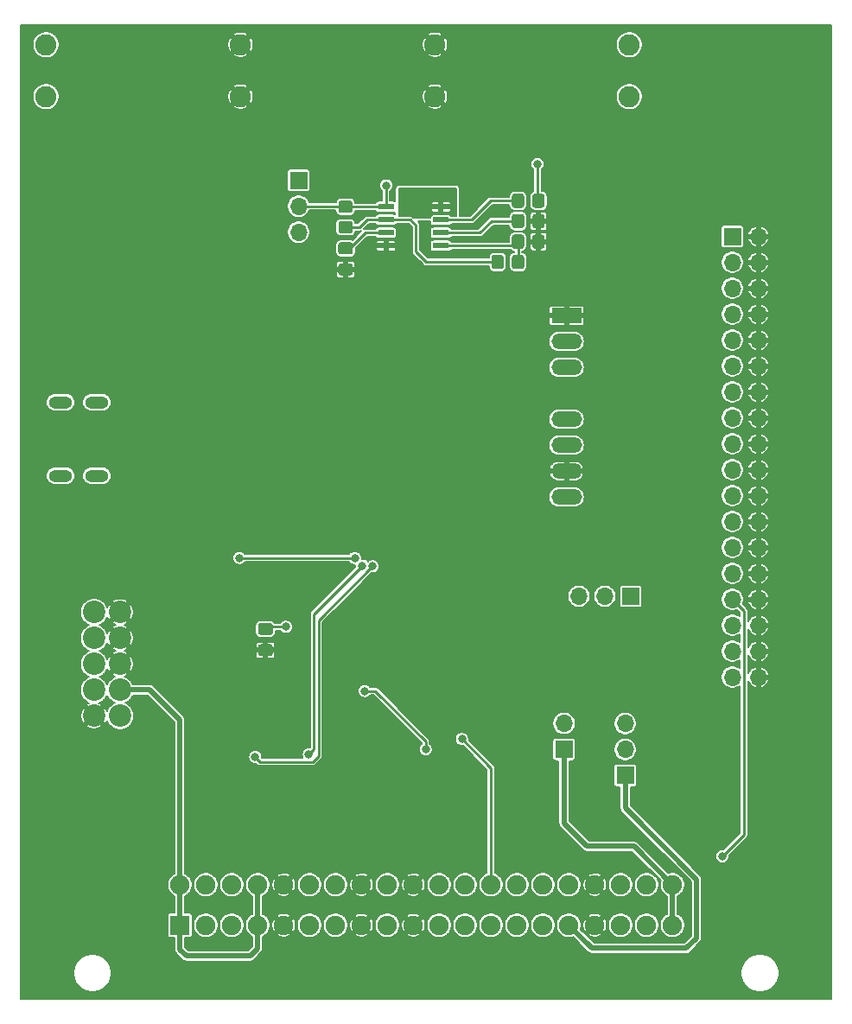
<source format=gbl>
%TF.GenerationSoftware,KiCad,Pcbnew,(5.1.7)-1*%
%TF.CreationDate,2020-10-20T14:22:12-05:00*%
%TF.ProjectId,Programmer Board,50726f67-7261-46d6-9d65-7220426f6172,A*%
%TF.SameCoordinates,Original*%
%TF.FileFunction,Copper,L2,Bot*%
%TF.FilePolarity,Positive*%
%FSLAX46Y46*%
G04 Gerber Fmt 4.6, Leading zero omitted, Abs format (unit mm)*
G04 Created by KiCad (PCBNEW (5.1.7)-1) date 2020-10-20 14:22:12*
%MOMM*%
%LPD*%
G01*
G04 APERTURE LIST*
%TA.AperFunction,ComponentPad*%
%ADD10C,1.900000*%
%TD*%
%TA.AperFunction,ComponentPad*%
%ADD11R,1.900000X1.900000*%
%TD*%
%TA.AperFunction,ComponentPad*%
%ADD12C,2.200000*%
%TD*%
%TA.AperFunction,SMDPad,CuDef*%
%ADD13R,1.550000X0.600000*%
%TD*%
%TA.AperFunction,ComponentPad*%
%ADD14O,3.000000X1.500000*%
%TD*%
%TA.AperFunction,ComponentPad*%
%ADD15R,3.000000X1.500000*%
%TD*%
%TA.AperFunction,ComponentPad*%
%ADD16O,1.700000X1.700000*%
%TD*%
%TA.AperFunction,ComponentPad*%
%ADD17R,1.700000X1.700000*%
%TD*%
%TA.AperFunction,ComponentPad*%
%ADD18C,2.082800*%
%TD*%
%TA.AperFunction,ComponentPad*%
%ADD19O,2.300000X1.200000*%
%TD*%
%TA.AperFunction,ViaPad*%
%ADD20C,0.800000*%
%TD*%
%TA.AperFunction,Conductor*%
%ADD21C,0.250000*%
%TD*%
%TA.AperFunction,Conductor*%
%ADD22C,0.500000*%
%TD*%
%TA.AperFunction,Conductor*%
%ADD23C,0.152400*%
%TD*%
%TA.AperFunction,Conductor*%
%ADD24C,0.100000*%
%TD*%
G04 APERTURE END LIST*
D10*
%TO.P,J5,24*%
%TO.N,/Card Edge Conn/HEADER1.3*%
X151310000Y-156270000D03*
%TO.P,J5,27*%
%TO.N,/Card Edge Conn/HEADER1.6*%
X156390000Y-160230000D03*
%TO.P,J5,22*%
%TO.N,/Card Edge Conn/HEADER1.2*%
X148770000Y-156270000D03*
%TO.P,J5,21*%
%TO.N,/Card Edge Conn/U3.19*%
X148770000Y-160230000D03*
%TO.P,J5,23*%
%TO.N,Net-(J5-Pad23)*%
X151310000Y-160230000D03*
%TO.P,J5,30*%
%TO.N,/Card Edge Conn/U22.3*%
X158930000Y-156270000D03*
%TO.P,J5,33*%
%TO.N,GND*%
X164010000Y-160230000D03*
%TO.P,J5,28*%
%TO.N,/Card Edge Conn/HEADER1.4*%
X156390000Y-156270000D03*
%TO.P,J5,32*%
%TO.N,/Card Edge Conn/J5.3*%
X161470000Y-156270000D03*
%TO.P,J5,34*%
%TO.N,GND*%
X164010000Y-156270000D03*
%TO.P,J5,38*%
%TO.N,/Card Edge Conn/U3.18*%
X169090000Y-156270000D03*
%TO.P,J5,40*%
%TO.N,+9V*%
X171630000Y-156270000D03*
%TO.P,J5,25*%
%TO.N,/Card Edge Conn/HEADER1.5*%
X153850000Y-160230000D03*
%TO.P,J5,29*%
%TO.N,/Card Edge Conn/HEADER1.7*%
X158930000Y-160230000D03*
%TO.P,J5,26*%
%TO.N,Net-(J5-Pad26)*%
X153850000Y-156270000D03*
%TO.P,J5,36*%
%TO.N,/Card Edge Conn/SW1.3*%
X166550000Y-156270000D03*
%TO.P,J5,31*%
%TO.N,+BATT*%
X161470000Y-160230000D03*
%TO.P,J5,35*%
%TO.N,/Card Edge Conn/HEADER1.9*%
X166550000Y-160230000D03*
%TO.P,J5,39*%
%TO.N,+9V*%
X171630000Y-160230000D03*
%TO.P,J5,37*%
%TO.N,/Card Edge Conn/HEADER1.10*%
X169090000Y-160230000D03*
%TO.P,J5,20*%
%TO.N,GND*%
X146230000Y-156270000D03*
%TO.P,J5,18*%
%TO.N,/Card Edge Conn/SW1.1*%
X143690000Y-156270000D03*
%TO.P,J5,17*%
%TO.N,/Card Edge Conn/SW1.2*%
X143690000Y-160230000D03*
%TO.P,J5,19*%
%TO.N,GND*%
X146230000Y-160230000D03*
%TO.P,J5,12*%
%TO.N,/Card Edge Conn/U21.20-DCLK*%
X136070000Y-156270000D03*
%TO.P,J5,15*%
%TO.N,GND*%
X141150000Y-160230000D03*
%TO.P,J5,10*%
X133530000Y-156270000D03*
%TO.P,J5,9*%
X133530000Y-160230000D03*
%TO.P,J5,11*%
%TO.N,/Card Edge Conn/J5.2*%
X136070000Y-160230000D03*
%TO.P,J5,16*%
%TO.N,GND*%
X141150000Y-156270000D03*
%TO.P,J5,13*%
%TO.N,/Card Edge Conn/SW1.4*%
X138610000Y-160230000D03*
%TO.P,J5,14*%
%TO.N,/Card Edge Conn/HEADER1.1*%
X138610000Y-156270000D03*
%TO.P,J5,8*%
%TO.N,VDD*%
X130990000Y-156270000D03*
%TO.P,J5,6*%
%TO.N,/Card Edge Conn/ST7-ICCDATA*%
X128450000Y-156270000D03*
%TO.P,J5,5*%
%TO.N,/Card Edge Conn/ST7-RESET*%
X128450000Y-160230000D03*
%TO.P,J5,7*%
%TO.N,VDD*%
X130990000Y-160230000D03*
%TO.P,J5,4*%
%TO.N,/Card Edge Conn/ST7-ICCSEL*%
X125910000Y-156270000D03*
%TO.P,J5,3*%
%TO.N,/Card Edge Conn/ST7-ICCCLK*%
X125910000Y-160230000D03*
%TO.P,J5,2*%
%TO.N,VDD*%
X123370000Y-156270000D03*
D11*
%TO.P,J5,1*%
X123370000Y-160230000D03*
%TD*%
D12*
%TO.P,J7,10*%
%TO.N,GND*%
X114960000Y-139710000D03*
%TO.P,J7,9*%
%TO.N,N/C*%
X117500000Y-139710000D03*
%TO.P,J7,8*%
%TO.N,/Card Edge Conn/ST7-ICCSEL*%
X114960000Y-137170000D03*
%TO.P,J7,7*%
%TO.N,VDD*%
X117500000Y-137170000D03*
%TO.P,J7,6*%
%TO.N,/Card Edge Conn/ST7-RESET*%
X114960000Y-134630000D03*
%TO.P,J7,5*%
%TO.N,GND*%
X117500000Y-134630000D03*
%TO.P,J7,4*%
%TO.N,/Card Edge Conn/ST7-ICCCLK*%
X114960000Y-132090000D03*
%TO.P,J7,3*%
%TO.N,GND*%
X117500000Y-132090000D03*
%TO.P,J7,2*%
%TO.N,/Card Edge Conn/ST7-ICCDATA*%
X114960000Y-129550000D03*
%TO.P,J7,1*%
%TO.N,GND*%
X117500000Y-129550000D03*
%TD*%
D13*
%TO.P,U3,4*%
%TO.N,/eFuse/eFuse_In*%
X143550000Y-89845000D03*
%TO.P,U3,5*%
%TO.N,/DC-DC Converter/+V_in*%
X148950000Y-89845000D03*
%TO.P,U3,3*%
%TO.N,Net-(R6-Pad2)*%
X143550000Y-91115000D03*
%TO.P,U3,6*%
%TO.N,Net-(R9-Pad1)*%
X148950000Y-91115000D03*
%TO.P,U3,2*%
%TO.N,Net-(C10-Pad1)*%
X143550000Y-92385000D03*
%TO.P,U3,7*%
%TO.N,Net-(R10-Pad1)*%
X148950000Y-92385000D03*
%TO.P,U3,1*%
%TO.N,GND*%
X143550000Y-93655000D03*
%TO.P,U3,8*%
%TO.N,Net-(R7-Pad2)*%
X148950000Y-93655000D03*
%TD*%
D14*
%TO.P,U2,8*%
%TO.N,N/C*%
X161250000Y-118280000D03*
%TO.P,U2,7*%
%TO.N,GND*%
X161250000Y-115740000D03*
%TO.P,U2,3*%
%TO.N,N/C*%
X161250000Y-105580000D03*
%TO.P,U2,6*%
%TO.N,/DC-DC Converter/+V_out*%
X161250000Y-113200000D03*
%TO.P,U2,5*%
%TO.N,N/C*%
X161250000Y-110660000D03*
%TO.P,U2,2*%
%TO.N,Net-(C9-Pad1)*%
X161250000Y-103040000D03*
D15*
%TO.P,U2,1*%
%TO.N,GND*%
X161250000Y-100500000D03*
%TD*%
%TO.P,R10,2*%
%TO.N,GND*%
%TA.AperFunction,SMDPad,CuDef*%
G36*
G01*
X157900000Y-91700001D02*
X157900000Y-90799999D01*
G75*
G02*
X158149999Y-90550000I249999J0D01*
G01*
X158850001Y-90550000D01*
G75*
G02*
X159100000Y-90799999I0J-249999D01*
G01*
X159100000Y-91700001D01*
G75*
G02*
X158850001Y-91950000I-249999J0D01*
G01*
X158149999Y-91950000D01*
G75*
G02*
X157900000Y-91700001I0J249999D01*
G01*
G37*
%TD.AperFunction*%
%TO.P,R10,1*%
%TO.N,Net-(R10-Pad1)*%
%TA.AperFunction,SMDPad,CuDef*%
G36*
G01*
X155900000Y-91700001D02*
X155900000Y-90799999D01*
G75*
G02*
X156149999Y-90550000I249999J0D01*
G01*
X156850001Y-90550000D01*
G75*
G02*
X157100000Y-90799999I0J-249999D01*
G01*
X157100000Y-91700001D01*
G75*
G02*
X156850001Y-91950000I-249999J0D01*
G01*
X156149999Y-91950000D01*
G75*
G02*
X155900000Y-91700001I0J249999D01*
G01*
G37*
%TD.AperFunction*%
%TD*%
%TO.P,R9,2*%
%TO.N,Net-(D1-Pad2)*%
%TA.AperFunction,SMDPad,CuDef*%
G36*
G01*
X157900000Y-89700001D02*
X157900000Y-88799999D01*
G75*
G02*
X158149999Y-88550000I249999J0D01*
G01*
X158850001Y-88550000D01*
G75*
G02*
X159100000Y-88799999I0J-249999D01*
G01*
X159100000Y-89700001D01*
G75*
G02*
X158850001Y-89950000I-249999J0D01*
G01*
X158149999Y-89950000D01*
G75*
G02*
X157900000Y-89700001I0J249999D01*
G01*
G37*
%TD.AperFunction*%
%TO.P,R9,1*%
%TO.N,Net-(R9-Pad1)*%
%TA.AperFunction,SMDPad,CuDef*%
G36*
G01*
X155900000Y-89700001D02*
X155900000Y-88799999D01*
G75*
G02*
X156149999Y-88550000I249999J0D01*
G01*
X156850001Y-88550000D01*
G75*
G02*
X157100000Y-88799999I0J-249999D01*
G01*
X157100000Y-89700001D01*
G75*
G02*
X156850001Y-89950000I-249999J0D01*
G01*
X156149999Y-89950000D01*
G75*
G02*
X155900000Y-89700001I0J249999D01*
G01*
G37*
%TD.AperFunction*%
%TD*%
%TO.P,R8,2*%
%TO.N,GND*%
%TA.AperFunction,SMDPad,CuDef*%
G36*
G01*
X157900000Y-93711000D02*
X157900000Y-92810998D01*
G75*
G02*
X158149999Y-92560999I249999J0D01*
G01*
X158850001Y-92560999D01*
G75*
G02*
X159100000Y-92810998I0J-249999D01*
G01*
X159100000Y-93711000D01*
G75*
G02*
X158850001Y-93960999I-249999J0D01*
G01*
X158149999Y-93960999D01*
G75*
G02*
X157900000Y-93711000I0J249999D01*
G01*
G37*
%TD.AperFunction*%
%TO.P,R8,1*%
%TO.N,Net-(R7-Pad2)*%
%TA.AperFunction,SMDPad,CuDef*%
G36*
G01*
X155900000Y-93711000D02*
X155900000Y-92810998D01*
G75*
G02*
X156149999Y-92560999I249999J0D01*
G01*
X156850001Y-92560999D01*
G75*
G02*
X157100000Y-92810998I0J-249999D01*
G01*
X157100000Y-93711000D01*
G75*
G02*
X156850001Y-93960999I-249999J0D01*
G01*
X156149999Y-93960999D01*
G75*
G02*
X155900000Y-93711000I0J249999D01*
G01*
G37*
%TD.AperFunction*%
%TD*%
%TO.P,R7,2*%
%TO.N,Net-(R7-Pad2)*%
%TA.AperFunction,SMDPad,CuDef*%
G36*
G01*
X155900000Y-95700001D02*
X155900000Y-94799999D01*
G75*
G02*
X156149999Y-94550000I249999J0D01*
G01*
X156850001Y-94550000D01*
G75*
G02*
X157100000Y-94799999I0J-249999D01*
G01*
X157100000Y-95700001D01*
G75*
G02*
X156850001Y-95950000I-249999J0D01*
G01*
X156149999Y-95950000D01*
G75*
G02*
X155900000Y-95700001I0J249999D01*
G01*
G37*
%TD.AperFunction*%
%TO.P,R7,1*%
%TO.N,Net-(R6-Pad2)*%
%TA.AperFunction,SMDPad,CuDef*%
G36*
G01*
X153900000Y-95700001D02*
X153900000Y-94799999D01*
G75*
G02*
X154149999Y-94550000I249999J0D01*
G01*
X154850001Y-94550000D01*
G75*
G02*
X155100000Y-94799999I0J-249999D01*
G01*
X155100000Y-95700001D01*
G75*
G02*
X154850001Y-95950000I-249999J0D01*
G01*
X154149999Y-95950000D01*
G75*
G02*
X153900000Y-95700001I0J249999D01*
G01*
G37*
%TD.AperFunction*%
%TD*%
%TO.P,R6,2*%
%TO.N,Net-(R6-Pad2)*%
%TA.AperFunction,SMDPad,CuDef*%
G36*
G01*
X139149999Y-91250000D02*
X140050001Y-91250000D01*
G75*
G02*
X140300000Y-91499999I0J-249999D01*
G01*
X140300000Y-92200001D01*
G75*
G02*
X140050001Y-92450000I-249999J0D01*
G01*
X139149999Y-92450000D01*
G75*
G02*
X138900000Y-92200001I0J249999D01*
G01*
X138900000Y-91499999D01*
G75*
G02*
X139149999Y-91250000I249999J0D01*
G01*
G37*
%TD.AperFunction*%
%TO.P,R6,1*%
%TO.N,/eFuse/eFuse_In*%
%TA.AperFunction,SMDPad,CuDef*%
G36*
G01*
X139149999Y-89250000D02*
X140050001Y-89250000D01*
G75*
G02*
X140300000Y-89499999I0J-249999D01*
G01*
X140300000Y-90200001D01*
G75*
G02*
X140050001Y-90450000I-249999J0D01*
G01*
X139149999Y-90450000D01*
G75*
G02*
X138900000Y-90200001I0J249999D01*
G01*
X138900000Y-89499999D01*
G75*
G02*
X139149999Y-89250000I249999J0D01*
G01*
G37*
%TD.AperFunction*%
%TD*%
D16*
%TO.P,J13,2*%
%TO.N,Net-(D3-Pad1)*%
X161000000Y-140460000D03*
D17*
%TO.P,J13,1*%
%TO.N,+9V*%
X161000000Y-143000000D03*
%TD*%
D18*
%TO.P,J12,1*%
%TO.N,GND*%
X148350000Y-73960000D03*
X148350000Y-79040000D03*
%TD*%
%TO.P,J11,1*%
%TO.N,Net-(J10-Pad1)*%
X167400000Y-73960000D03*
X167400000Y-79040000D03*
%TD*%
D16*
%TO.P,J10,3*%
%TO.N,/DC-DC Converter/+V_out*%
X162460000Y-128000000D03*
%TO.P,J10,2*%
%TO.N,/Card Edge Conn/9V_PS*%
X165000000Y-128000000D03*
D17*
%TO.P,J10,1*%
%TO.N,Net-(J10-Pad1)*%
X167540000Y-128000000D03*
%TD*%
D16*
%TO.P,J9,36*%
%TO.N,GND*%
X180040000Y-135930000D03*
%TO.P,J9,35*%
%TO.N,/Card Edge Conn/HEADER1.10*%
X177500000Y-135930000D03*
%TO.P,J9,34*%
%TO.N,GND*%
X180040000Y-133390000D03*
%TO.P,J9,33*%
%TO.N,/Card Edge Conn/U3.18*%
X177500000Y-133390000D03*
%TO.P,J9,32*%
%TO.N,GND*%
X180040000Y-130850000D03*
%TO.P,J9,31*%
%TO.N,/Card Edge Conn/HEADER1.9*%
X177500000Y-130850000D03*
%TO.P,J9,30*%
%TO.N,GND*%
X180040000Y-128310000D03*
%TO.P,J9,29*%
%TO.N,/Card Edge Conn/SW1.3*%
X177500000Y-128310000D03*
%TO.P,J9,28*%
%TO.N,GND*%
X180040000Y-125770000D03*
%TO.P,J9,27*%
%TO.N,/Card Edge Conn/J5.3*%
X177500000Y-125770000D03*
%TO.P,J9,26*%
%TO.N,GND*%
X180040000Y-123230000D03*
%TO.P,J9,25*%
%TO.N,/Card Edge Conn/HEADER1.7*%
X177500000Y-123230000D03*
%TO.P,J9,24*%
%TO.N,GND*%
X180040000Y-120690000D03*
%TO.P,J9,23*%
%TO.N,/Card Edge Conn/U22.3*%
X177500000Y-120690000D03*
%TO.P,J9,22*%
%TO.N,GND*%
X180040000Y-118150000D03*
%TO.P,J9,21*%
%TO.N,/Card Edge Conn/HEADER1.6*%
X177500000Y-118150000D03*
%TO.P,J9,20*%
%TO.N,GND*%
X180040000Y-115610000D03*
%TO.P,J9,19*%
%TO.N,/Card Edge Conn/HEADER1.4*%
X177500000Y-115610000D03*
%TO.P,J9,18*%
%TO.N,GND*%
X180040000Y-113070000D03*
%TO.P,J9,17*%
%TO.N,/Card Edge Conn/HEADER1.5*%
X177500000Y-113070000D03*
%TO.P,J9,16*%
%TO.N,GND*%
X180040000Y-110530000D03*
%TO.P,J9,15*%
%TO.N,/Card Edge Conn/HEADER1.3*%
X177500000Y-110530000D03*
%TO.P,J9,14*%
%TO.N,GND*%
X180040000Y-107990000D03*
%TO.P,J9,13*%
%TO.N,/Card Edge Conn/HEADER1.2*%
X177500000Y-107990000D03*
%TO.P,J9,12*%
%TO.N,GND*%
X180040000Y-105450000D03*
%TO.P,J9,11*%
%TO.N,/Card Edge Conn/SW1.2*%
X177500000Y-105450000D03*
%TO.P,J9,10*%
%TO.N,GND*%
X180040000Y-102910000D03*
%TO.P,J9,9*%
%TO.N,/Card Edge Conn/SW1.1*%
X177500000Y-102910000D03*
%TO.P,J9,8*%
%TO.N,GND*%
X180040000Y-100370000D03*
%TO.P,J9,7*%
%TO.N,/Card Edge Conn/SW1.4*%
X177500000Y-100370000D03*
%TO.P,J9,6*%
%TO.N,GND*%
X180040000Y-97830000D03*
%TO.P,J9,5*%
%TO.N,/Card Edge Conn/HEADER1.1*%
X177500000Y-97830000D03*
%TO.P,J9,4*%
%TO.N,GND*%
X180040000Y-95290000D03*
%TO.P,J9,3*%
%TO.N,/Card Edge Conn/J5.2*%
X177500000Y-95290000D03*
%TO.P,J9,2*%
%TO.N,GND*%
X180040000Y-92750000D03*
D17*
%TO.P,J9,1*%
%TO.N,/Card Edge Conn/U21.20-DCLK*%
X177500000Y-92750000D03*
%TD*%
D16*
%TO.P,J6,3*%
%TO.N,/Card Edge Conn/9V_PS*%
X167000000Y-140470000D03*
%TO.P,J6,2*%
%TO.N,+9V*%
X167000000Y-143010000D03*
D17*
%TO.P,J6,1*%
%TO.N,+BATT*%
X167000000Y-145550000D03*
%TD*%
D19*
%TO.P,J4,SH*%
%TO.N,Net-(FB1-Pad1)*%
X115235000Y-116200000D03*
X111685000Y-116200000D03*
X115235000Y-109000000D03*
X111685000Y-109000000D03*
%TD*%
D18*
%TO.P,J3,1*%
%TO.N,/+PS*%
X110250000Y-73960000D03*
X110250000Y-79040000D03*
%TD*%
D16*
%TO.P,J2,3*%
%TO.N,/USB to UART/+5_USB*%
X135000000Y-92330000D03*
%TO.P,J2,2*%
%TO.N,/eFuse/eFuse_In*%
X135000000Y-89790000D03*
D17*
%TO.P,J2,1*%
%TO.N,/+PS*%
X135000000Y-87250000D03*
%TD*%
D18*
%TO.P,J1,1*%
%TO.N,GND*%
X129300000Y-73960000D03*
X129300000Y-79040000D03*
%TD*%
%TO.P,C10,2*%
%TO.N,GND*%
%TA.AperFunction,SMDPad,CuDef*%
G36*
G01*
X139125000Y-95400000D02*
X140075000Y-95400000D01*
G75*
G02*
X140325000Y-95650000I0J-250000D01*
G01*
X140325000Y-96325000D01*
G75*
G02*
X140075000Y-96575000I-250000J0D01*
G01*
X139125000Y-96575000D01*
G75*
G02*
X138875000Y-96325000I0J250000D01*
G01*
X138875000Y-95650000D01*
G75*
G02*
X139125000Y-95400000I250000J0D01*
G01*
G37*
%TD.AperFunction*%
%TO.P,C10,1*%
%TO.N,Net-(C10-Pad1)*%
%TA.AperFunction,SMDPad,CuDef*%
G36*
G01*
X139125000Y-93325000D02*
X140075000Y-93325000D01*
G75*
G02*
X140325000Y-93575000I0J-250000D01*
G01*
X140325000Y-94250000D01*
G75*
G02*
X140075000Y-94500000I-250000J0D01*
G01*
X139125000Y-94500000D01*
G75*
G02*
X138875000Y-94250000I0J250000D01*
G01*
X138875000Y-93575000D01*
G75*
G02*
X139125000Y-93325000I250000J0D01*
G01*
G37*
%TD.AperFunction*%
%TD*%
%TO.P,C4,2*%
%TO.N,GND*%
%TA.AperFunction,SMDPad,CuDef*%
G36*
G01*
X131275000Y-132700000D02*
X132225000Y-132700000D01*
G75*
G02*
X132475000Y-132950000I0J-250000D01*
G01*
X132475000Y-133625000D01*
G75*
G02*
X132225000Y-133875000I-250000J0D01*
G01*
X131275000Y-133875000D01*
G75*
G02*
X131025000Y-133625000I0J250000D01*
G01*
X131025000Y-132950000D01*
G75*
G02*
X131275000Y-132700000I250000J0D01*
G01*
G37*
%TD.AperFunction*%
%TO.P,C4,1*%
%TO.N,/USB to UART/3V3OUT*%
%TA.AperFunction,SMDPad,CuDef*%
G36*
G01*
X131275000Y-130625000D02*
X132225000Y-130625000D01*
G75*
G02*
X132475000Y-130875000I0J-250000D01*
G01*
X132475000Y-131550000D01*
G75*
G02*
X132225000Y-131800000I-250000J0D01*
G01*
X131275000Y-131800000D01*
G75*
G02*
X131025000Y-131550000I0J250000D01*
G01*
X131025000Y-130875000D01*
G75*
G02*
X131275000Y-130625000I250000J0D01*
G01*
G37*
%TD.AperFunction*%
%TD*%
D20*
%TO.N,GND*%
X136815002Y-125750000D03*
X138225000Y-125850000D03*
X135500000Y-118950000D03*
X139100000Y-114050000D03*
X149500000Y-135150000D03*
X151500000Y-135150000D03*
X153750000Y-135600000D03*
X159800000Y-125750000D03*
X167250000Y-132900000D03*
X133900000Y-133434998D03*
X139400000Y-137350000D03*
X143900000Y-135350000D03*
X145445000Y-129695000D03*
X136300000Y-98350000D03*
X151500000Y-98550000D03*
X121970000Y-114220000D03*
%TO.N,/USB to UART/+5_USB*%
X140500000Y-124250000D03*
X129200000Y-124250000D03*
%TO.N,/DC-DC Converter/+V_in*%
X146205000Y-89845000D03*
X146705000Y-88845000D03*
X147205000Y-89845000D03*
%TO.N,/eFuse/eFuse_In*%
X143600000Y-87750000D03*
%TO.N,Net-(D1-Pad2)*%
X158400000Y-85650000D03*
%TO.N,/USB to UART/UART2.RXD*%
X142250000Y-125073002D03*
X130750000Y-143750000D03*
%TO.N,/Card Edge Conn/SW1.3*%
X176500000Y-153500000D03*
%TO.N,/Card Edge Conn/GPS.TXD*%
X141478000Y-137287000D03*
X147447000Y-143002000D03*
%TO.N,Net-(J5-Pad26)*%
X151000000Y-142000000D03*
%TO.N,/Card Edge Conn/U3.19*%
X136000000Y-143500000D03*
X141250000Y-125000000D03*
%TO.N,/USB to UART/3V3OUT*%
X133750000Y-131000000D03*
%TD*%
D21*
%TO.N,/USB to UART/+5_USB*%
X140500000Y-124250000D02*
X135250000Y-124250000D01*
X135250000Y-124250000D02*
X129200000Y-124250000D01*
D22*
%TO.N,/DC-DC Converter/+V_in*%
X148950000Y-89845000D02*
X147205000Y-89845000D01*
D21*
%TO.N,Net-(C10-Pad1)*%
X139600000Y-93912500D02*
X140037500Y-93912500D01*
X141565000Y-92385000D02*
X143550000Y-92385000D01*
X140037500Y-93912500D02*
X141565000Y-92385000D01*
%TO.N,/eFuse/eFuse_In*%
X143545000Y-89850000D02*
X143550000Y-89845000D01*
X139600000Y-89850000D02*
X143545000Y-89850000D01*
X139540000Y-89790000D02*
X139600000Y-89850000D01*
X135000000Y-89790000D02*
X139540000Y-89790000D01*
X143550000Y-87800000D02*
X143600000Y-87750000D01*
X143550000Y-89845000D02*
X143550000Y-87800000D01*
%TO.N,Net-(D1-Pad2)*%
X158400000Y-89150000D02*
X158500000Y-89250000D01*
X158400000Y-85650000D02*
X158400000Y-89150000D01*
D22*
%TO.N,+9V*%
X171630000Y-160230000D02*
X171630000Y-156270000D01*
X171630000Y-156270000D02*
X167860000Y-152500000D01*
X167860000Y-152500000D02*
X163250000Y-152500000D01*
X163250000Y-152500000D02*
X161000000Y-150250000D01*
X161000000Y-150250000D02*
X161000000Y-143000000D01*
%TO.N,+BATT*%
X161470000Y-160230000D02*
X163740000Y-162500000D01*
X163740000Y-162500000D02*
X173000000Y-162500000D01*
X173000000Y-162500000D02*
X174000000Y-161500000D01*
X174000000Y-161500000D02*
X174000000Y-155750000D01*
X167000000Y-148750000D02*
X167000000Y-145550000D01*
X174000000Y-155750000D02*
X167000000Y-148750000D01*
%TO.N,VDD*%
X130990000Y-156270000D02*
X130990000Y-160230000D01*
X130250000Y-163250000D02*
X130990000Y-162510000D01*
X130990000Y-162510000D02*
X130990000Y-160230000D01*
X124000000Y-163250000D02*
X130250000Y-163250000D01*
X123370000Y-162620000D02*
X124000000Y-163250000D01*
X123370000Y-160230000D02*
X123370000Y-162620000D01*
X123370000Y-160230000D02*
X123370000Y-156270000D01*
X123370000Y-156270000D02*
X123370000Y-140120000D01*
X120420000Y-137170000D02*
X117500000Y-137170000D01*
X123370000Y-140120000D02*
X120420000Y-137170000D01*
D21*
%TO.N,/USB to UART/UART2.RXD*%
X136950010Y-143622992D02*
X136348001Y-144225001D01*
X136348001Y-144225001D02*
X131225001Y-144225001D01*
X136950010Y-130372992D02*
X136950010Y-143622992D01*
X142250000Y-125073002D02*
X136950010Y-130372992D01*
X131225001Y-144225001D02*
X130750000Y-143750000D01*
%TO.N,/Card Edge Conn/SW1.3*%
X178627401Y-129437401D02*
X177500000Y-128310000D01*
X178627401Y-151372599D02*
X178627401Y-129437401D01*
X176500000Y-153500000D02*
X178627401Y-151372599D01*
%TO.N,Net-(R6-Pad2)*%
X139600000Y-91850000D02*
X141000000Y-91850000D01*
X141735000Y-91115000D02*
X143550000Y-91115000D01*
X141000000Y-91850000D02*
X141735000Y-91115000D01*
X154500000Y-95250000D02*
X147500000Y-95250000D01*
X147500000Y-95250000D02*
X146500000Y-94250000D01*
X146500000Y-94250000D02*
X146500000Y-91650000D01*
X145965000Y-91115000D02*
X143550000Y-91115000D01*
X146500000Y-91650000D02*
X145965000Y-91115000D01*
%TO.N,Net-(R7-Pad2)*%
X156252000Y-93655000D02*
X156646001Y-93260999D01*
X148950000Y-93655000D02*
X156252000Y-93655000D01*
X156500000Y-93260999D02*
X156500000Y-95250000D01*
%TO.N,Net-(R9-Pad1)*%
X156500000Y-89250000D02*
X153800000Y-89250000D01*
X151935000Y-91115000D02*
X148950000Y-91115000D01*
X153800000Y-89250000D02*
X151935000Y-91115000D01*
%TO.N,Net-(R10-Pad1)*%
X156500000Y-91250000D02*
X153900000Y-91250000D01*
X152765000Y-92385000D02*
X148950000Y-92385000D01*
X153900000Y-91250000D02*
X152765000Y-92385000D01*
%TO.N,/Card Edge Conn/GPS.TXD*%
X141478000Y-137287000D02*
X142494000Y-137287000D01*
X147447000Y-142240000D02*
X147447000Y-143002000D01*
X142494000Y-137287000D02*
X147447000Y-142240000D01*
%TO.N,Net-(J5-Pad26)*%
X153850000Y-156270000D02*
X153850000Y-144850000D01*
X153850000Y-144850000D02*
X151000000Y-142000000D01*
%TO.N,/Card Edge Conn/U3.19*%
X136500000Y-129750000D02*
X136500000Y-143000000D01*
X136500000Y-143000000D02*
X136000000Y-143500000D01*
X141250000Y-125000000D02*
X136500000Y-129750000D01*
%TO.N,/USB to UART/3V3OUT*%
X131962500Y-131000000D02*
X131750000Y-131212500D01*
X133750000Y-131000000D02*
X131962500Y-131000000D01*
%TD*%
D23*
%TO.N,GND*%
X187195601Y-167445600D02*
X107804400Y-167445600D01*
X107804400Y-164735880D01*
X112925600Y-164735880D01*
X112925600Y-165104120D01*
X112997440Y-165465284D01*
X113138359Y-165805493D01*
X113342942Y-166111673D01*
X113603327Y-166372058D01*
X113909507Y-166576641D01*
X114249716Y-166717560D01*
X114610880Y-166789400D01*
X114979120Y-166789400D01*
X115340284Y-166717560D01*
X115680493Y-166576641D01*
X115986673Y-166372058D01*
X116247058Y-166111673D01*
X116451641Y-165805493D01*
X116592560Y-165465284D01*
X116664400Y-165104120D01*
X116664400Y-164735880D01*
X178335600Y-164735880D01*
X178335600Y-165104120D01*
X178407440Y-165465284D01*
X178548359Y-165805493D01*
X178752942Y-166111673D01*
X179013327Y-166372058D01*
X179319507Y-166576641D01*
X179659716Y-166717560D01*
X180020880Y-166789400D01*
X180389120Y-166789400D01*
X180750284Y-166717560D01*
X181090493Y-166576641D01*
X181396673Y-166372058D01*
X181657058Y-166111673D01*
X181861641Y-165805493D01*
X182002560Y-165465284D01*
X182074400Y-165104120D01*
X182074400Y-164735880D01*
X182002560Y-164374716D01*
X181861641Y-164034507D01*
X181657058Y-163728327D01*
X181396673Y-163467942D01*
X181090493Y-163263359D01*
X180750284Y-163122440D01*
X180389120Y-163050600D01*
X180020880Y-163050600D01*
X179659716Y-163122440D01*
X179319507Y-163263359D01*
X179013327Y-163467942D01*
X178752942Y-163728327D01*
X178548359Y-164034507D01*
X178407440Y-164374716D01*
X178335600Y-164735880D01*
X116664400Y-164735880D01*
X116592560Y-164374716D01*
X116451641Y-164034507D01*
X116247058Y-163728327D01*
X115986673Y-163467942D01*
X115680493Y-163263359D01*
X115340284Y-163122440D01*
X114979120Y-163050600D01*
X114610880Y-163050600D01*
X114249716Y-163122440D01*
X113909507Y-163263359D01*
X113603327Y-163467942D01*
X113342942Y-163728327D01*
X113138359Y-164034507D01*
X112997440Y-164374716D01*
X112925600Y-164735880D01*
X107804400Y-164735880D01*
X107804400Y-140728150D01*
X114187641Y-140728150D01*
X114322516Y-140883108D01*
X114563626Y-140984934D01*
X114819970Y-141037766D01*
X115081695Y-141039571D01*
X115338743Y-140990282D01*
X115581236Y-140891793D01*
X115597484Y-140883108D01*
X115732359Y-140728150D01*
X114960000Y-139955790D01*
X114187641Y-140728150D01*
X107804400Y-140728150D01*
X107804400Y-139831695D01*
X113630429Y-139831695D01*
X113679718Y-140088743D01*
X113778207Y-140331236D01*
X113786892Y-140347484D01*
X113941850Y-140482359D01*
X114714210Y-139710000D01*
X113941850Y-138937641D01*
X113786892Y-139072516D01*
X113685066Y-139313626D01*
X113632234Y-139569970D01*
X113630429Y-139831695D01*
X107804400Y-139831695D01*
X107804400Y-129414141D01*
X113580600Y-129414141D01*
X113580600Y-129685859D01*
X113633610Y-129952356D01*
X113737592Y-130203391D01*
X113888550Y-130429316D01*
X114080684Y-130621450D01*
X114306609Y-130772408D01*
X114421506Y-130820000D01*
X114306609Y-130867592D01*
X114080684Y-131018550D01*
X113888550Y-131210684D01*
X113737592Y-131436609D01*
X113633610Y-131687644D01*
X113580600Y-131954141D01*
X113580600Y-132225859D01*
X113633610Y-132492356D01*
X113737592Y-132743391D01*
X113888550Y-132969316D01*
X114080684Y-133161450D01*
X114306609Y-133312408D01*
X114421506Y-133360000D01*
X114306609Y-133407592D01*
X114080684Y-133558550D01*
X113888550Y-133750684D01*
X113737592Y-133976609D01*
X113633610Y-134227644D01*
X113580600Y-134494141D01*
X113580600Y-134765859D01*
X113633610Y-135032356D01*
X113737592Y-135283391D01*
X113888550Y-135509316D01*
X114080684Y-135701450D01*
X114306609Y-135852408D01*
X114421506Y-135900000D01*
X114306609Y-135947592D01*
X114080684Y-136098550D01*
X113888550Y-136290684D01*
X113737592Y-136516609D01*
X113633610Y-136767644D01*
X113580600Y-137034141D01*
X113580600Y-137305859D01*
X113633610Y-137572356D01*
X113737592Y-137823391D01*
X113888550Y-138049316D01*
X114080684Y-138241450D01*
X114306609Y-138392408D01*
X114488063Y-138467569D01*
X114338764Y-138528207D01*
X114322516Y-138536892D01*
X114187641Y-138691850D01*
X114960000Y-139464210D01*
X115732359Y-138691850D01*
X115597484Y-138536892D01*
X115432643Y-138467276D01*
X115613391Y-138392408D01*
X115839316Y-138241450D01*
X116031450Y-138049316D01*
X116182408Y-137823391D01*
X116230000Y-137708494D01*
X116277592Y-137823391D01*
X116428550Y-138049316D01*
X116620684Y-138241450D01*
X116846609Y-138392408D01*
X116961506Y-138440000D01*
X116846609Y-138487592D01*
X116620684Y-138638550D01*
X116428550Y-138830684D01*
X116277592Y-139056609D01*
X116202431Y-139238063D01*
X116141793Y-139088764D01*
X116133108Y-139072516D01*
X115978150Y-138937641D01*
X115205790Y-139710000D01*
X115978150Y-140482359D01*
X116133108Y-140347484D01*
X116202724Y-140182643D01*
X116277592Y-140363391D01*
X116428550Y-140589316D01*
X116620684Y-140781450D01*
X116846609Y-140932408D01*
X117097644Y-141036390D01*
X117364141Y-141089400D01*
X117635859Y-141089400D01*
X117902356Y-141036390D01*
X118153391Y-140932408D01*
X118379316Y-140781450D01*
X118571450Y-140589316D01*
X118722408Y-140363391D01*
X118826390Y-140112356D01*
X118879400Y-139845859D01*
X118879400Y-139574141D01*
X118826390Y-139307644D01*
X118722408Y-139056609D01*
X118571450Y-138830684D01*
X118379316Y-138638550D01*
X118153391Y-138487592D01*
X118038494Y-138440000D01*
X118153391Y-138392408D01*
X118379316Y-138241450D01*
X118571450Y-138049316D01*
X118722408Y-137823391D01*
X118773767Y-137699400D01*
X120200716Y-137699400D01*
X122840601Y-140339286D01*
X122840600Y-155158591D01*
X122787661Y-155180519D01*
X122586303Y-155315062D01*
X122415062Y-155486303D01*
X122280519Y-155687661D01*
X122187845Y-155911397D01*
X122140600Y-156148915D01*
X122140600Y-156391085D01*
X122187845Y-156628603D01*
X122280519Y-156852339D01*
X122415062Y-157053697D01*
X122586303Y-157224938D01*
X122787661Y-157359481D01*
X122840601Y-157381409D01*
X122840600Y-158999249D01*
X122420000Y-158999249D01*
X122365228Y-159004644D01*
X122312561Y-159020620D01*
X122264023Y-159046564D01*
X122221479Y-159081479D01*
X122186564Y-159124023D01*
X122160620Y-159172561D01*
X122144644Y-159225228D01*
X122139249Y-159280000D01*
X122139249Y-161180000D01*
X122144644Y-161234772D01*
X122160620Y-161287439D01*
X122186564Y-161335977D01*
X122221479Y-161378521D01*
X122264023Y-161413436D01*
X122312561Y-161439380D01*
X122365228Y-161455356D01*
X122420000Y-161460751D01*
X122840601Y-161460751D01*
X122840601Y-162593997D01*
X122838040Y-162620000D01*
X122848261Y-162723779D01*
X122878532Y-162823572D01*
X122927691Y-162915542D01*
X122977271Y-162975955D01*
X122977276Y-162975960D01*
X122993848Y-162996153D01*
X123014041Y-163012725D01*
X123607275Y-163605960D01*
X123623847Y-163626153D01*
X123644040Y-163642725D01*
X123644044Y-163642729D01*
X123704457Y-163692309D01*
X123771842Y-163728327D01*
X123796427Y-163741468D01*
X123896220Y-163771740D01*
X123973997Y-163779400D01*
X123974007Y-163779400D01*
X124000000Y-163781960D01*
X124025993Y-163779400D01*
X130224007Y-163779400D01*
X130250000Y-163781960D01*
X130275993Y-163779400D01*
X130276003Y-163779400D01*
X130353780Y-163771740D01*
X130453573Y-163741468D01*
X130545542Y-163692309D01*
X130626153Y-163626153D01*
X130642730Y-163605955D01*
X131345960Y-162902725D01*
X131366153Y-162886153D01*
X131382725Y-162865960D01*
X131382729Y-162865956D01*
X131432309Y-162805543D01*
X131481468Y-162713573D01*
X131501965Y-162646003D01*
X131511740Y-162613780D01*
X131519400Y-162536003D01*
X131519400Y-162535994D01*
X131521960Y-162510001D01*
X131519400Y-162484008D01*
X131519400Y-161341409D01*
X131572339Y-161319481D01*
X131773697Y-161184938D01*
X131818200Y-161140435D01*
X132865356Y-161140435D01*
X132981968Y-161279987D01*
X133197341Y-161366727D01*
X133425497Y-161409784D01*
X133657670Y-161407502D01*
X133884936Y-161359970D01*
X134078032Y-161279987D01*
X134194644Y-161140435D01*
X133530000Y-160475790D01*
X132865356Y-161140435D01*
X131818200Y-161140435D01*
X131944938Y-161013697D01*
X132079481Y-160812339D01*
X132172155Y-160588603D01*
X132219400Y-160351085D01*
X132219400Y-160125497D01*
X132350216Y-160125497D01*
X132352498Y-160357670D01*
X132400030Y-160584936D01*
X132480013Y-160778032D01*
X132619565Y-160894644D01*
X133284210Y-160230000D01*
X133775790Y-160230000D01*
X134440435Y-160894644D01*
X134579987Y-160778032D01*
X134666727Y-160562659D01*
X134709784Y-160334503D01*
X134707567Y-160108915D01*
X134840600Y-160108915D01*
X134840600Y-160351085D01*
X134887845Y-160588603D01*
X134980519Y-160812339D01*
X135115062Y-161013697D01*
X135286303Y-161184938D01*
X135487661Y-161319481D01*
X135711397Y-161412155D01*
X135948915Y-161459400D01*
X136191085Y-161459400D01*
X136428603Y-161412155D01*
X136652339Y-161319481D01*
X136853697Y-161184938D01*
X137024938Y-161013697D01*
X137159481Y-160812339D01*
X137252155Y-160588603D01*
X137299400Y-160351085D01*
X137299400Y-160108915D01*
X137380600Y-160108915D01*
X137380600Y-160351085D01*
X137427845Y-160588603D01*
X137520519Y-160812339D01*
X137655062Y-161013697D01*
X137826303Y-161184938D01*
X138027661Y-161319481D01*
X138251397Y-161412155D01*
X138488915Y-161459400D01*
X138731085Y-161459400D01*
X138968603Y-161412155D01*
X139192339Y-161319481D01*
X139393697Y-161184938D01*
X139438200Y-161140435D01*
X140485356Y-161140435D01*
X140601968Y-161279987D01*
X140817341Y-161366727D01*
X141045497Y-161409784D01*
X141277670Y-161407502D01*
X141504936Y-161359970D01*
X141698032Y-161279987D01*
X141814644Y-161140435D01*
X141150000Y-160475790D01*
X140485356Y-161140435D01*
X139438200Y-161140435D01*
X139564938Y-161013697D01*
X139699481Y-160812339D01*
X139792155Y-160588603D01*
X139839400Y-160351085D01*
X139839400Y-160125497D01*
X139970216Y-160125497D01*
X139972498Y-160357670D01*
X140020030Y-160584936D01*
X140100013Y-160778032D01*
X140239565Y-160894644D01*
X140904210Y-160230000D01*
X141395790Y-160230000D01*
X142060435Y-160894644D01*
X142199987Y-160778032D01*
X142286727Y-160562659D01*
X142329784Y-160334503D01*
X142327567Y-160108915D01*
X142460600Y-160108915D01*
X142460600Y-160351085D01*
X142507845Y-160588603D01*
X142600519Y-160812339D01*
X142735062Y-161013697D01*
X142906303Y-161184938D01*
X143107661Y-161319481D01*
X143331397Y-161412155D01*
X143568915Y-161459400D01*
X143811085Y-161459400D01*
X144048603Y-161412155D01*
X144272339Y-161319481D01*
X144473697Y-161184938D01*
X144518200Y-161140435D01*
X145565356Y-161140435D01*
X145681968Y-161279987D01*
X145897341Y-161366727D01*
X146125497Y-161409784D01*
X146357670Y-161407502D01*
X146584936Y-161359970D01*
X146778032Y-161279987D01*
X146894644Y-161140435D01*
X146230000Y-160475790D01*
X145565356Y-161140435D01*
X144518200Y-161140435D01*
X144644938Y-161013697D01*
X144779481Y-160812339D01*
X144872155Y-160588603D01*
X144919400Y-160351085D01*
X144919400Y-160125497D01*
X145050216Y-160125497D01*
X145052498Y-160357670D01*
X145100030Y-160584936D01*
X145180013Y-160778032D01*
X145319565Y-160894644D01*
X145984210Y-160230000D01*
X146475790Y-160230000D01*
X147140435Y-160894644D01*
X147279987Y-160778032D01*
X147366727Y-160562659D01*
X147409784Y-160334503D01*
X147407567Y-160108915D01*
X147540600Y-160108915D01*
X147540600Y-160351085D01*
X147587845Y-160588603D01*
X147680519Y-160812339D01*
X147815062Y-161013697D01*
X147986303Y-161184938D01*
X148187661Y-161319481D01*
X148411397Y-161412155D01*
X148648915Y-161459400D01*
X148891085Y-161459400D01*
X149128603Y-161412155D01*
X149352339Y-161319481D01*
X149553697Y-161184938D01*
X149724938Y-161013697D01*
X149859481Y-160812339D01*
X149952155Y-160588603D01*
X149999400Y-160351085D01*
X149999400Y-160108915D01*
X150080600Y-160108915D01*
X150080600Y-160351085D01*
X150127845Y-160588603D01*
X150220519Y-160812339D01*
X150355062Y-161013697D01*
X150526303Y-161184938D01*
X150727661Y-161319481D01*
X150951397Y-161412155D01*
X151188915Y-161459400D01*
X151431085Y-161459400D01*
X151668603Y-161412155D01*
X151892339Y-161319481D01*
X152093697Y-161184938D01*
X152264938Y-161013697D01*
X152399481Y-160812339D01*
X152492155Y-160588603D01*
X152539400Y-160351085D01*
X152539400Y-160108915D01*
X152620600Y-160108915D01*
X152620600Y-160351085D01*
X152667845Y-160588603D01*
X152760519Y-160812339D01*
X152895062Y-161013697D01*
X153066303Y-161184938D01*
X153267661Y-161319481D01*
X153491397Y-161412155D01*
X153728915Y-161459400D01*
X153971085Y-161459400D01*
X154208603Y-161412155D01*
X154432339Y-161319481D01*
X154633697Y-161184938D01*
X154804938Y-161013697D01*
X154939481Y-160812339D01*
X155032155Y-160588603D01*
X155079400Y-160351085D01*
X155079400Y-160108915D01*
X155160600Y-160108915D01*
X155160600Y-160351085D01*
X155207845Y-160588603D01*
X155300519Y-160812339D01*
X155435062Y-161013697D01*
X155606303Y-161184938D01*
X155807661Y-161319481D01*
X156031397Y-161412155D01*
X156268915Y-161459400D01*
X156511085Y-161459400D01*
X156748603Y-161412155D01*
X156972339Y-161319481D01*
X157173697Y-161184938D01*
X157344938Y-161013697D01*
X157479481Y-160812339D01*
X157572155Y-160588603D01*
X157619400Y-160351085D01*
X157619400Y-160108915D01*
X157700600Y-160108915D01*
X157700600Y-160351085D01*
X157747845Y-160588603D01*
X157840519Y-160812339D01*
X157975062Y-161013697D01*
X158146303Y-161184938D01*
X158347661Y-161319481D01*
X158571397Y-161412155D01*
X158808915Y-161459400D01*
X159051085Y-161459400D01*
X159288603Y-161412155D01*
X159512339Y-161319481D01*
X159713697Y-161184938D01*
X159884938Y-161013697D01*
X160019481Y-160812339D01*
X160112155Y-160588603D01*
X160159400Y-160351085D01*
X160159400Y-160108915D01*
X160240600Y-160108915D01*
X160240600Y-160351085D01*
X160287845Y-160588603D01*
X160380519Y-160812339D01*
X160515062Y-161013697D01*
X160686303Y-161184938D01*
X160887661Y-161319481D01*
X161111397Y-161412155D01*
X161348915Y-161459400D01*
X161591085Y-161459400D01*
X161828603Y-161412155D01*
X161881543Y-161390227D01*
X163347275Y-162855960D01*
X163363847Y-162876153D01*
X163384040Y-162892725D01*
X163384044Y-162892729D01*
X163444457Y-162942309D01*
X163536427Y-162991468D01*
X163636220Y-163021740D01*
X163713997Y-163029400D01*
X163714007Y-163029400D01*
X163740000Y-163031960D01*
X163765993Y-163029400D01*
X172974007Y-163029400D01*
X173000000Y-163031960D01*
X173025993Y-163029400D01*
X173026003Y-163029400D01*
X173103780Y-163021740D01*
X173203573Y-162991468D01*
X173295542Y-162942309D01*
X173376153Y-162876153D01*
X173392730Y-162855954D01*
X174355960Y-161892725D01*
X174376153Y-161876153D01*
X174392725Y-161855960D01*
X174392729Y-161855956D01*
X174442309Y-161795543D01*
X174491468Y-161703573D01*
X174491468Y-161703572D01*
X174521740Y-161603780D01*
X174529400Y-161526003D01*
X174529400Y-161525993D01*
X174531960Y-161500000D01*
X174529400Y-161474007D01*
X174529400Y-155775993D01*
X174531960Y-155750000D01*
X174529400Y-155724007D01*
X174529400Y-155723997D01*
X174521740Y-155646220D01*
X174491468Y-155546427D01*
X174459331Y-155486303D01*
X174442309Y-155454457D01*
X174392729Y-155394044D01*
X174392725Y-155394040D01*
X174376153Y-155373847D01*
X174355960Y-155357275D01*
X172431770Y-153433085D01*
X175820600Y-153433085D01*
X175820600Y-153566915D01*
X175846709Y-153698174D01*
X175897924Y-153821816D01*
X175972276Y-153933092D01*
X176066908Y-154027724D01*
X176178184Y-154102076D01*
X176301826Y-154153291D01*
X176433085Y-154179400D01*
X176566915Y-154179400D01*
X176698174Y-154153291D01*
X176821816Y-154102076D01*
X176933092Y-154027724D01*
X177027724Y-153933092D01*
X177102076Y-153821816D01*
X177153291Y-153698174D01*
X177179400Y-153566915D01*
X177179400Y-153433085D01*
X177172668Y-153399239D01*
X178899314Y-151672594D01*
X178914738Y-151659936D01*
X178965274Y-151598358D01*
X179002825Y-151528105D01*
X179025949Y-151451875D01*
X179031801Y-151392459D01*
X179031801Y-151392449D01*
X179033756Y-151372600D01*
X179031801Y-151352750D01*
X179031801Y-136307108D01*
X179076550Y-136415159D01*
X179189712Y-136593797D01*
X179335550Y-136746925D01*
X179508460Y-136868659D01*
X179701797Y-136954321D01*
X179866200Y-136937441D01*
X179866200Y-136103800D01*
X180213800Y-136103800D01*
X180213800Y-136937441D01*
X180378203Y-136954321D01*
X180571540Y-136868659D01*
X180744450Y-136746925D01*
X180890288Y-136593797D01*
X181003450Y-136415159D01*
X181064312Y-136268201D01*
X181046631Y-136103800D01*
X180213800Y-136103800D01*
X179866200Y-136103800D01*
X179846200Y-136103800D01*
X179846200Y-135756200D01*
X179866200Y-135756200D01*
X179866200Y-134922559D01*
X180213800Y-134922559D01*
X180213800Y-135756200D01*
X181046631Y-135756200D01*
X181064312Y-135591799D01*
X181003450Y-135444841D01*
X180890288Y-135266203D01*
X180744450Y-135113075D01*
X180571540Y-134991341D01*
X180378203Y-134905679D01*
X180213800Y-134922559D01*
X179866200Y-134922559D01*
X179701797Y-134905679D01*
X179508460Y-134991341D01*
X179335550Y-135113075D01*
X179189712Y-135266203D01*
X179076550Y-135444841D01*
X179031801Y-135552892D01*
X179031801Y-133767108D01*
X179076550Y-133875159D01*
X179189712Y-134053797D01*
X179335550Y-134206925D01*
X179508460Y-134328659D01*
X179701797Y-134414321D01*
X179866200Y-134397441D01*
X179866200Y-133563800D01*
X180213800Y-133563800D01*
X180213800Y-134397441D01*
X180378203Y-134414321D01*
X180571540Y-134328659D01*
X180744450Y-134206925D01*
X180890288Y-134053797D01*
X181003450Y-133875159D01*
X181064312Y-133728201D01*
X181046631Y-133563800D01*
X180213800Y-133563800D01*
X179866200Y-133563800D01*
X179846200Y-133563800D01*
X179846200Y-133216200D01*
X179866200Y-133216200D01*
X179866200Y-132382559D01*
X180213800Y-132382559D01*
X180213800Y-133216200D01*
X181046631Y-133216200D01*
X181064312Y-133051799D01*
X181003450Y-132904841D01*
X180890288Y-132726203D01*
X180744450Y-132573075D01*
X180571540Y-132451341D01*
X180378203Y-132365679D01*
X180213800Y-132382559D01*
X179866200Y-132382559D01*
X179701797Y-132365679D01*
X179508460Y-132451341D01*
X179335550Y-132573075D01*
X179189712Y-132726203D01*
X179076550Y-132904841D01*
X179031801Y-133012892D01*
X179031801Y-131227108D01*
X179076550Y-131335159D01*
X179189712Y-131513797D01*
X179335550Y-131666925D01*
X179508460Y-131788659D01*
X179701797Y-131874321D01*
X179866200Y-131857441D01*
X179866200Y-131023800D01*
X180213800Y-131023800D01*
X180213800Y-131857441D01*
X180378203Y-131874321D01*
X180571540Y-131788659D01*
X180744450Y-131666925D01*
X180890288Y-131513797D01*
X181003450Y-131335159D01*
X181064312Y-131188201D01*
X181046631Y-131023800D01*
X180213800Y-131023800D01*
X179866200Y-131023800D01*
X179846200Y-131023800D01*
X179846200Y-130676200D01*
X179866200Y-130676200D01*
X179866200Y-129842559D01*
X180213800Y-129842559D01*
X180213800Y-130676200D01*
X181046631Y-130676200D01*
X181064312Y-130511799D01*
X181003450Y-130364841D01*
X180890288Y-130186203D01*
X180744450Y-130033075D01*
X180571540Y-129911341D01*
X180378203Y-129825679D01*
X180213800Y-129842559D01*
X179866200Y-129842559D01*
X179701797Y-129825679D01*
X179508460Y-129911341D01*
X179335550Y-130033075D01*
X179189712Y-130186203D01*
X179076550Y-130364841D01*
X179031801Y-130472892D01*
X179031801Y-129457261D01*
X179033757Y-129437401D01*
X179025949Y-129358124D01*
X179002825Y-129281895D01*
X178965273Y-129211641D01*
X178927398Y-129165490D01*
X178927397Y-129165489D01*
X178914738Y-129150064D01*
X178899313Y-129137405D01*
X178531914Y-128770006D01*
X178582366Y-128648201D01*
X179015688Y-128648201D01*
X179076550Y-128795159D01*
X179189712Y-128973797D01*
X179335550Y-129126925D01*
X179508460Y-129248659D01*
X179701797Y-129334321D01*
X179866200Y-129317441D01*
X179866200Y-128483800D01*
X180213800Y-128483800D01*
X180213800Y-129317441D01*
X180378203Y-129334321D01*
X180571540Y-129248659D01*
X180744450Y-129126925D01*
X180890288Y-128973797D01*
X181003450Y-128795159D01*
X181064312Y-128648201D01*
X181046631Y-128483800D01*
X180213800Y-128483800D01*
X179866200Y-128483800D01*
X179033369Y-128483800D01*
X179015688Y-128648201D01*
X178582366Y-128648201D01*
X178585998Y-128639434D01*
X178629400Y-128421236D01*
X178629400Y-128198764D01*
X178585998Y-127980566D01*
X178582367Y-127971799D01*
X179015688Y-127971799D01*
X179033369Y-128136200D01*
X179866200Y-128136200D01*
X179866200Y-127302559D01*
X180213800Y-127302559D01*
X180213800Y-128136200D01*
X181046631Y-128136200D01*
X181064312Y-127971799D01*
X181003450Y-127824841D01*
X180890288Y-127646203D01*
X180744450Y-127493075D01*
X180571540Y-127371341D01*
X180378203Y-127285679D01*
X180213800Y-127302559D01*
X179866200Y-127302559D01*
X179701797Y-127285679D01*
X179508460Y-127371341D01*
X179335550Y-127493075D01*
X179189712Y-127646203D01*
X179076550Y-127824841D01*
X179015688Y-127971799D01*
X178582367Y-127971799D01*
X178500862Y-127775028D01*
X178377263Y-127590049D01*
X178219951Y-127432737D01*
X178034972Y-127309138D01*
X177829434Y-127224002D01*
X177611236Y-127180600D01*
X177388764Y-127180600D01*
X177170566Y-127224002D01*
X176965028Y-127309138D01*
X176780049Y-127432737D01*
X176622737Y-127590049D01*
X176499138Y-127775028D01*
X176414002Y-127980566D01*
X176370600Y-128198764D01*
X176370600Y-128421236D01*
X176414002Y-128639434D01*
X176499138Y-128844972D01*
X176622737Y-129029951D01*
X176780049Y-129187263D01*
X176965028Y-129310862D01*
X177170566Y-129395998D01*
X177388764Y-129439400D01*
X177611236Y-129439400D01*
X177829434Y-129395998D01*
X177960006Y-129341914D01*
X178223002Y-129604910D01*
X178223002Y-129975788D01*
X178219951Y-129972737D01*
X178034972Y-129849138D01*
X177829434Y-129764002D01*
X177611236Y-129720600D01*
X177388764Y-129720600D01*
X177170566Y-129764002D01*
X176965028Y-129849138D01*
X176780049Y-129972737D01*
X176622737Y-130130049D01*
X176499138Y-130315028D01*
X176414002Y-130520566D01*
X176370600Y-130738764D01*
X176370600Y-130961236D01*
X176414002Y-131179434D01*
X176499138Y-131384972D01*
X176622737Y-131569951D01*
X176780049Y-131727263D01*
X176965028Y-131850862D01*
X177170566Y-131935998D01*
X177388764Y-131979400D01*
X177611236Y-131979400D01*
X177829434Y-131935998D01*
X178034972Y-131850862D01*
X178219951Y-131727263D01*
X178223002Y-131724212D01*
X178223002Y-132515788D01*
X178219951Y-132512737D01*
X178034972Y-132389138D01*
X177829434Y-132304002D01*
X177611236Y-132260600D01*
X177388764Y-132260600D01*
X177170566Y-132304002D01*
X176965028Y-132389138D01*
X176780049Y-132512737D01*
X176622737Y-132670049D01*
X176499138Y-132855028D01*
X176414002Y-133060566D01*
X176370600Y-133278764D01*
X176370600Y-133501236D01*
X176414002Y-133719434D01*
X176499138Y-133924972D01*
X176622737Y-134109951D01*
X176780049Y-134267263D01*
X176965028Y-134390862D01*
X177170566Y-134475998D01*
X177388764Y-134519400D01*
X177611236Y-134519400D01*
X177829434Y-134475998D01*
X178034972Y-134390862D01*
X178219951Y-134267263D01*
X178223002Y-134264212D01*
X178223002Y-135055788D01*
X178219951Y-135052737D01*
X178034972Y-134929138D01*
X177829434Y-134844002D01*
X177611236Y-134800600D01*
X177388764Y-134800600D01*
X177170566Y-134844002D01*
X176965028Y-134929138D01*
X176780049Y-135052737D01*
X176622737Y-135210049D01*
X176499138Y-135395028D01*
X176414002Y-135600566D01*
X176370600Y-135818764D01*
X176370600Y-136041236D01*
X176414002Y-136259434D01*
X176499138Y-136464972D01*
X176622737Y-136649951D01*
X176780049Y-136807263D01*
X176965028Y-136930862D01*
X177170566Y-137015998D01*
X177388764Y-137059400D01*
X177611236Y-137059400D01*
X177829434Y-137015998D01*
X178034972Y-136930862D01*
X178219951Y-136807263D01*
X178223002Y-136804212D01*
X178223001Y-151205091D01*
X176600761Y-152827332D01*
X176566915Y-152820600D01*
X176433085Y-152820600D01*
X176301826Y-152846709D01*
X176178184Y-152897924D01*
X176066908Y-152972276D01*
X175972276Y-153066908D01*
X175897924Y-153178184D01*
X175846709Y-153301826D01*
X175820600Y-153433085D01*
X172431770Y-153433085D01*
X167529400Y-148530716D01*
X167529400Y-146680751D01*
X167850000Y-146680751D01*
X167904772Y-146675356D01*
X167957439Y-146659380D01*
X168005977Y-146633436D01*
X168048521Y-146598521D01*
X168083436Y-146555977D01*
X168109380Y-146507439D01*
X168125356Y-146454772D01*
X168130751Y-146400000D01*
X168130751Y-144700000D01*
X168125356Y-144645228D01*
X168109380Y-144592561D01*
X168083436Y-144544023D01*
X168048521Y-144501479D01*
X168005977Y-144466564D01*
X167957439Y-144440620D01*
X167904772Y-144424644D01*
X167850000Y-144419249D01*
X166150000Y-144419249D01*
X166095228Y-144424644D01*
X166042561Y-144440620D01*
X165994023Y-144466564D01*
X165951479Y-144501479D01*
X165916564Y-144544023D01*
X165890620Y-144592561D01*
X165874644Y-144645228D01*
X165869249Y-144700000D01*
X165869249Y-146400000D01*
X165874644Y-146454772D01*
X165890620Y-146507439D01*
X165916564Y-146555977D01*
X165951479Y-146598521D01*
X165994023Y-146633436D01*
X166042561Y-146659380D01*
X166095228Y-146675356D01*
X166150000Y-146680751D01*
X166470601Y-146680751D01*
X166470600Y-148724007D01*
X166468040Y-148750000D01*
X166470600Y-148775993D01*
X166470600Y-148776002D01*
X166478260Y-148853779D01*
X166508532Y-148953572D01*
X166557691Y-149045542D01*
X166623847Y-149126153D01*
X166644046Y-149142730D01*
X173470601Y-155969286D01*
X173470600Y-161280715D01*
X172780716Y-161970600D01*
X163959285Y-161970600D01*
X163129120Y-161140435D01*
X163345356Y-161140435D01*
X163461968Y-161279987D01*
X163677341Y-161366727D01*
X163905497Y-161409784D01*
X164137670Y-161407502D01*
X164364936Y-161359970D01*
X164558032Y-161279987D01*
X164674644Y-161140435D01*
X164010000Y-160475790D01*
X163345356Y-161140435D01*
X163129120Y-161140435D01*
X162630227Y-160641543D01*
X162652155Y-160588603D01*
X162699400Y-160351085D01*
X162699400Y-160125497D01*
X162830216Y-160125497D01*
X162832498Y-160357670D01*
X162880030Y-160584936D01*
X162960013Y-160778032D01*
X163099565Y-160894644D01*
X163764210Y-160230000D01*
X164255790Y-160230000D01*
X164920435Y-160894644D01*
X165059987Y-160778032D01*
X165146727Y-160562659D01*
X165189784Y-160334503D01*
X165187567Y-160108915D01*
X165320600Y-160108915D01*
X165320600Y-160351085D01*
X165367845Y-160588603D01*
X165460519Y-160812339D01*
X165595062Y-161013697D01*
X165766303Y-161184938D01*
X165967661Y-161319481D01*
X166191397Y-161412155D01*
X166428915Y-161459400D01*
X166671085Y-161459400D01*
X166908603Y-161412155D01*
X167132339Y-161319481D01*
X167333697Y-161184938D01*
X167504938Y-161013697D01*
X167639481Y-160812339D01*
X167732155Y-160588603D01*
X167779400Y-160351085D01*
X167779400Y-160108915D01*
X167860600Y-160108915D01*
X167860600Y-160351085D01*
X167907845Y-160588603D01*
X168000519Y-160812339D01*
X168135062Y-161013697D01*
X168306303Y-161184938D01*
X168507661Y-161319481D01*
X168731397Y-161412155D01*
X168968915Y-161459400D01*
X169211085Y-161459400D01*
X169448603Y-161412155D01*
X169672339Y-161319481D01*
X169873697Y-161184938D01*
X170044938Y-161013697D01*
X170179481Y-160812339D01*
X170272155Y-160588603D01*
X170319400Y-160351085D01*
X170319400Y-160108915D01*
X170272155Y-159871397D01*
X170179481Y-159647661D01*
X170044938Y-159446303D01*
X169873697Y-159275062D01*
X169672339Y-159140519D01*
X169448603Y-159047845D01*
X169211085Y-159000600D01*
X168968915Y-159000600D01*
X168731397Y-159047845D01*
X168507661Y-159140519D01*
X168306303Y-159275062D01*
X168135062Y-159446303D01*
X168000519Y-159647661D01*
X167907845Y-159871397D01*
X167860600Y-160108915D01*
X167779400Y-160108915D01*
X167732155Y-159871397D01*
X167639481Y-159647661D01*
X167504938Y-159446303D01*
X167333697Y-159275062D01*
X167132339Y-159140519D01*
X166908603Y-159047845D01*
X166671085Y-159000600D01*
X166428915Y-159000600D01*
X166191397Y-159047845D01*
X165967661Y-159140519D01*
X165766303Y-159275062D01*
X165595062Y-159446303D01*
X165460519Y-159647661D01*
X165367845Y-159871397D01*
X165320600Y-160108915D01*
X165187567Y-160108915D01*
X165187502Y-160102330D01*
X165139970Y-159875064D01*
X165059987Y-159681968D01*
X164920435Y-159565356D01*
X164255790Y-160230000D01*
X163764210Y-160230000D01*
X163099565Y-159565356D01*
X162960013Y-159681968D01*
X162873273Y-159897341D01*
X162830216Y-160125497D01*
X162699400Y-160125497D01*
X162699400Y-160108915D01*
X162652155Y-159871397D01*
X162559481Y-159647661D01*
X162424938Y-159446303D01*
X162298200Y-159319565D01*
X163345356Y-159319565D01*
X164010000Y-159984210D01*
X164674644Y-159319565D01*
X164558032Y-159180013D01*
X164342659Y-159093273D01*
X164114503Y-159050216D01*
X163882330Y-159052498D01*
X163655064Y-159100030D01*
X163461968Y-159180013D01*
X163345356Y-159319565D01*
X162298200Y-159319565D01*
X162253697Y-159275062D01*
X162052339Y-159140519D01*
X161828603Y-159047845D01*
X161591085Y-159000600D01*
X161348915Y-159000600D01*
X161111397Y-159047845D01*
X160887661Y-159140519D01*
X160686303Y-159275062D01*
X160515062Y-159446303D01*
X160380519Y-159647661D01*
X160287845Y-159871397D01*
X160240600Y-160108915D01*
X160159400Y-160108915D01*
X160112155Y-159871397D01*
X160019481Y-159647661D01*
X159884938Y-159446303D01*
X159713697Y-159275062D01*
X159512339Y-159140519D01*
X159288603Y-159047845D01*
X159051085Y-159000600D01*
X158808915Y-159000600D01*
X158571397Y-159047845D01*
X158347661Y-159140519D01*
X158146303Y-159275062D01*
X157975062Y-159446303D01*
X157840519Y-159647661D01*
X157747845Y-159871397D01*
X157700600Y-160108915D01*
X157619400Y-160108915D01*
X157572155Y-159871397D01*
X157479481Y-159647661D01*
X157344938Y-159446303D01*
X157173697Y-159275062D01*
X156972339Y-159140519D01*
X156748603Y-159047845D01*
X156511085Y-159000600D01*
X156268915Y-159000600D01*
X156031397Y-159047845D01*
X155807661Y-159140519D01*
X155606303Y-159275062D01*
X155435062Y-159446303D01*
X155300519Y-159647661D01*
X155207845Y-159871397D01*
X155160600Y-160108915D01*
X155079400Y-160108915D01*
X155032155Y-159871397D01*
X154939481Y-159647661D01*
X154804938Y-159446303D01*
X154633697Y-159275062D01*
X154432339Y-159140519D01*
X154208603Y-159047845D01*
X153971085Y-159000600D01*
X153728915Y-159000600D01*
X153491397Y-159047845D01*
X153267661Y-159140519D01*
X153066303Y-159275062D01*
X152895062Y-159446303D01*
X152760519Y-159647661D01*
X152667845Y-159871397D01*
X152620600Y-160108915D01*
X152539400Y-160108915D01*
X152492155Y-159871397D01*
X152399481Y-159647661D01*
X152264938Y-159446303D01*
X152093697Y-159275062D01*
X151892339Y-159140519D01*
X151668603Y-159047845D01*
X151431085Y-159000600D01*
X151188915Y-159000600D01*
X150951397Y-159047845D01*
X150727661Y-159140519D01*
X150526303Y-159275062D01*
X150355062Y-159446303D01*
X150220519Y-159647661D01*
X150127845Y-159871397D01*
X150080600Y-160108915D01*
X149999400Y-160108915D01*
X149952155Y-159871397D01*
X149859481Y-159647661D01*
X149724938Y-159446303D01*
X149553697Y-159275062D01*
X149352339Y-159140519D01*
X149128603Y-159047845D01*
X148891085Y-159000600D01*
X148648915Y-159000600D01*
X148411397Y-159047845D01*
X148187661Y-159140519D01*
X147986303Y-159275062D01*
X147815062Y-159446303D01*
X147680519Y-159647661D01*
X147587845Y-159871397D01*
X147540600Y-160108915D01*
X147407567Y-160108915D01*
X147407502Y-160102330D01*
X147359970Y-159875064D01*
X147279987Y-159681968D01*
X147140435Y-159565356D01*
X146475790Y-160230000D01*
X145984210Y-160230000D01*
X145319565Y-159565356D01*
X145180013Y-159681968D01*
X145093273Y-159897341D01*
X145050216Y-160125497D01*
X144919400Y-160125497D01*
X144919400Y-160108915D01*
X144872155Y-159871397D01*
X144779481Y-159647661D01*
X144644938Y-159446303D01*
X144518200Y-159319565D01*
X145565356Y-159319565D01*
X146230000Y-159984210D01*
X146894644Y-159319565D01*
X146778032Y-159180013D01*
X146562659Y-159093273D01*
X146334503Y-159050216D01*
X146102330Y-159052498D01*
X145875064Y-159100030D01*
X145681968Y-159180013D01*
X145565356Y-159319565D01*
X144518200Y-159319565D01*
X144473697Y-159275062D01*
X144272339Y-159140519D01*
X144048603Y-159047845D01*
X143811085Y-159000600D01*
X143568915Y-159000600D01*
X143331397Y-159047845D01*
X143107661Y-159140519D01*
X142906303Y-159275062D01*
X142735062Y-159446303D01*
X142600519Y-159647661D01*
X142507845Y-159871397D01*
X142460600Y-160108915D01*
X142327567Y-160108915D01*
X142327502Y-160102330D01*
X142279970Y-159875064D01*
X142199987Y-159681968D01*
X142060435Y-159565356D01*
X141395790Y-160230000D01*
X140904210Y-160230000D01*
X140239565Y-159565356D01*
X140100013Y-159681968D01*
X140013273Y-159897341D01*
X139970216Y-160125497D01*
X139839400Y-160125497D01*
X139839400Y-160108915D01*
X139792155Y-159871397D01*
X139699481Y-159647661D01*
X139564938Y-159446303D01*
X139438200Y-159319565D01*
X140485356Y-159319565D01*
X141150000Y-159984210D01*
X141814644Y-159319565D01*
X141698032Y-159180013D01*
X141482659Y-159093273D01*
X141254503Y-159050216D01*
X141022330Y-159052498D01*
X140795064Y-159100030D01*
X140601968Y-159180013D01*
X140485356Y-159319565D01*
X139438200Y-159319565D01*
X139393697Y-159275062D01*
X139192339Y-159140519D01*
X138968603Y-159047845D01*
X138731085Y-159000600D01*
X138488915Y-159000600D01*
X138251397Y-159047845D01*
X138027661Y-159140519D01*
X137826303Y-159275062D01*
X137655062Y-159446303D01*
X137520519Y-159647661D01*
X137427845Y-159871397D01*
X137380600Y-160108915D01*
X137299400Y-160108915D01*
X137252155Y-159871397D01*
X137159481Y-159647661D01*
X137024938Y-159446303D01*
X136853697Y-159275062D01*
X136652339Y-159140519D01*
X136428603Y-159047845D01*
X136191085Y-159000600D01*
X135948915Y-159000600D01*
X135711397Y-159047845D01*
X135487661Y-159140519D01*
X135286303Y-159275062D01*
X135115062Y-159446303D01*
X134980519Y-159647661D01*
X134887845Y-159871397D01*
X134840600Y-160108915D01*
X134707567Y-160108915D01*
X134707502Y-160102330D01*
X134659970Y-159875064D01*
X134579987Y-159681968D01*
X134440435Y-159565356D01*
X133775790Y-160230000D01*
X133284210Y-160230000D01*
X132619565Y-159565356D01*
X132480013Y-159681968D01*
X132393273Y-159897341D01*
X132350216Y-160125497D01*
X132219400Y-160125497D01*
X132219400Y-160108915D01*
X132172155Y-159871397D01*
X132079481Y-159647661D01*
X131944938Y-159446303D01*
X131818200Y-159319565D01*
X132865356Y-159319565D01*
X133530000Y-159984210D01*
X134194644Y-159319565D01*
X134078032Y-159180013D01*
X133862659Y-159093273D01*
X133634503Y-159050216D01*
X133402330Y-159052498D01*
X133175064Y-159100030D01*
X132981968Y-159180013D01*
X132865356Y-159319565D01*
X131818200Y-159319565D01*
X131773697Y-159275062D01*
X131572339Y-159140519D01*
X131519400Y-159118591D01*
X131519400Y-157381409D01*
X131572339Y-157359481D01*
X131773697Y-157224938D01*
X131818200Y-157180435D01*
X132865356Y-157180435D01*
X132981968Y-157319987D01*
X133197341Y-157406727D01*
X133425497Y-157449784D01*
X133657670Y-157447502D01*
X133884936Y-157399970D01*
X134078032Y-157319987D01*
X134194644Y-157180435D01*
X133530000Y-156515790D01*
X132865356Y-157180435D01*
X131818200Y-157180435D01*
X131944938Y-157053697D01*
X132079481Y-156852339D01*
X132172155Y-156628603D01*
X132219400Y-156391085D01*
X132219400Y-156165497D01*
X132350216Y-156165497D01*
X132352498Y-156397670D01*
X132400030Y-156624936D01*
X132480013Y-156818032D01*
X132619565Y-156934644D01*
X133284210Y-156270000D01*
X133775790Y-156270000D01*
X134440435Y-156934644D01*
X134579987Y-156818032D01*
X134666727Y-156602659D01*
X134709784Y-156374503D01*
X134707567Y-156148915D01*
X134840600Y-156148915D01*
X134840600Y-156391085D01*
X134887845Y-156628603D01*
X134980519Y-156852339D01*
X135115062Y-157053697D01*
X135286303Y-157224938D01*
X135487661Y-157359481D01*
X135711397Y-157452155D01*
X135948915Y-157499400D01*
X136191085Y-157499400D01*
X136428603Y-157452155D01*
X136652339Y-157359481D01*
X136853697Y-157224938D01*
X137024938Y-157053697D01*
X137159481Y-156852339D01*
X137252155Y-156628603D01*
X137299400Y-156391085D01*
X137299400Y-156148915D01*
X137380600Y-156148915D01*
X137380600Y-156391085D01*
X137427845Y-156628603D01*
X137520519Y-156852339D01*
X137655062Y-157053697D01*
X137826303Y-157224938D01*
X138027661Y-157359481D01*
X138251397Y-157452155D01*
X138488915Y-157499400D01*
X138731085Y-157499400D01*
X138968603Y-157452155D01*
X139192339Y-157359481D01*
X139393697Y-157224938D01*
X139438200Y-157180435D01*
X140485356Y-157180435D01*
X140601968Y-157319987D01*
X140817341Y-157406727D01*
X141045497Y-157449784D01*
X141277670Y-157447502D01*
X141504936Y-157399970D01*
X141698032Y-157319987D01*
X141814644Y-157180435D01*
X141150000Y-156515790D01*
X140485356Y-157180435D01*
X139438200Y-157180435D01*
X139564938Y-157053697D01*
X139699481Y-156852339D01*
X139792155Y-156628603D01*
X139839400Y-156391085D01*
X139839400Y-156165497D01*
X139970216Y-156165497D01*
X139972498Y-156397670D01*
X140020030Y-156624936D01*
X140100013Y-156818032D01*
X140239565Y-156934644D01*
X140904210Y-156270000D01*
X141395790Y-156270000D01*
X142060435Y-156934644D01*
X142199987Y-156818032D01*
X142286727Y-156602659D01*
X142329784Y-156374503D01*
X142327567Y-156148915D01*
X142460600Y-156148915D01*
X142460600Y-156391085D01*
X142507845Y-156628603D01*
X142600519Y-156852339D01*
X142735062Y-157053697D01*
X142906303Y-157224938D01*
X143107661Y-157359481D01*
X143331397Y-157452155D01*
X143568915Y-157499400D01*
X143811085Y-157499400D01*
X144048603Y-157452155D01*
X144272339Y-157359481D01*
X144473697Y-157224938D01*
X144518200Y-157180435D01*
X145565356Y-157180435D01*
X145681968Y-157319987D01*
X145897341Y-157406727D01*
X146125497Y-157449784D01*
X146357670Y-157447502D01*
X146584936Y-157399970D01*
X146778032Y-157319987D01*
X146894644Y-157180435D01*
X146230000Y-156515790D01*
X145565356Y-157180435D01*
X144518200Y-157180435D01*
X144644938Y-157053697D01*
X144779481Y-156852339D01*
X144872155Y-156628603D01*
X144919400Y-156391085D01*
X144919400Y-156165497D01*
X145050216Y-156165497D01*
X145052498Y-156397670D01*
X145100030Y-156624936D01*
X145180013Y-156818032D01*
X145319565Y-156934644D01*
X145984210Y-156270000D01*
X146475790Y-156270000D01*
X147140435Y-156934644D01*
X147279987Y-156818032D01*
X147366727Y-156602659D01*
X147409784Y-156374503D01*
X147407567Y-156148915D01*
X147540600Y-156148915D01*
X147540600Y-156391085D01*
X147587845Y-156628603D01*
X147680519Y-156852339D01*
X147815062Y-157053697D01*
X147986303Y-157224938D01*
X148187661Y-157359481D01*
X148411397Y-157452155D01*
X148648915Y-157499400D01*
X148891085Y-157499400D01*
X149128603Y-157452155D01*
X149352339Y-157359481D01*
X149553697Y-157224938D01*
X149724938Y-157053697D01*
X149859481Y-156852339D01*
X149952155Y-156628603D01*
X149999400Y-156391085D01*
X149999400Y-156148915D01*
X150080600Y-156148915D01*
X150080600Y-156391085D01*
X150127845Y-156628603D01*
X150220519Y-156852339D01*
X150355062Y-157053697D01*
X150526303Y-157224938D01*
X150727661Y-157359481D01*
X150951397Y-157452155D01*
X151188915Y-157499400D01*
X151431085Y-157499400D01*
X151668603Y-157452155D01*
X151892339Y-157359481D01*
X152093697Y-157224938D01*
X152264938Y-157053697D01*
X152399481Y-156852339D01*
X152492155Y-156628603D01*
X152539400Y-156391085D01*
X152539400Y-156148915D01*
X152492155Y-155911397D01*
X152399481Y-155687661D01*
X152264938Y-155486303D01*
X152093697Y-155315062D01*
X151892339Y-155180519D01*
X151668603Y-155087845D01*
X151431085Y-155040600D01*
X151188915Y-155040600D01*
X150951397Y-155087845D01*
X150727661Y-155180519D01*
X150526303Y-155315062D01*
X150355062Y-155486303D01*
X150220519Y-155687661D01*
X150127845Y-155911397D01*
X150080600Y-156148915D01*
X149999400Y-156148915D01*
X149952155Y-155911397D01*
X149859481Y-155687661D01*
X149724938Y-155486303D01*
X149553697Y-155315062D01*
X149352339Y-155180519D01*
X149128603Y-155087845D01*
X148891085Y-155040600D01*
X148648915Y-155040600D01*
X148411397Y-155087845D01*
X148187661Y-155180519D01*
X147986303Y-155315062D01*
X147815062Y-155486303D01*
X147680519Y-155687661D01*
X147587845Y-155911397D01*
X147540600Y-156148915D01*
X147407567Y-156148915D01*
X147407502Y-156142330D01*
X147359970Y-155915064D01*
X147279987Y-155721968D01*
X147140435Y-155605356D01*
X146475790Y-156270000D01*
X145984210Y-156270000D01*
X145319565Y-155605356D01*
X145180013Y-155721968D01*
X145093273Y-155937341D01*
X145050216Y-156165497D01*
X144919400Y-156165497D01*
X144919400Y-156148915D01*
X144872155Y-155911397D01*
X144779481Y-155687661D01*
X144644938Y-155486303D01*
X144518200Y-155359565D01*
X145565356Y-155359565D01*
X146230000Y-156024210D01*
X146894644Y-155359565D01*
X146778032Y-155220013D01*
X146562659Y-155133273D01*
X146334503Y-155090216D01*
X146102330Y-155092498D01*
X145875064Y-155140030D01*
X145681968Y-155220013D01*
X145565356Y-155359565D01*
X144518200Y-155359565D01*
X144473697Y-155315062D01*
X144272339Y-155180519D01*
X144048603Y-155087845D01*
X143811085Y-155040600D01*
X143568915Y-155040600D01*
X143331397Y-155087845D01*
X143107661Y-155180519D01*
X142906303Y-155315062D01*
X142735062Y-155486303D01*
X142600519Y-155687661D01*
X142507845Y-155911397D01*
X142460600Y-156148915D01*
X142327567Y-156148915D01*
X142327502Y-156142330D01*
X142279970Y-155915064D01*
X142199987Y-155721968D01*
X142060435Y-155605356D01*
X141395790Y-156270000D01*
X140904210Y-156270000D01*
X140239565Y-155605356D01*
X140100013Y-155721968D01*
X140013273Y-155937341D01*
X139970216Y-156165497D01*
X139839400Y-156165497D01*
X139839400Y-156148915D01*
X139792155Y-155911397D01*
X139699481Y-155687661D01*
X139564938Y-155486303D01*
X139438200Y-155359565D01*
X140485356Y-155359565D01*
X141150000Y-156024210D01*
X141814644Y-155359565D01*
X141698032Y-155220013D01*
X141482659Y-155133273D01*
X141254503Y-155090216D01*
X141022330Y-155092498D01*
X140795064Y-155140030D01*
X140601968Y-155220013D01*
X140485356Y-155359565D01*
X139438200Y-155359565D01*
X139393697Y-155315062D01*
X139192339Y-155180519D01*
X138968603Y-155087845D01*
X138731085Y-155040600D01*
X138488915Y-155040600D01*
X138251397Y-155087845D01*
X138027661Y-155180519D01*
X137826303Y-155315062D01*
X137655062Y-155486303D01*
X137520519Y-155687661D01*
X137427845Y-155911397D01*
X137380600Y-156148915D01*
X137299400Y-156148915D01*
X137252155Y-155911397D01*
X137159481Y-155687661D01*
X137024938Y-155486303D01*
X136853697Y-155315062D01*
X136652339Y-155180519D01*
X136428603Y-155087845D01*
X136191085Y-155040600D01*
X135948915Y-155040600D01*
X135711397Y-155087845D01*
X135487661Y-155180519D01*
X135286303Y-155315062D01*
X135115062Y-155486303D01*
X134980519Y-155687661D01*
X134887845Y-155911397D01*
X134840600Y-156148915D01*
X134707567Y-156148915D01*
X134707502Y-156142330D01*
X134659970Y-155915064D01*
X134579987Y-155721968D01*
X134440435Y-155605356D01*
X133775790Y-156270000D01*
X133284210Y-156270000D01*
X132619565Y-155605356D01*
X132480013Y-155721968D01*
X132393273Y-155937341D01*
X132350216Y-156165497D01*
X132219400Y-156165497D01*
X132219400Y-156148915D01*
X132172155Y-155911397D01*
X132079481Y-155687661D01*
X131944938Y-155486303D01*
X131818200Y-155359565D01*
X132865356Y-155359565D01*
X133530000Y-156024210D01*
X134194644Y-155359565D01*
X134078032Y-155220013D01*
X133862659Y-155133273D01*
X133634503Y-155090216D01*
X133402330Y-155092498D01*
X133175064Y-155140030D01*
X132981968Y-155220013D01*
X132865356Y-155359565D01*
X131818200Y-155359565D01*
X131773697Y-155315062D01*
X131572339Y-155180519D01*
X131348603Y-155087845D01*
X131111085Y-155040600D01*
X130868915Y-155040600D01*
X130631397Y-155087845D01*
X130407661Y-155180519D01*
X130206303Y-155315062D01*
X130035062Y-155486303D01*
X129900519Y-155687661D01*
X129807845Y-155911397D01*
X129760600Y-156148915D01*
X129760600Y-156391085D01*
X129807845Y-156628603D01*
X129900519Y-156852339D01*
X130035062Y-157053697D01*
X130206303Y-157224938D01*
X130407661Y-157359481D01*
X130460600Y-157381409D01*
X130460601Y-159118591D01*
X130407661Y-159140519D01*
X130206303Y-159275062D01*
X130035062Y-159446303D01*
X129900519Y-159647661D01*
X129807845Y-159871397D01*
X129760600Y-160108915D01*
X129760600Y-160351085D01*
X129807845Y-160588603D01*
X129900519Y-160812339D01*
X130035062Y-161013697D01*
X130206303Y-161184938D01*
X130407661Y-161319481D01*
X130460601Y-161341409D01*
X130460600Y-162290715D01*
X130030716Y-162720600D01*
X124219285Y-162720600D01*
X123899400Y-162400716D01*
X123899400Y-161460751D01*
X124320000Y-161460751D01*
X124374772Y-161455356D01*
X124427439Y-161439380D01*
X124475977Y-161413436D01*
X124518521Y-161378521D01*
X124553436Y-161335977D01*
X124579380Y-161287439D01*
X124595356Y-161234772D01*
X124600751Y-161180000D01*
X124600751Y-160108915D01*
X124680600Y-160108915D01*
X124680600Y-160351085D01*
X124727845Y-160588603D01*
X124820519Y-160812339D01*
X124955062Y-161013697D01*
X125126303Y-161184938D01*
X125327661Y-161319481D01*
X125551397Y-161412155D01*
X125788915Y-161459400D01*
X126031085Y-161459400D01*
X126268603Y-161412155D01*
X126492339Y-161319481D01*
X126693697Y-161184938D01*
X126864938Y-161013697D01*
X126999481Y-160812339D01*
X127092155Y-160588603D01*
X127139400Y-160351085D01*
X127139400Y-160108915D01*
X127220600Y-160108915D01*
X127220600Y-160351085D01*
X127267845Y-160588603D01*
X127360519Y-160812339D01*
X127495062Y-161013697D01*
X127666303Y-161184938D01*
X127867661Y-161319481D01*
X128091397Y-161412155D01*
X128328915Y-161459400D01*
X128571085Y-161459400D01*
X128808603Y-161412155D01*
X129032339Y-161319481D01*
X129233697Y-161184938D01*
X129404938Y-161013697D01*
X129539481Y-160812339D01*
X129632155Y-160588603D01*
X129679400Y-160351085D01*
X129679400Y-160108915D01*
X129632155Y-159871397D01*
X129539481Y-159647661D01*
X129404938Y-159446303D01*
X129233697Y-159275062D01*
X129032339Y-159140519D01*
X128808603Y-159047845D01*
X128571085Y-159000600D01*
X128328915Y-159000600D01*
X128091397Y-159047845D01*
X127867661Y-159140519D01*
X127666303Y-159275062D01*
X127495062Y-159446303D01*
X127360519Y-159647661D01*
X127267845Y-159871397D01*
X127220600Y-160108915D01*
X127139400Y-160108915D01*
X127092155Y-159871397D01*
X126999481Y-159647661D01*
X126864938Y-159446303D01*
X126693697Y-159275062D01*
X126492339Y-159140519D01*
X126268603Y-159047845D01*
X126031085Y-159000600D01*
X125788915Y-159000600D01*
X125551397Y-159047845D01*
X125327661Y-159140519D01*
X125126303Y-159275062D01*
X124955062Y-159446303D01*
X124820519Y-159647661D01*
X124727845Y-159871397D01*
X124680600Y-160108915D01*
X124600751Y-160108915D01*
X124600751Y-159280000D01*
X124595356Y-159225228D01*
X124579380Y-159172561D01*
X124553436Y-159124023D01*
X124518521Y-159081479D01*
X124475977Y-159046564D01*
X124427439Y-159020620D01*
X124374772Y-159004644D01*
X124320000Y-158999249D01*
X123899400Y-158999249D01*
X123899400Y-157381409D01*
X123952339Y-157359481D01*
X124153697Y-157224938D01*
X124324938Y-157053697D01*
X124459481Y-156852339D01*
X124552155Y-156628603D01*
X124599400Y-156391085D01*
X124599400Y-156148915D01*
X124680600Y-156148915D01*
X124680600Y-156391085D01*
X124727845Y-156628603D01*
X124820519Y-156852339D01*
X124955062Y-157053697D01*
X125126303Y-157224938D01*
X125327661Y-157359481D01*
X125551397Y-157452155D01*
X125788915Y-157499400D01*
X126031085Y-157499400D01*
X126268603Y-157452155D01*
X126492339Y-157359481D01*
X126693697Y-157224938D01*
X126864938Y-157053697D01*
X126999481Y-156852339D01*
X127092155Y-156628603D01*
X127139400Y-156391085D01*
X127139400Y-156148915D01*
X127220600Y-156148915D01*
X127220600Y-156391085D01*
X127267845Y-156628603D01*
X127360519Y-156852339D01*
X127495062Y-157053697D01*
X127666303Y-157224938D01*
X127867661Y-157359481D01*
X128091397Y-157452155D01*
X128328915Y-157499400D01*
X128571085Y-157499400D01*
X128808603Y-157452155D01*
X129032339Y-157359481D01*
X129233697Y-157224938D01*
X129404938Y-157053697D01*
X129539481Y-156852339D01*
X129632155Y-156628603D01*
X129679400Y-156391085D01*
X129679400Y-156148915D01*
X129632155Y-155911397D01*
X129539481Y-155687661D01*
X129404938Y-155486303D01*
X129233697Y-155315062D01*
X129032339Y-155180519D01*
X128808603Y-155087845D01*
X128571085Y-155040600D01*
X128328915Y-155040600D01*
X128091397Y-155087845D01*
X127867661Y-155180519D01*
X127666303Y-155315062D01*
X127495062Y-155486303D01*
X127360519Y-155687661D01*
X127267845Y-155911397D01*
X127220600Y-156148915D01*
X127139400Y-156148915D01*
X127092155Y-155911397D01*
X126999481Y-155687661D01*
X126864938Y-155486303D01*
X126693697Y-155315062D01*
X126492339Y-155180519D01*
X126268603Y-155087845D01*
X126031085Y-155040600D01*
X125788915Y-155040600D01*
X125551397Y-155087845D01*
X125327661Y-155180519D01*
X125126303Y-155315062D01*
X124955062Y-155486303D01*
X124820519Y-155687661D01*
X124727845Y-155911397D01*
X124680600Y-156148915D01*
X124599400Y-156148915D01*
X124552155Y-155911397D01*
X124459481Y-155687661D01*
X124324938Y-155486303D01*
X124153697Y-155315062D01*
X123952339Y-155180519D01*
X123899400Y-155158591D01*
X123899400Y-140145992D01*
X123901960Y-140119999D01*
X123899400Y-140094006D01*
X123899400Y-140093997D01*
X123891740Y-140016220D01*
X123861468Y-139916427D01*
X123825978Y-139850030D01*
X123812309Y-139824457D01*
X123762729Y-139764044D01*
X123762725Y-139764040D01*
X123746153Y-139743847D01*
X123725960Y-139727275D01*
X120812730Y-136814046D01*
X120796153Y-136793847D01*
X120715542Y-136727691D01*
X120623573Y-136678532D01*
X120523780Y-136648260D01*
X120446003Y-136640600D01*
X120445993Y-136640600D01*
X120420000Y-136638040D01*
X120394007Y-136640600D01*
X118773767Y-136640600D01*
X118722408Y-136516609D01*
X118571450Y-136290684D01*
X118379316Y-136098550D01*
X118153391Y-135947592D01*
X117971937Y-135872431D01*
X118121236Y-135811793D01*
X118137484Y-135803108D01*
X118272359Y-135648150D01*
X117500000Y-134875790D01*
X116727641Y-135648150D01*
X116862516Y-135803108D01*
X117027357Y-135872724D01*
X116846609Y-135947592D01*
X116620684Y-136098550D01*
X116428550Y-136290684D01*
X116277592Y-136516609D01*
X116230000Y-136631506D01*
X116182408Y-136516609D01*
X116031450Y-136290684D01*
X115839316Y-136098550D01*
X115613391Y-135947592D01*
X115498494Y-135900000D01*
X115613391Y-135852408D01*
X115839316Y-135701450D01*
X116031450Y-135509316D01*
X116182408Y-135283391D01*
X116257569Y-135101937D01*
X116318207Y-135251236D01*
X116326892Y-135267484D01*
X116481850Y-135402359D01*
X117254210Y-134630000D01*
X117745790Y-134630000D01*
X118518150Y-135402359D01*
X118673108Y-135267484D01*
X118774934Y-135026374D01*
X118827766Y-134770030D01*
X118829571Y-134508305D01*
X118780282Y-134251257D01*
X118681793Y-134008764D01*
X118673108Y-133992516D01*
X118538094Y-133875000D01*
X130795193Y-133875000D01*
X130799609Y-133919833D01*
X130812686Y-133962943D01*
X130833922Y-134002674D01*
X130862502Y-134037498D01*
X130897326Y-134066078D01*
X130937057Y-134087314D01*
X130980167Y-134100391D01*
X131025000Y-134104807D01*
X131519025Y-134103700D01*
X131576200Y-134046525D01*
X131576200Y-133461300D01*
X131923800Y-133461300D01*
X131923800Y-134046525D01*
X131980975Y-134103700D01*
X132475000Y-134104807D01*
X132519833Y-134100391D01*
X132562943Y-134087314D01*
X132602674Y-134066078D01*
X132637498Y-134037498D01*
X132666078Y-134002674D01*
X132687314Y-133962943D01*
X132700391Y-133919833D01*
X132704807Y-133875000D01*
X132703700Y-133518475D01*
X132646525Y-133461300D01*
X131923800Y-133461300D01*
X131576200Y-133461300D01*
X130853475Y-133461300D01*
X130796300Y-133518475D01*
X130795193Y-133875000D01*
X118538094Y-133875000D01*
X118518150Y-133857641D01*
X117745790Y-134630000D01*
X117254210Y-134630000D01*
X116481850Y-133857641D01*
X116326892Y-133992516D01*
X116257276Y-134157357D01*
X116182408Y-133976609D01*
X116031450Y-133750684D01*
X115839316Y-133558550D01*
X115613391Y-133407592D01*
X115498494Y-133360000D01*
X115613391Y-133312408D01*
X115839316Y-133161450D01*
X115892616Y-133108150D01*
X116727641Y-133108150D01*
X116862516Y-133263108D01*
X117093903Y-133360828D01*
X116878764Y-133448207D01*
X116862516Y-133456892D01*
X116727641Y-133611850D01*
X117500000Y-134384210D01*
X118272359Y-133611850D01*
X118137484Y-133456892D01*
X117906097Y-133359172D01*
X118121236Y-133271793D01*
X118137484Y-133263108D01*
X118272359Y-133108150D01*
X117500000Y-132335790D01*
X116727641Y-133108150D01*
X115892616Y-133108150D01*
X116031450Y-132969316D01*
X116182408Y-132743391D01*
X116257569Y-132561937D01*
X116318207Y-132711236D01*
X116326892Y-132727484D01*
X116481850Y-132862359D01*
X117254210Y-132090000D01*
X117745790Y-132090000D01*
X118518150Y-132862359D01*
X118673108Y-132727484D01*
X118684715Y-132700000D01*
X130795193Y-132700000D01*
X130796300Y-133056525D01*
X130853475Y-133113700D01*
X131576200Y-133113700D01*
X131576200Y-132528475D01*
X131923800Y-132528475D01*
X131923800Y-133113700D01*
X132646525Y-133113700D01*
X132703700Y-133056525D01*
X132704807Y-132700000D01*
X132700391Y-132655167D01*
X132687314Y-132612057D01*
X132666078Y-132572326D01*
X132637498Y-132537502D01*
X132602674Y-132508922D01*
X132562943Y-132487686D01*
X132519833Y-132474609D01*
X132475000Y-132470193D01*
X131980975Y-132471300D01*
X131923800Y-132528475D01*
X131576200Y-132528475D01*
X131519025Y-132471300D01*
X131025000Y-132470193D01*
X130980167Y-132474609D01*
X130937057Y-132487686D01*
X130897326Y-132508922D01*
X130862502Y-132537502D01*
X130833922Y-132572326D01*
X130812686Y-132612057D01*
X130799609Y-132655167D01*
X130795193Y-132700000D01*
X118684715Y-132700000D01*
X118774934Y-132486374D01*
X118827766Y-132230030D01*
X118829571Y-131968305D01*
X118780282Y-131711257D01*
X118681793Y-131468764D01*
X118673108Y-131452516D01*
X118518150Y-131317641D01*
X117745790Y-132090000D01*
X117254210Y-132090000D01*
X116481850Y-131317641D01*
X116326892Y-131452516D01*
X116257276Y-131617357D01*
X116182408Y-131436609D01*
X116031450Y-131210684D01*
X115839316Y-131018550D01*
X115613391Y-130867592D01*
X115498494Y-130820000D01*
X115613391Y-130772408D01*
X115839316Y-130621450D01*
X115892616Y-130568150D01*
X116727641Y-130568150D01*
X116862516Y-130723108D01*
X117093903Y-130820828D01*
X116878764Y-130908207D01*
X116862516Y-130916892D01*
X116727641Y-131071850D01*
X117500000Y-131844210D01*
X118272359Y-131071850D01*
X118137484Y-130916892D01*
X118038290Y-130875000D01*
X130744249Y-130875000D01*
X130744249Y-131550000D01*
X130754447Y-131653544D01*
X130784650Y-131753110D01*
X130833697Y-131844869D01*
X130899702Y-131925298D01*
X130980131Y-131991303D01*
X131071890Y-132040350D01*
X131171456Y-132070553D01*
X131275000Y-132080751D01*
X132225000Y-132080751D01*
X132328544Y-132070553D01*
X132428110Y-132040350D01*
X132519869Y-131991303D01*
X132600298Y-131925298D01*
X132666303Y-131844869D01*
X132715350Y-131753110D01*
X132745553Y-131653544D01*
X132755751Y-131550000D01*
X132755751Y-131404400D01*
X133203105Y-131404400D01*
X133222276Y-131433092D01*
X133316908Y-131527724D01*
X133428184Y-131602076D01*
X133551826Y-131653291D01*
X133683085Y-131679400D01*
X133816915Y-131679400D01*
X133948174Y-131653291D01*
X134071816Y-131602076D01*
X134183092Y-131527724D01*
X134277724Y-131433092D01*
X134352076Y-131321816D01*
X134403291Y-131198174D01*
X134429400Y-131066915D01*
X134429400Y-130933085D01*
X134403291Y-130801826D01*
X134352076Y-130678184D01*
X134277724Y-130566908D01*
X134183092Y-130472276D01*
X134071816Y-130397924D01*
X133948174Y-130346709D01*
X133816915Y-130320600D01*
X133683085Y-130320600D01*
X133551826Y-130346709D01*
X133428184Y-130397924D01*
X133316908Y-130472276D01*
X133222276Y-130566908D01*
X133203105Y-130595600D01*
X132674571Y-130595600D01*
X132666303Y-130580131D01*
X132600298Y-130499702D01*
X132519869Y-130433697D01*
X132428110Y-130384650D01*
X132328544Y-130354447D01*
X132225000Y-130344249D01*
X131275000Y-130344249D01*
X131171456Y-130354447D01*
X131071890Y-130384650D01*
X130980131Y-130433697D01*
X130899702Y-130499702D01*
X130833697Y-130580131D01*
X130784650Y-130671890D01*
X130754447Y-130771456D01*
X130744249Y-130875000D01*
X118038290Y-130875000D01*
X117906097Y-130819172D01*
X118121236Y-130731793D01*
X118137484Y-130723108D01*
X118272359Y-130568150D01*
X117500000Y-129795790D01*
X116727641Y-130568150D01*
X115892616Y-130568150D01*
X116031450Y-130429316D01*
X116182408Y-130203391D01*
X116257569Y-130021937D01*
X116318207Y-130171236D01*
X116326892Y-130187484D01*
X116481850Y-130322359D01*
X117254210Y-129550000D01*
X117745790Y-129550000D01*
X118518150Y-130322359D01*
X118673108Y-130187484D01*
X118774934Y-129946374D01*
X118827766Y-129690030D01*
X118829571Y-129428305D01*
X118780282Y-129171257D01*
X118681793Y-128928764D01*
X118673108Y-128912516D01*
X118518150Y-128777641D01*
X117745790Y-129550000D01*
X117254210Y-129550000D01*
X116481850Y-128777641D01*
X116326892Y-128912516D01*
X116257276Y-129077357D01*
X116182408Y-128896609D01*
X116031450Y-128670684D01*
X115892616Y-128531850D01*
X116727641Y-128531850D01*
X117500000Y-129304210D01*
X118272359Y-128531850D01*
X118137484Y-128376892D01*
X117896374Y-128275066D01*
X117640030Y-128222234D01*
X117378305Y-128220429D01*
X117121257Y-128269718D01*
X116878764Y-128368207D01*
X116862516Y-128376892D01*
X116727641Y-128531850D01*
X115892616Y-128531850D01*
X115839316Y-128478550D01*
X115613391Y-128327592D01*
X115362356Y-128223610D01*
X115095859Y-128170600D01*
X114824141Y-128170600D01*
X114557644Y-128223610D01*
X114306609Y-128327592D01*
X114080684Y-128478550D01*
X113888550Y-128670684D01*
X113737592Y-128896609D01*
X113633610Y-129147644D01*
X113580600Y-129414141D01*
X107804400Y-129414141D01*
X107804400Y-124183085D01*
X128520600Y-124183085D01*
X128520600Y-124316915D01*
X128546709Y-124448174D01*
X128597924Y-124571816D01*
X128672276Y-124683092D01*
X128766908Y-124777724D01*
X128878184Y-124852076D01*
X129001826Y-124903291D01*
X129133085Y-124929400D01*
X129266915Y-124929400D01*
X129398174Y-124903291D01*
X129521816Y-124852076D01*
X129633092Y-124777724D01*
X129727724Y-124683092D01*
X129746895Y-124654400D01*
X139953105Y-124654400D01*
X139972276Y-124683092D01*
X140066908Y-124777724D01*
X140178184Y-124852076D01*
X140301826Y-124903291D01*
X140433085Y-124929400D01*
X140566915Y-124929400D01*
X140571515Y-124928485D01*
X140570600Y-124933085D01*
X140570600Y-125066915D01*
X140577332Y-125100760D01*
X136228094Y-129449999D01*
X136212663Y-129462663D01*
X136162127Y-129524242D01*
X136124576Y-129594495D01*
X136101452Y-129670725D01*
X136095600Y-129730141D01*
X136095600Y-129730148D01*
X136093645Y-129750000D01*
X136095600Y-129769852D01*
X136095601Y-142826306D01*
X136066915Y-142820600D01*
X135933085Y-142820600D01*
X135801826Y-142846709D01*
X135678184Y-142897924D01*
X135566908Y-142972276D01*
X135472276Y-143066908D01*
X135397924Y-143178184D01*
X135346709Y-143301826D01*
X135320600Y-143433085D01*
X135320600Y-143566915D01*
X135346709Y-143698174D01*
X135397421Y-143820601D01*
X131428667Y-143820601D01*
X131429400Y-143816915D01*
X131429400Y-143683085D01*
X131403291Y-143551826D01*
X131352076Y-143428184D01*
X131277724Y-143316908D01*
X131183092Y-143222276D01*
X131071816Y-143147924D01*
X130948174Y-143096709D01*
X130816915Y-143070600D01*
X130683085Y-143070600D01*
X130551826Y-143096709D01*
X130428184Y-143147924D01*
X130316908Y-143222276D01*
X130222276Y-143316908D01*
X130147924Y-143428184D01*
X130096709Y-143551826D01*
X130070600Y-143683085D01*
X130070600Y-143816915D01*
X130096709Y-143948174D01*
X130147924Y-144071816D01*
X130222276Y-144183092D01*
X130316908Y-144277724D01*
X130428184Y-144352076D01*
X130551826Y-144403291D01*
X130683085Y-144429400D01*
X130816915Y-144429400D01*
X130850760Y-144422668D01*
X130925005Y-144496913D01*
X130937664Y-144512338D01*
X130999242Y-144562874D01*
X131069495Y-144600425D01*
X131145724Y-144623549D01*
X131152517Y-144624218D01*
X131205141Y-144629401D01*
X131205149Y-144629401D01*
X131225001Y-144631356D01*
X131244853Y-144629401D01*
X136328149Y-144629401D01*
X136348001Y-144631356D01*
X136367853Y-144629401D01*
X136367861Y-144629401D01*
X136427277Y-144623549D01*
X136503507Y-144600425D01*
X136573760Y-144562874D01*
X136635338Y-144512338D01*
X136648002Y-144496908D01*
X137221922Y-143922988D01*
X137237347Y-143910329D01*
X137287883Y-143848751D01*
X137325434Y-143778498D01*
X137348558Y-143702268D01*
X137354410Y-143642852D01*
X137354410Y-143642842D01*
X137356365Y-143622993D01*
X137354410Y-143603143D01*
X137354410Y-137220085D01*
X140798600Y-137220085D01*
X140798600Y-137353915D01*
X140824709Y-137485174D01*
X140875924Y-137608816D01*
X140950276Y-137720092D01*
X141044908Y-137814724D01*
X141156184Y-137889076D01*
X141279826Y-137940291D01*
X141411085Y-137966400D01*
X141544915Y-137966400D01*
X141676174Y-137940291D01*
X141799816Y-137889076D01*
X141911092Y-137814724D01*
X142005724Y-137720092D01*
X142024895Y-137691400D01*
X142326493Y-137691400D01*
X147042600Y-142407508D01*
X147042600Y-142455104D01*
X147013908Y-142474276D01*
X146919276Y-142568908D01*
X146844924Y-142680184D01*
X146793709Y-142803826D01*
X146767600Y-142935085D01*
X146767600Y-143068915D01*
X146793709Y-143200174D01*
X146844924Y-143323816D01*
X146919276Y-143435092D01*
X147013908Y-143529724D01*
X147125184Y-143604076D01*
X147248826Y-143655291D01*
X147380085Y-143681400D01*
X147513915Y-143681400D01*
X147645174Y-143655291D01*
X147768816Y-143604076D01*
X147880092Y-143529724D01*
X147974724Y-143435092D01*
X148049076Y-143323816D01*
X148100291Y-143200174D01*
X148126400Y-143068915D01*
X148126400Y-142935085D01*
X148100291Y-142803826D01*
X148049076Y-142680184D01*
X147974724Y-142568908D01*
X147880092Y-142474276D01*
X147851400Y-142455105D01*
X147851400Y-142259860D01*
X147853356Y-142240000D01*
X147845548Y-142160723D01*
X147822424Y-142084494D01*
X147800010Y-142042561D01*
X147784873Y-142014241D01*
X147734337Y-141952663D01*
X147718913Y-141940005D01*
X147711993Y-141933085D01*
X150320600Y-141933085D01*
X150320600Y-142066915D01*
X150346709Y-142198174D01*
X150397924Y-142321816D01*
X150472276Y-142433092D01*
X150566908Y-142527724D01*
X150678184Y-142602076D01*
X150801826Y-142653291D01*
X150933085Y-142679400D01*
X151066915Y-142679400D01*
X151100761Y-142672668D01*
X153445601Y-145017509D01*
X153445600Y-155106815D01*
X153267661Y-155180519D01*
X153066303Y-155315062D01*
X152895062Y-155486303D01*
X152760519Y-155687661D01*
X152667845Y-155911397D01*
X152620600Y-156148915D01*
X152620600Y-156391085D01*
X152667845Y-156628603D01*
X152760519Y-156852339D01*
X152895062Y-157053697D01*
X153066303Y-157224938D01*
X153267661Y-157359481D01*
X153491397Y-157452155D01*
X153728915Y-157499400D01*
X153971085Y-157499400D01*
X154208603Y-157452155D01*
X154432339Y-157359481D01*
X154633697Y-157224938D01*
X154804938Y-157053697D01*
X154939481Y-156852339D01*
X155032155Y-156628603D01*
X155079400Y-156391085D01*
X155079400Y-156148915D01*
X155160600Y-156148915D01*
X155160600Y-156391085D01*
X155207845Y-156628603D01*
X155300519Y-156852339D01*
X155435062Y-157053697D01*
X155606303Y-157224938D01*
X155807661Y-157359481D01*
X156031397Y-157452155D01*
X156268915Y-157499400D01*
X156511085Y-157499400D01*
X156748603Y-157452155D01*
X156972339Y-157359481D01*
X157173697Y-157224938D01*
X157344938Y-157053697D01*
X157479481Y-156852339D01*
X157572155Y-156628603D01*
X157619400Y-156391085D01*
X157619400Y-156148915D01*
X157700600Y-156148915D01*
X157700600Y-156391085D01*
X157747845Y-156628603D01*
X157840519Y-156852339D01*
X157975062Y-157053697D01*
X158146303Y-157224938D01*
X158347661Y-157359481D01*
X158571397Y-157452155D01*
X158808915Y-157499400D01*
X159051085Y-157499400D01*
X159288603Y-157452155D01*
X159512339Y-157359481D01*
X159713697Y-157224938D01*
X159884938Y-157053697D01*
X160019481Y-156852339D01*
X160112155Y-156628603D01*
X160159400Y-156391085D01*
X160159400Y-156148915D01*
X160240600Y-156148915D01*
X160240600Y-156391085D01*
X160287845Y-156628603D01*
X160380519Y-156852339D01*
X160515062Y-157053697D01*
X160686303Y-157224938D01*
X160887661Y-157359481D01*
X161111397Y-157452155D01*
X161348915Y-157499400D01*
X161591085Y-157499400D01*
X161828603Y-157452155D01*
X162052339Y-157359481D01*
X162253697Y-157224938D01*
X162298200Y-157180435D01*
X163345356Y-157180435D01*
X163461968Y-157319987D01*
X163677341Y-157406727D01*
X163905497Y-157449784D01*
X164137670Y-157447502D01*
X164364936Y-157399970D01*
X164558032Y-157319987D01*
X164674644Y-157180435D01*
X164010000Y-156515790D01*
X163345356Y-157180435D01*
X162298200Y-157180435D01*
X162424938Y-157053697D01*
X162559481Y-156852339D01*
X162652155Y-156628603D01*
X162699400Y-156391085D01*
X162699400Y-156165497D01*
X162830216Y-156165497D01*
X162832498Y-156397670D01*
X162880030Y-156624936D01*
X162960013Y-156818032D01*
X163099565Y-156934644D01*
X163764210Y-156270000D01*
X164255790Y-156270000D01*
X164920435Y-156934644D01*
X165059987Y-156818032D01*
X165146727Y-156602659D01*
X165189784Y-156374503D01*
X165187567Y-156148915D01*
X165320600Y-156148915D01*
X165320600Y-156391085D01*
X165367845Y-156628603D01*
X165460519Y-156852339D01*
X165595062Y-157053697D01*
X165766303Y-157224938D01*
X165967661Y-157359481D01*
X166191397Y-157452155D01*
X166428915Y-157499400D01*
X166671085Y-157499400D01*
X166908603Y-157452155D01*
X167132339Y-157359481D01*
X167333697Y-157224938D01*
X167504938Y-157053697D01*
X167639481Y-156852339D01*
X167732155Y-156628603D01*
X167779400Y-156391085D01*
X167779400Y-156148915D01*
X167860600Y-156148915D01*
X167860600Y-156391085D01*
X167907845Y-156628603D01*
X168000519Y-156852339D01*
X168135062Y-157053697D01*
X168306303Y-157224938D01*
X168507661Y-157359481D01*
X168731397Y-157452155D01*
X168968915Y-157499400D01*
X169211085Y-157499400D01*
X169448603Y-157452155D01*
X169672339Y-157359481D01*
X169873697Y-157224938D01*
X170044938Y-157053697D01*
X170179481Y-156852339D01*
X170272155Y-156628603D01*
X170319400Y-156391085D01*
X170319400Y-156148915D01*
X170272155Y-155911397D01*
X170179481Y-155687661D01*
X170044938Y-155486303D01*
X169873697Y-155315062D01*
X169672339Y-155180519D01*
X169448603Y-155087845D01*
X169211085Y-155040600D01*
X168968915Y-155040600D01*
X168731397Y-155087845D01*
X168507661Y-155180519D01*
X168306303Y-155315062D01*
X168135062Y-155486303D01*
X168000519Y-155687661D01*
X167907845Y-155911397D01*
X167860600Y-156148915D01*
X167779400Y-156148915D01*
X167732155Y-155911397D01*
X167639481Y-155687661D01*
X167504938Y-155486303D01*
X167333697Y-155315062D01*
X167132339Y-155180519D01*
X166908603Y-155087845D01*
X166671085Y-155040600D01*
X166428915Y-155040600D01*
X166191397Y-155087845D01*
X165967661Y-155180519D01*
X165766303Y-155315062D01*
X165595062Y-155486303D01*
X165460519Y-155687661D01*
X165367845Y-155911397D01*
X165320600Y-156148915D01*
X165187567Y-156148915D01*
X165187502Y-156142330D01*
X165139970Y-155915064D01*
X165059987Y-155721968D01*
X164920435Y-155605356D01*
X164255790Y-156270000D01*
X163764210Y-156270000D01*
X163099565Y-155605356D01*
X162960013Y-155721968D01*
X162873273Y-155937341D01*
X162830216Y-156165497D01*
X162699400Y-156165497D01*
X162699400Y-156148915D01*
X162652155Y-155911397D01*
X162559481Y-155687661D01*
X162424938Y-155486303D01*
X162298200Y-155359565D01*
X163345356Y-155359565D01*
X164010000Y-156024210D01*
X164674644Y-155359565D01*
X164558032Y-155220013D01*
X164342659Y-155133273D01*
X164114503Y-155090216D01*
X163882330Y-155092498D01*
X163655064Y-155140030D01*
X163461968Y-155220013D01*
X163345356Y-155359565D01*
X162298200Y-155359565D01*
X162253697Y-155315062D01*
X162052339Y-155180519D01*
X161828603Y-155087845D01*
X161591085Y-155040600D01*
X161348915Y-155040600D01*
X161111397Y-155087845D01*
X160887661Y-155180519D01*
X160686303Y-155315062D01*
X160515062Y-155486303D01*
X160380519Y-155687661D01*
X160287845Y-155911397D01*
X160240600Y-156148915D01*
X160159400Y-156148915D01*
X160112155Y-155911397D01*
X160019481Y-155687661D01*
X159884938Y-155486303D01*
X159713697Y-155315062D01*
X159512339Y-155180519D01*
X159288603Y-155087845D01*
X159051085Y-155040600D01*
X158808915Y-155040600D01*
X158571397Y-155087845D01*
X158347661Y-155180519D01*
X158146303Y-155315062D01*
X157975062Y-155486303D01*
X157840519Y-155687661D01*
X157747845Y-155911397D01*
X157700600Y-156148915D01*
X157619400Y-156148915D01*
X157572155Y-155911397D01*
X157479481Y-155687661D01*
X157344938Y-155486303D01*
X157173697Y-155315062D01*
X156972339Y-155180519D01*
X156748603Y-155087845D01*
X156511085Y-155040600D01*
X156268915Y-155040600D01*
X156031397Y-155087845D01*
X155807661Y-155180519D01*
X155606303Y-155315062D01*
X155435062Y-155486303D01*
X155300519Y-155687661D01*
X155207845Y-155911397D01*
X155160600Y-156148915D01*
X155079400Y-156148915D01*
X155032155Y-155911397D01*
X154939481Y-155687661D01*
X154804938Y-155486303D01*
X154633697Y-155315062D01*
X154432339Y-155180519D01*
X154254400Y-155106815D01*
X154254400Y-144869860D01*
X154256356Y-144850000D01*
X154248548Y-144770723D01*
X154225424Y-144694494D01*
X154187873Y-144624241D01*
X154137337Y-144562663D01*
X154121912Y-144550004D01*
X151721908Y-142150000D01*
X159869249Y-142150000D01*
X159869249Y-143850000D01*
X159874644Y-143904772D01*
X159890620Y-143957439D01*
X159916564Y-144005977D01*
X159951479Y-144048521D01*
X159994023Y-144083436D01*
X160042561Y-144109380D01*
X160095228Y-144125356D01*
X160150000Y-144130751D01*
X160470601Y-144130751D01*
X160470600Y-150224007D01*
X160468040Y-150250000D01*
X160470600Y-150275993D01*
X160470600Y-150276002D01*
X160478260Y-150353779D01*
X160508532Y-150453572D01*
X160557691Y-150545542D01*
X160623847Y-150626153D01*
X160644046Y-150642730D01*
X162857275Y-152855960D01*
X162873847Y-152876153D01*
X162894040Y-152892725D01*
X162894044Y-152892729D01*
X162954457Y-152942309D01*
X163046427Y-152991468D01*
X163146220Y-153021740D01*
X163223997Y-153029400D01*
X163223999Y-153029400D01*
X163250000Y-153031961D01*
X163276001Y-153029400D01*
X167640716Y-153029400D01*
X170469773Y-155858458D01*
X170447845Y-155911397D01*
X170400600Y-156148915D01*
X170400600Y-156391085D01*
X170447845Y-156628603D01*
X170540519Y-156852339D01*
X170675062Y-157053697D01*
X170846303Y-157224938D01*
X171047661Y-157359481D01*
X171100601Y-157381409D01*
X171100600Y-159118591D01*
X171047661Y-159140519D01*
X170846303Y-159275062D01*
X170675062Y-159446303D01*
X170540519Y-159647661D01*
X170447845Y-159871397D01*
X170400600Y-160108915D01*
X170400600Y-160351085D01*
X170447845Y-160588603D01*
X170540519Y-160812339D01*
X170675062Y-161013697D01*
X170846303Y-161184938D01*
X171047661Y-161319481D01*
X171271397Y-161412155D01*
X171508915Y-161459400D01*
X171751085Y-161459400D01*
X171988603Y-161412155D01*
X172212339Y-161319481D01*
X172413697Y-161184938D01*
X172584938Y-161013697D01*
X172719481Y-160812339D01*
X172812155Y-160588603D01*
X172859400Y-160351085D01*
X172859400Y-160108915D01*
X172812155Y-159871397D01*
X172719481Y-159647661D01*
X172584938Y-159446303D01*
X172413697Y-159275062D01*
X172212339Y-159140519D01*
X172159400Y-159118591D01*
X172159400Y-157381409D01*
X172212339Y-157359481D01*
X172413697Y-157224938D01*
X172584938Y-157053697D01*
X172719481Y-156852339D01*
X172812155Y-156628603D01*
X172859400Y-156391085D01*
X172859400Y-156148915D01*
X172812155Y-155911397D01*
X172719481Y-155687661D01*
X172584938Y-155486303D01*
X172413697Y-155315062D01*
X172212339Y-155180519D01*
X171988603Y-155087845D01*
X171751085Y-155040600D01*
X171508915Y-155040600D01*
X171271397Y-155087845D01*
X171218458Y-155109773D01*
X168252728Y-152144044D01*
X168236153Y-152123847D01*
X168155542Y-152057691D01*
X168063573Y-152008532D01*
X167963780Y-151978260D01*
X167886003Y-151970600D01*
X167885993Y-151970600D01*
X167860000Y-151968040D01*
X167834007Y-151970600D01*
X163469285Y-151970600D01*
X161529400Y-150030716D01*
X161529400Y-144130751D01*
X161850000Y-144130751D01*
X161904772Y-144125356D01*
X161957439Y-144109380D01*
X162005977Y-144083436D01*
X162048521Y-144048521D01*
X162083436Y-144005977D01*
X162109380Y-143957439D01*
X162125356Y-143904772D01*
X162130751Y-143850000D01*
X162130751Y-142898764D01*
X165870600Y-142898764D01*
X165870600Y-143121236D01*
X165914002Y-143339434D01*
X165999138Y-143544972D01*
X166122737Y-143729951D01*
X166280049Y-143887263D01*
X166465028Y-144010862D01*
X166670566Y-144095998D01*
X166888764Y-144139400D01*
X167111236Y-144139400D01*
X167329434Y-144095998D01*
X167534972Y-144010862D01*
X167719951Y-143887263D01*
X167877263Y-143729951D01*
X168000862Y-143544972D01*
X168085998Y-143339434D01*
X168129400Y-143121236D01*
X168129400Y-142898764D01*
X168085998Y-142680566D01*
X168000862Y-142475028D01*
X167877263Y-142290049D01*
X167719951Y-142132737D01*
X167534972Y-142009138D01*
X167329434Y-141924002D01*
X167111236Y-141880600D01*
X166888764Y-141880600D01*
X166670566Y-141924002D01*
X166465028Y-142009138D01*
X166280049Y-142132737D01*
X166122737Y-142290049D01*
X165999138Y-142475028D01*
X165914002Y-142680566D01*
X165870600Y-142898764D01*
X162130751Y-142898764D01*
X162130751Y-142150000D01*
X162125356Y-142095228D01*
X162109380Y-142042561D01*
X162083436Y-141994023D01*
X162048521Y-141951479D01*
X162005977Y-141916564D01*
X161957439Y-141890620D01*
X161904772Y-141874644D01*
X161850000Y-141869249D01*
X160150000Y-141869249D01*
X160095228Y-141874644D01*
X160042561Y-141890620D01*
X159994023Y-141916564D01*
X159951479Y-141951479D01*
X159916564Y-141994023D01*
X159890620Y-142042561D01*
X159874644Y-142095228D01*
X159869249Y-142150000D01*
X151721908Y-142150000D01*
X151672668Y-142100761D01*
X151679400Y-142066915D01*
X151679400Y-141933085D01*
X151653291Y-141801826D01*
X151602076Y-141678184D01*
X151527724Y-141566908D01*
X151433092Y-141472276D01*
X151321816Y-141397924D01*
X151198174Y-141346709D01*
X151066915Y-141320600D01*
X150933085Y-141320600D01*
X150801826Y-141346709D01*
X150678184Y-141397924D01*
X150566908Y-141472276D01*
X150472276Y-141566908D01*
X150397924Y-141678184D01*
X150346709Y-141801826D01*
X150320600Y-141933085D01*
X147711993Y-141933085D01*
X146127672Y-140348764D01*
X159870600Y-140348764D01*
X159870600Y-140571236D01*
X159914002Y-140789434D01*
X159999138Y-140994972D01*
X160122737Y-141179951D01*
X160280049Y-141337263D01*
X160465028Y-141460862D01*
X160670566Y-141545998D01*
X160888764Y-141589400D01*
X161111236Y-141589400D01*
X161329434Y-141545998D01*
X161534972Y-141460862D01*
X161719951Y-141337263D01*
X161877263Y-141179951D01*
X162000862Y-140994972D01*
X162085998Y-140789434D01*
X162129400Y-140571236D01*
X162129400Y-140358764D01*
X165870600Y-140358764D01*
X165870600Y-140581236D01*
X165914002Y-140799434D01*
X165999138Y-141004972D01*
X166122737Y-141189951D01*
X166280049Y-141347263D01*
X166465028Y-141470862D01*
X166670566Y-141555998D01*
X166888764Y-141599400D01*
X167111236Y-141599400D01*
X167329434Y-141555998D01*
X167534972Y-141470862D01*
X167719951Y-141347263D01*
X167877263Y-141189951D01*
X168000862Y-141004972D01*
X168085998Y-140799434D01*
X168129400Y-140581236D01*
X168129400Y-140358764D01*
X168085998Y-140140566D01*
X168000862Y-139935028D01*
X167877263Y-139750049D01*
X167719951Y-139592737D01*
X167534972Y-139469138D01*
X167329434Y-139384002D01*
X167111236Y-139340600D01*
X166888764Y-139340600D01*
X166670566Y-139384002D01*
X166465028Y-139469138D01*
X166280049Y-139592737D01*
X166122737Y-139750049D01*
X165999138Y-139935028D01*
X165914002Y-140140566D01*
X165870600Y-140358764D01*
X162129400Y-140358764D01*
X162129400Y-140348764D01*
X162085998Y-140130566D01*
X162000862Y-139925028D01*
X161877263Y-139740049D01*
X161719951Y-139582737D01*
X161534972Y-139459138D01*
X161329434Y-139374002D01*
X161111236Y-139330600D01*
X160888764Y-139330600D01*
X160670566Y-139374002D01*
X160465028Y-139459138D01*
X160280049Y-139582737D01*
X160122737Y-139740049D01*
X159999138Y-139925028D01*
X159914002Y-140130566D01*
X159870600Y-140348764D01*
X146127672Y-140348764D01*
X142794001Y-137015094D01*
X142781337Y-136999663D01*
X142719759Y-136949127D01*
X142649506Y-136911576D01*
X142573276Y-136888452D01*
X142513860Y-136882600D01*
X142513852Y-136882600D01*
X142494000Y-136880645D01*
X142474148Y-136882600D01*
X142024895Y-136882600D01*
X142005724Y-136853908D01*
X141911092Y-136759276D01*
X141799816Y-136684924D01*
X141676174Y-136633709D01*
X141544915Y-136607600D01*
X141411085Y-136607600D01*
X141279826Y-136633709D01*
X141156184Y-136684924D01*
X141044908Y-136759276D01*
X140950276Y-136853908D01*
X140875924Y-136965184D01*
X140824709Y-137088826D01*
X140798600Y-137220085D01*
X137354410Y-137220085D01*
X137354410Y-130540499D01*
X140006145Y-127888764D01*
X161330600Y-127888764D01*
X161330600Y-128111236D01*
X161374002Y-128329434D01*
X161459138Y-128534972D01*
X161582737Y-128719951D01*
X161740049Y-128877263D01*
X161925028Y-129000862D01*
X162130566Y-129085998D01*
X162348764Y-129129400D01*
X162571236Y-129129400D01*
X162789434Y-129085998D01*
X162994972Y-129000862D01*
X163179951Y-128877263D01*
X163337263Y-128719951D01*
X163460862Y-128534972D01*
X163545998Y-128329434D01*
X163589400Y-128111236D01*
X163589400Y-127888764D01*
X163870600Y-127888764D01*
X163870600Y-128111236D01*
X163914002Y-128329434D01*
X163999138Y-128534972D01*
X164122737Y-128719951D01*
X164280049Y-128877263D01*
X164465028Y-129000862D01*
X164670566Y-129085998D01*
X164888764Y-129129400D01*
X165111236Y-129129400D01*
X165329434Y-129085998D01*
X165534972Y-129000862D01*
X165719951Y-128877263D01*
X165877263Y-128719951D01*
X166000862Y-128534972D01*
X166085998Y-128329434D01*
X166129400Y-128111236D01*
X166129400Y-127888764D01*
X166085998Y-127670566D01*
X166000862Y-127465028D01*
X165877263Y-127280049D01*
X165747214Y-127150000D01*
X166409249Y-127150000D01*
X166409249Y-128850000D01*
X166414644Y-128904772D01*
X166430620Y-128957439D01*
X166456564Y-129005977D01*
X166491479Y-129048521D01*
X166534023Y-129083436D01*
X166582561Y-129109380D01*
X166635228Y-129125356D01*
X166690000Y-129130751D01*
X168390000Y-129130751D01*
X168444772Y-129125356D01*
X168497439Y-129109380D01*
X168545977Y-129083436D01*
X168588521Y-129048521D01*
X168623436Y-129005977D01*
X168649380Y-128957439D01*
X168665356Y-128904772D01*
X168670751Y-128850000D01*
X168670751Y-127150000D01*
X168665356Y-127095228D01*
X168649380Y-127042561D01*
X168623436Y-126994023D01*
X168588521Y-126951479D01*
X168545977Y-126916564D01*
X168497439Y-126890620D01*
X168444772Y-126874644D01*
X168390000Y-126869249D01*
X166690000Y-126869249D01*
X166635228Y-126874644D01*
X166582561Y-126890620D01*
X166534023Y-126916564D01*
X166491479Y-126951479D01*
X166456564Y-126994023D01*
X166430620Y-127042561D01*
X166414644Y-127095228D01*
X166409249Y-127150000D01*
X165747214Y-127150000D01*
X165719951Y-127122737D01*
X165534972Y-126999138D01*
X165329434Y-126914002D01*
X165111236Y-126870600D01*
X164888764Y-126870600D01*
X164670566Y-126914002D01*
X164465028Y-126999138D01*
X164280049Y-127122737D01*
X164122737Y-127280049D01*
X163999138Y-127465028D01*
X163914002Y-127670566D01*
X163870600Y-127888764D01*
X163589400Y-127888764D01*
X163545998Y-127670566D01*
X163460862Y-127465028D01*
X163337263Y-127280049D01*
X163179951Y-127122737D01*
X162994972Y-126999138D01*
X162789434Y-126914002D01*
X162571236Y-126870600D01*
X162348764Y-126870600D01*
X162130566Y-126914002D01*
X161925028Y-126999138D01*
X161740049Y-127122737D01*
X161582737Y-127280049D01*
X161459138Y-127465028D01*
X161374002Y-127670566D01*
X161330600Y-127888764D01*
X140006145Y-127888764D01*
X142149240Y-125745670D01*
X142183085Y-125752402D01*
X142316915Y-125752402D01*
X142448174Y-125726293D01*
X142571816Y-125675078D01*
X142596231Y-125658764D01*
X176370600Y-125658764D01*
X176370600Y-125881236D01*
X176414002Y-126099434D01*
X176499138Y-126304972D01*
X176622737Y-126489951D01*
X176780049Y-126647263D01*
X176965028Y-126770862D01*
X177170566Y-126855998D01*
X177388764Y-126899400D01*
X177611236Y-126899400D01*
X177829434Y-126855998D01*
X178034972Y-126770862D01*
X178219951Y-126647263D01*
X178377263Y-126489951D01*
X178500862Y-126304972D01*
X178582366Y-126108201D01*
X179015688Y-126108201D01*
X179076550Y-126255159D01*
X179189712Y-126433797D01*
X179335550Y-126586925D01*
X179508460Y-126708659D01*
X179701797Y-126794321D01*
X179866200Y-126777441D01*
X179866200Y-125943800D01*
X180213800Y-125943800D01*
X180213800Y-126777441D01*
X180378203Y-126794321D01*
X180571540Y-126708659D01*
X180744450Y-126586925D01*
X180890288Y-126433797D01*
X181003450Y-126255159D01*
X181064312Y-126108201D01*
X181046631Y-125943800D01*
X180213800Y-125943800D01*
X179866200Y-125943800D01*
X179033369Y-125943800D01*
X179015688Y-126108201D01*
X178582366Y-126108201D01*
X178585998Y-126099434D01*
X178629400Y-125881236D01*
X178629400Y-125658764D01*
X178585998Y-125440566D01*
X178582367Y-125431799D01*
X179015688Y-125431799D01*
X179033369Y-125596200D01*
X179866200Y-125596200D01*
X179866200Y-124762559D01*
X180213800Y-124762559D01*
X180213800Y-125596200D01*
X181046631Y-125596200D01*
X181064312Y-125431799D01*
X181003450Y-125284841D01*
X180890288Y-125106203D01*
X180744450Y-124953075D01*
X180571540Y-124831341D01*
X180378203Y-124745679D01*
X180213800Y-124762559D01*
X179866200Y-124762559D01*
X179701797Y-124745679D01*
X179508460Y-124831341D01*
X179335550Y-124953075D01*
X179189712Y-125106203D01*
X179076550Y-125284841D01*
X179015688Y-125431799D01*
X178582367Y-125431799D01*
X178500862Y-125235028D01*
X178377263Y-125050049D01*
X178219951Y-124892737D01*
X178034972Y-124769138D01*
X177829434Y-124684002D01*
X177611236Y-124640600D01*
X177388764Y-124640600D01*
X177170566Y-124684002D01*
X176965028Y-124769138D01*
X176780049Y-124892737D01*
X176622737Y-125050049D01*
X176499138Y-125235028D01*
X176414002Y-125440566D01*
X176370600Y-125658764D01*
X142596231Y-125658764D01*
X142683092Y-125600726D01*
X142777724Y-125506094D01*
X142852076Y-125394818D01*
X142903291Y-125271176D01*
X142929400Y-125139917D01*
X142929400Y-125006087D01*
X142903291Y-124874828D01*
X142852076Y-124751186D01*
X142777724Y-124639910D01*
X142683092Y-124545278D01*
X142571816Y-124470926D01*
X142448174Y-124419711D01*
X142316915Y-124393602D01*
X142183085Y-124393602D01*
X142051826Y-124419711D01*
X141928184Y-124470926D01*
X141816908Y-124545278D01*
X141784755Y-124577431D01*
X141777724Y-124566908D01*
X141683092Y-124472276D01*
X141571816Y-124397924D01*
X141448174Y-124346709D01*
X141316915Y-124320600D01*
X141183085Y-124320600D01*
X141178485Y-124321515D01*
X141179400Y-124316915D01*
X141179400Y-124183085D01*
X141153291Y-124051826D01*
X141102076Y-123928184D01*
X141027724Y-123816908D01*
X140933092Y-123722276D01*
X140821816Y-123647924D01*
X140698174Y-123596709D01*
X140566915Y-123570600D01*
X140433085Y-123570600D01*
X140301826Y-123596709D01*
X140178184Y-123647924D01*
X140066908Y-123722276D01*
X139972276Y-123816908D01*
X139953105Y-123845600D01*
X129746895Y-123845600D01*
X129727724Y-123816908D01*
X129633092Y-123722276D01*
X129521816Y-123647924D01*
X129398174Y-123596709D01*
X129266915Y-123570600D01*
X129133085Y-123570600D01*
X129001826Y-123596709D01*
X128878184Y-123647924D01*
X128766908Y-123722276D01*
X128672276Y-123816908D01*
X128597924Y-123928184D01*
X128546709Y-124051826D01*
X128520600Y-124183085D01*
X107804400Y-124183085D01*
X107804400Y-123118764D01*
X176370600Y-123118764D01*
X176370600Y-123341236D01*
X176414002Y-123559434D01*
X176499138Y-123764972D01*
X176622737Y-123949951D01*
X176780049Y-124107263D01*
X176965028Y-124230862D01*
X177170566Y-124315998D01*
X177388764Y-124359400D01*
X177611236Y-124359400D01*
X177829434Y-124315998D01*
X178034972Y-124230862D01*
X178219951Y-124107263D01*
X178377263Y-123949951D01*
X178500862Y-123764972D01*
X178582366Y-123568201D01*
X179015688Y-123568201D01*
X179076550Y-123715159D01*
X179189712Y-123893797D01*
X179335550Y-124046925D01*
X179508460Y-124168659D01*
X179701797Y-124254321D01*
X179866200Y-124237441D01*
X179866200Y-123403800D01*
X180213800Y-123403800D01*
X180213800Y-124237441D01*
X180378203Y-124254321D01*
X180571540Y-124168659D01*
X180744450Y-124046925D01*
X180890288Y-123893797D01*
X181003450Y-123715159D01*
X181064312Y-123568201D01*
X181046631Y-123403800D01*
X180213800Y-123403800D01*
X179866200Y-123403800D01*
X179033369Y-123403800D01*
X179015688Y-123568201D01*
X178582366Y-123568201D01*
X178585998Y-123559434D01*
X178629400Y-123341236D01*
X178629400Y-123118764D01*
X178585998Y-122900566D01*
X178582367Y-122891799D01*
X179015688Y-122891799D01*
X179033369Y-123056200D01*
X179866200Y-123056200D01*
X179866200Y-122222559D01*
X180213800Y-122222559D01*
X180213800Y-123056200D01*
X181046631Y-123056200D01*
X181064312Y-122891799D01*
X181003450Y-122744841D01*
X180890288Y-122566203D01*
X180744450Y-122413075D01*
X180571540Y-122291341D01*
X180378203Y-122205679D01*
X180213800Y-122222559D01*
X179866200Y-122222559D01*
X179701797Y-122205679D01*
X179508460Y-122291341D01*
X179335550Y-122413075D01*
X179189712Y-122566203D01*
X179076550Y-122744841D01*
X179015688Y-122891799D01*
X178582367Y-122891799D01*
X178500862Y-122695028D01*
X178377263Y-122510049D01*
X178219951Y-122352737D01*
X178034972Y-122229138D01*
X177829434Y-122144002D01*
X177611236Y-122100600D01*
X177388764Y-122100600D01*
X177170566Y-122144002D01*
X176965028Y-122229138D01*
X176780049Y-122352737D01*
X176622737Y-122510049D01*
X176499138Y-122695028D01*
X176414002Y-122900566D01*
X176370600Y-123118764D01*
X107804400Y-123118764D01*
X107804400Y-120578764D01*
X176370600Y-120578764D01*
X176370600Y-120801236D01*
X176414002Y-121019434D01*
X176499138Y-121224972D01*
X176622737Y-121409951D01*
X176780049Y-121567263D01*
X176965028Y-121690862D01*
X177170566Y-121775998D01*
X177388764Y-121819400D01*
X177611236Y-121819400D01*
X177829434Y-121775998D01*
X178034972Y-121690862D01*
X178219951Y-121567263D01*
X178377263Y-121409951D01*
X178500862Y-121224972D01*
X178582366Y-121028201D01*
X179015688Y-121028201D01*
X179076550Y-121175159D01*
X179189712Y-121353797D01*
X179335550Y-121506925D01*
X179508460Y-121628659D01*
X179701797Y-121714321D01*
X179866200Y-121697441D01*
X179866200Y-120863800D01*
X180213800Y-120863800D01*
X180213800Y-121697441D01*
X180378203Y-121714321D01*
X180571540Y-121628659D01*
X180744450Y-121506925D01*
X180890288Y-121353797D01*
X181003450Y-121175159D01*
X181064312Y-121028201D01*
X181046631Y-120863800D01*
X180213800Y-120863800D01*
X179866200Y-120863800D01*
X179033369Y-120863800D01*
X179015688Y-121028201D01*
X178582366Y-121028201D01*
X178585998Y-121019434D01*
X178629400Y-120801236D01*
X178629400Y-120578764D01*
X178585998Y-120360566D01*
X178582367Y-120351799D01*
X179015688Y-120351799D01*
X179033369Y-120516200D01*
X179866200Y-120516200D01*
X179866200Y-119682559D01*
X180213800Y-119682559D01*
X180213800Y-120516200D01*
X181046631Y-120516200D01*
X181064312Y-120351799D01*
X181003450Y-120204841D01*
X180890288Y-120026203D01*
X180744450Y-119873075D01*
X180571540Y-119751341D01*
X180378203Y-119665679D01*
X180213800Y-119682559D01*
X179866200Y-119682559D01*
X179701797Y-119665679D01*
X179508460Y-119751341D01*
X179335550Y-119873075D01*
X179189712Y-120026203D01*
X179076550Y-120204841D01*
X179015688Y-120351799D01*
X178582367Y-120351799D01*
X178500862Y-120155028D01*
X178377263Y-119970049D01*
X178219951Y-119812737D01*
X178034972Y-119689138D01*
X177829434Y-119604002D01*
X177611236Y-119560600D01*
X177388764Y-119560600D01*
X177170566Y-119604002D01*
X176965028Y-119689138D01*
X176780049Y-119812737D01*
X176622737Y-119970049D01*
X176499138Y-120155028D01*
X176414002Y-120360566D01*
X176370600Y-120578764D01*
X107804400Y-120578764D01*
X107804400Y-118280000D01*
X159465620Y-118280000D01*
X159485495Y-118481798D01*
X159544357Y-118675840D01*
X159639944Y-118854671D01*
X159768583Y-119011417D01*
X159925329Y-119140056D01*
X160104160Y-119235643D01*
X160298202Y-119294505D01*
X160449436Y-119309400D01*
X162050564Y-119309400D01*
X162201798Y-119294505D01*
X162395840Y-119235643D01*
X162574671Y-119140056D01*
X162731417Y-119011417D01*
X162860056Y-118854671D01*
X162955643Y-118675840D01*
X163014505Y-118481798D01*
X163034380Y-118280000D01*
X163014505Y-118078202D01*
X163002542Y-118038764D01*
X176370600Y-118038764D01*
X176370600Y-118261236D01*
X176414002Y-118479434D01*
X176499138Y-118684972D01*
X176622737Y-118869951D01*
X176780049Y-119027263D01*
X176965028Y-119150862D01*
X177170566Y-119235998D01*
X177388764Y-119279400D01*
X177611236Y-119279400D01*
X177829434Y-119235998D01*
X178034972Y-119150862D01*
X178219951Y-119027263D01*
X178377263Y-118869951D01*
X178500862Y-118684972D01*
X178582366Y-118488201D01*
X179015688Y-118488201D01*
X179076550Y-118635159D01*
X179189712Y-118813797D01*
X179335550Y-118966925D01*
X179508460Y-119088659D01*
X179701797Y-119174321D01*
X179866200Y-119157441D01*
X179866200Y-118323800D01*
X180213800Y-118323800D01*
X180213800Y-119157441D01*
X180378203Y-119174321D01*
X180571540Y-119088659D01*
X180744450Y-118966925D01*
X180890288Y-118813797D01*
X181003450Y-118635159D01*
X181064312Y-118488201D01*
X181046631Y-118323800D01*
X180213800Y-118323800D01*
X179866200Y-118323800D01*
X179033369Y-118323800D01*
X179015688Y-118488201D01*
X178582366Y-118488201D01*
X178585998Y-118479434D01*
X178629400Y-118261236D01*
X178629400Y-118038764D01*
X178585998Y-117820566D01*
X178582367Y-117811799D01*
X179015688Y-117811799D01*
X179033369Y-117976200D01*
X179866200Y-117976200D01*
X179866200Y-117142559D01*
X180213800Y-117142559D01*
X180213800Y-117976200D01*
X181046631Y-117976200D01*
X181064312Y-117811799D01*
X181003450Y-117664841D01*
X180890288Y-117486203D01*
X180744450Y-117333075D01*
X180571540Y-117211341D01*
X180378203Y-117125679D01*
X180213800Y-117142559D01*
X179866200Y-117142559D01*
X179701797Y-117125679D01*
X179508460Y-117211341D01*
X179335550Y-117333075D01*
X179189712Y-117486203D01*
X179076550Y-117664841D01*
X179015688Y-117811799D01*
X178582367Y-117811799D01*
X178500862Y-117615028D01*
X178377263Y-117430049D01*
X178219951Y-117272737D01*
X178034972Y-117149138D01*
X177829434Y-117064002D01*
X177611236Y-117020600D01*
X177388764Y-117020600D01*
X177170566Y-117064002D01*
X176965028Y-117149138D01*
X176780049Y-117272737D01*
X176622737Y-117430049D01*
X176499138Y-117615028D01*
X176414002Y-117820566D01*
X176370600Y-118038764D01*
X163002542Y-118038764D01*
X162955643Y-117884160D01*
X162860056Y-117705329D01*
X162731417Y-117548583D01*
X162574671Y-117419944D01*
X162395840Y-117324357D01*
X162201798Y-117265495D01*
X162050564Y-117250600D01*
X160449436Y-117250600D01*
X160298202Y-117265495D01*
X160104160Y-117324357D01*
X159925329Y-117419944D01*
X159768583Y-117548583D01*
X159639944Y-117705329D01*
X159544357Y-117884160D01*
X159485495Y-118078202D01*
X159465620Y-118280000D01*
X107804400Y-118280000D01*
X107804400Y-116200000D01*
X110251345Y-116200000D01*
X110268324Y-116372393D01*
X110318609Y-116538160D01*
X110400268Y-116690932D01*
X110510162Y-116824838D01*
X110644068Y-116934732D01*
X110796840Y-117016391D01*
X110962607Y-117066676D01*
X111091798Y-117079400D01*
X112278202Y-117079400D01*
X112407393Y-117066676D01*
X112573160Y-117016391D01*
X112725932Y-116934732D01*
X112859838Y-116824838D01*
X112969732Y-116690932D01*
X113051391Y-116538160D01*
X113101676Y-116372393D01*
X113118655Y-116200000D01*
X113801345Y-116200000D01*
X113818324Y-116372393D01*
X113868609Y-116538160D01*
X113950268Y-116690932D01*
X114060162Y-116824838D01*
X114194068Y-116934732D01*
X114346840Y-117016391D01*
X114512607Y-117066676D01*
X114641798Y-117079400D01*
X115828202Y-117079400D01*
X115957393Y-117066676D01*
X116123160Y-117016391D01*
X116275932Y-116934732D01*
X116409838Y-116824838D01*
X116519732Y-116690932D01*
X116601391Y-116538160D01*
X116651676Y-116372393D01*
X116668655Y-116200000D01*
X116655096Y-116062329D01*
X159575902Y-116062329D01*
X159589682Y-116139228D01*
X159685059Y-116309151D01*
X159811754Y-116457202D01*
X159964898Y-116577691D01*
X160138605Y-116665988D01*
X160326200Y-116718700D01*
X161076200Y-116718700D01*
X161076200Y-115913800D01*
X161423800Y-115913800D01*
X161423800Y-116718700D01*
X162173800Y-116718700D01*
X162361395Y-116665988D01*
X162535102Y-116577691D01*
X162688246Y-116457202D01*
X162814941Y-116309151D01*
X162910318Y-116139228D01*
X162924098Y-116062329D01*
X162904987Y-115913800D01*
X161423800Y-115913800D01*
X161076200Y-115913800D01*
X159595013Y-115913800D01*
X159575902Y-116062329D01*
X116655096Y-116062329D01*
X116651676Y-116027607D01*
X116601391Y-115861840D01*
X116519732Y-115709068D01*
X116409838Y-115575162D01*
X116275932Y-115465268D01*
X116186886Y-115417671D01*
X159575902Y-115417671D01*
X159595013Y-115566200D01*
X161076200Y-115566200D01*
X161076200Y-114761300D01*
X161423800Y-114761300D01*
X161423800Y-115566200D01*
X162904987Y-115566200D01*
X162913663Y-115498764D01*
X176370600Y-115498764D01*
X176370600Y-115721236D01*
X176414002Y-115939434D01*
X176499138Y-116144972D01*
X176622737Y-116329951D01*
X176780049Y-116487263D01*
X176965028Y-116610862D01*
X177170566Y-116695998D01*
X177388764Y-116739400D01*
X177611236Y-116739400D01*
X177829434Y-116695998D01*
X178034972Y-116610862D01*
X178219951Y-116487263D01*
X178377263Y-116329951D01*
X178500862Y-116144972D01*
X178582366Y-115948201D01*
X179015688Y-115948201D01*
X179076550Y-116095159D01*
X179189712Y-116273797D01*
X179335550Y-116426925D01*
X179508460Y-116548659D01*
X179701797Y-116634321D01*
X179866200Y-116617441D01*
X179866200Y-115783800D01*
X180213800Y-115783800D01*
X180213800Y-116617441D01*
X180378203Y-116634321D01*
X180571540Y-116548659D01*
X180744450Y-116426925D01*
X180890288Y-116273797D01*
X181003450Y-116095159D01*
X181064312Y-115948201D01*
X181046631Y-115783800D01*
X180213800Y-115783800D01*
X179866200Y-115783800D01*
X179033369Y-115783800D01*
X179015688Y-115948201D01*
X178582366Y-115948201D01*
X178585998Y-115939434D01*
X178629400Y-115721236D01*
X178629400Y-115498764D01*
X178585998Y-115280566D01*
X178582367Y-115271799D01*
X179015688Y-115271799D01*
X179033369Y-115436200D01*
X179866200Y-115436200D01*
X179866200Y-114602559D01*
X180213800Y-114602559D01*
X180213800Y-115436200D01*
X181046631Y-115436200D01*
X181064312Y-115271799D01*
X181003450Y-115124841D01*
X180890288Y-114946203D01*
X180744450Y-114793075D01*
X180571540Y-114671341D01*
X180378203Y-114585679D01*
X180213800Y-114602559D01*
X179866200Y-114602559D01*
X179701797Y-114585679D01*
X179508460Y-114671341D01*
X179335550Y-114793075D01*
X179189712Y-114946203D01*
X179076550Y-115124841D01*
X179015688Y-115271799D01*
X178582367Y-115271799D01*
X178500862Y-115075028D01*
X178377263Y-114890049D01*
X178219951Y-114732737D01*
X178034972Y-114609138D01*
X177829434Y-114524002D01*
X177611236Y-114480600D01*
X177388764Y-114480600D01*
X177170566Y-114524002D01*
X176965028Y-114609138D01*
X176780049Y-114732737D01*
X176622737Y-114890049D01*
X176499138Y-115075028D01*
X176414002Y-115280566D01*
X176370600Y-115498764D01*
X162913663Y-115498764D01*
X162924098Y-115417671D01*
X162910318Y-115340772D01*
X162814941Y-115170849D01*
X162688246Y-115022798D01*
X162535102Y-114902309D01*
X162361395Y-114814012D01*
X162173800Y-114761300D01*
X161423800Y-114761300D01*
X161076200Y-114761300D01*
X160326200Y-114761300D01*
X160138605Y-114814012D01*
X159964898Y-114902309D01*
X159811754Y-115022798D01*
X159685059Y-115170849D01*
X159589682Y-115340772D01*
X159575902Y-115417671D01*
X116186886Y-115417671D01*
X116123160Y-115383609D01*
X115957393Y-115333324D01*
X115828202Y-115320600D01*
X114641798Y-115320600D01*
X114512607Y-115333324D01*
X114346840Y-115383609D01*
X114194068Y-115465268D01*
X114060162Y-115575162D01*
X113950268Y-115709068D01*
X113868609Y-115861840D01*
X113818324Y-116027607D01*
X113801345Y-116200000D01*
X113118655Y-116200000D01*
X113101676Y-116027607D01*
X113051391Y-115861840D01*
X112969732Y-115709068D01*
X112859838Y-115575162D01*
X112725932Y-115465268D01*
X112573160Y-115383609D01*
X112407393Y-115333324D01*
X112278202Y-115320600D01*
X111091798Y-115320600D01*
X110962607Y-115333324D01*
X110796840Y-115383609D01*
X110644068Y-115465268D01*
X110510162Y-115575162D01*
X110400268Y-115709068D01*
X110318609Y-115861840D01*
X110268324Y-116027607D01*
X110251345Y-116200000D01*
X107804400Y-116200000D01*
X107804400Y-113200000D01*
X159465620Y-113200000D01*
X159485495Y-113401798D01*
X159544357Y-113595840D01*
X159639944Y-113774671D01*
X159768583Y-113931417D01*
X159925329Y-114060056D01*
X160104160Y-114155643D01*
X160298202Y-114214505D01*
X160449436Y-114229400D01*
X162050564Y-114229400D01*
X162201798Y-114214505D01*
X162395840Y-114155643D01*
X162574671Y-114060056D01*
X162731417Y-113931417D01*
X162860056Y-113774671D01*
X162955643Y-113595840D01*
X163014505Y-113401798D01*
X163034380Y-113200000D01*
X163014505Y-112998202D01*
X163002542Y-112958764D01*
X176370600Y-112958764D01*
X176370600Y-113181236D01*
X176414002Y-113399434D01*
X176499138Y-113604972D01*
X176622737Y-113789951D01*
X176780049Y-113947263D01*
X176965028Y-114070862D01*
X177170566Y-114155998D01*
X177388764Y-114199400D01*
X177611236Y-114199400D01*
X177829434Y-114155998D01*
X178034972Y-114070862D01*
X178219951Y-113947263D01*
X178377263Y-113789951D01*
X178500862Y-113604972D01*
X178582366Y-113408201D01*
X179015688Y-113408201D01*
X179076550Y-113555159D01*
X179189712Y-113733797D01*
X179335550Y-113886925D01*
X179508460Y-114008659D01*
X179701797Y-114094321D01*
X179866200Y-114077441D01*
X179866200Y-113243800D01*
X180213800Y-113243800D01*
X180213800Y-114077441D01*
X180378203Y-114094321D01*
X180571540Y-114008659D01*
X180744450Y-113886925D01*
X180890288Y-113733797D01*
X181003450Y-113555159D01*
X181064312Y-113408201D01*
X181046631Y-113243800D01*
X180213800Y-113243800D01*
X179866200Y-113243800D01*
X179033369Y-113243800D01*
X179015688Y-113408201D01*
X178582366Y-113408201D01*
X178585998Y-113399434D01*
X178629400Y-113181236D01*
X178629400Y-112958764D01*
X178585998Y-112740566D01*
X178582367Y-112731799D01*
X179015688Y-112731799D01*
X179033369Y-112896200D01*
X179866200Y-112896200D01*
X179866200Y-112062559D01*
X180213800Y-112062559D01*
X180213800Y-112896200D01*
X181046631Y-112896200D01*
X181064312Y-112731799D01*
X181003450Y-112584841D01*
X180890288Y-112406203D01*
X180744450Y-112253075D01*
X180571540Y-112131341D01*
X180378203Y-112045679D01*
X180213800Y-112062559D01*
X179866200Y-112062559D01*
X179701797Y-112045679D01*
X179508460Y-112131341D01*
X179335550Y-112253075D01*
X179189712Y-112406203D01*
X179076550Y-112584841D01*
X179015688Y-112731799D01*
X178582367Y-112731799D01*
X178500862Y-112535028D01*
X178377263Y-112350049D01*
X178219951Y-112192737D01*
X178034972Y-112069138D01*
X177829434Y-111984002D01*
X177611236Y-111940600D01*
X177388764Y-111940600D01*
X177170566Y-111984002D01*
X176965028Y-112069138D01*
X176780049Y-112192737D01*
X176622737Y-112350049D01*
X176499138Y-112535028D01*
X176414002Y-112740566D01*
X176370600Y-112958764D01*
X163002542Y-112958764D01*
X162955643Y-112804160D01*
X162860056Y-112625329D01*
X162731417Y-112468583D01*
X162574671Y-112339944D01*
X162395840Y-112244357D01*
X162201798Y-112185495D01*
X162050564Y-112170600D01*
X160449436Y-112170600D01*
X160298202Y-112185495D01*
X160104160Y-112244357D01*
X159925329Y-112339944D01*
X159768583Y-112468583D01*
X159639944Y-112625329D01*
X159544357Y-112804160D01*
X159485495Y-112998202D01*
X159465620Y-113200000D01*
X107804400Y-113200000D01*
X107804400Y-110660000D01*
X159465620Y-110660000D01*
X159485495Y-110861798D01*
X159544357Y-111055840D01*
X159639944Y-111234671D01*
X159768583Y-111391417D01*
X159925329Y-111520056D01*
X160104160Y-111615643D01*
X160298202Y-111674505D01*
X160449436Y-111689400D01*
X162050564Y-111689400D01*
X162201798Y-111674505D01*
X162395840Y-111615643D01*
X162574671Y-111520056D01*
X162731417Y-111391417D01*
X162860056Y-111234671D01*
X162955643Y-111055840D01*
X163014505Y-110861798D01*
X163034380Y-110660000D01*
X163014505Y-110458202D01*
X163002542Y-110418764D01*
X176370600Y-110418764D01*
X176370600Y-110641236D01*
X176414002Y-110859434D01*
X176499138Y-111064972D01*
X176622737Y-111249951D01*
X176780049Y-111407263D01*
X176965028Y-111530862D01*
X177170566Y-111615998D01*
X177388764Y-111659400D01*
X177611236Y-111659400D01*
X177829434Y-111615998D01*
X178034972Y-111530862D01*
X178219951Y-111407263D01*
X178377263Y-111249951D01*
X178500862Y-111064972D01*
X178582366Y-110868201D01*
X179015688Y-110868201D01*
X179076550Y-111015159D01*
X179189712Y-111193797D01*
X179335550Y-111346925D01*
X179508460Y-111468659D01*
X179701797Y-111554321D01*
X179866200Y-111537441D01*
X179866200Y-110703800D01*
X180213800Y-110703800D01*
X180213800Y-111537441D01*
X180378203Y-111554321D01*
X180571540Y-111468659D01*
X180744450Y-111346925D01*
X180890288Y-111193797D01*
X181003450Y-111015159D01*
X181064312Y-110868201D01*
X181046631Y-110703800D01*
X180213800Y-110703800D01*
X179866200Y-110703800D01*
X179033369Y-110703800D01*
X179015688Y-110868201D01*
X178582366Y-110868201D01*
X178585998Y-110859434D01*
X178629400Y-110641236D01*
X178629400Y-110418764D01*
X178585998Y-110200566D01*
X178582367Y-110191799D01*
X179015688Y-110191799D01*
X179033369Y-110356200D01*
X179866200Y-110356200D01*
X179866200Y-109522559D01*
X180213800Y-109522559D01*
X180213800Y-110356200D01*
X181046631Y-110356200D01*
X181064312Y-110191799D01*
X181003450Y-110044841D01*
X180890288Y-109866203D01*
X180744450Y-109713075D01*
X180571540Y-109591341D01*
X180378203Y-109505679D01*
X180213800Y-109522559D01*
X179866200Y-109522559D01*
X179701797Y-109505679D01*
X179508460Y-109591341D01*
X179335550Y-109713075D01*
X179189712Y-109866203D01*
X179076550Y-110044841D01*
X179015688Y-110191799D01*
X178582367Y-110191799D01*
X178500862Y-109995028D01*
X178377263Y-109810049D01*
X178219951Y-109652737D01*
X178034972Y-109529138D01*
X177829434Y-109444002D01*
X177611236Y-109400600D01*
X177388764Y-109400600D01*
X177170566Y-109444002D01*
X176965028Y-109529138D01*
X176780049Y-109652737D01*
X176622737Y-109810049D01*
X176499138Y-109995028D01*
X176414002Y-110200566D01*
X176370600Y-110418764D01*
X163002542Y-110418764D01*
X162955643Y-110264160D01*
X162860056Y-110085329D01*
X162731417Y-109928583D01*
X162574671Y-109799944D01*
X162395840Y-109704357D01*
X162201798Y-109645495D01*
X162050564Y-109630600D01*
X160449436Y-109630600D01*
X160298202Y-109645495D01*
X160104160Y-109704357D01*
X159925329Y-109799944D01*
X159768583Y-109928583D01*
X159639944Y-110085329D01*
X159544357Y-110264160D01*
X159485495Y-110458202D01*
X159465620Y-110660000D01*
X107804400Y-110660000D01*
X107804400Y-109000000D01*
X110251345Y-109000000D01*
X110268324Y-109172393D01*
X110318609Y-109338160D01*
X110400268Y-109490932D01*
X110510162Y-109624838D01*
X110644068Y-109734732D01*
X110796840Y-109816391D01*
X110962607Y-109866676D01*
X111091798Y-109879400D01*
X112278202Y-109879400D01*
X112407393Y-109866676D01*
X112573160Y-109816391D01*
X112725932Y-109734732D01*
X112859838Y-109624838D01*
X112969732Y-109490932D01*
X113051391Y-109338160D01*
X113101676Y-109172393D01*
X113118655Y-109000000D01*
X113801345Y-109000000D01*
X113818324Y-109172393D01*
X113868609Y-109338160D01*
X113950268Y-109490932D01*
X114060162Y-109624838D01*
X114194068Y-109734732D01*
X114346840Y-109816391D01*
X114512607Y-109866676D01*
X114641798Y-109879400D01*
X115828202Y-109879400D01*
X115957393Y-109866676D01*
X116123160Y-109816391D01*
X116275932Y-109734732D01*
X116409838Y-109624838D01*
X116519732Y-109490932D01*
X116601391Y-109338160D01*
X116651676Y-109172393D01*
X116668655Y-109000000D01*
X116651676Y-108827607D01*
X116601391Y-108661840D01*
X116519732Y-108509068D01*
X116409838Y-108375162D01*
X116275932Y-108265268D01*
X116123160Y-108183609D01*
X115957393Y-108133324D01*
X115828202Y-108120600D01*
X114641798Y-108120600D01*
X114512607Y-108133324D01*
X114346840Y-108183609D01*
X114194068Y-108265268D01*
X114060162Y-108375162D01*
X113950268Y-108509068D01*
X113868609Y-108661840D01*
X113818324Y-108827607D01*
X113801345Y-109000000D01*
X113118655Y-109000000D01*
X113101676Y-108827607D01*
X113051391Y-108661840D01*
X112969732Y-108509068D01*
X112859838Y-108375162D01*
X112725932Y-108265268D01*
X112573160Y-108183609D01*
X112407393Y-108133324D01*
X112278202Y-108120600D01*
X111091798Y-108120600D01*
X110962607Y-108133324D01*
X110796840Y-108183609D01*
X110644068Y-108265268D01*
X110510162Y-108375162D01*
X110400268Y-108509068D01*
X110318609Y-108661840D01*
X110268324Y-108827607D01*
X110251345Y-109000000D01*
X107804400Y-109000000D01*
X107804400Y-107878764D01*
X176370600Y-107878764D01*
X176370600Y-108101236D01*
X176414002Y-108319434D01*
X176499138Y-108524972D01*
X176622737Y-108709951D01*
X176780049Y-108867263D01*
X176965028Y-108990862D01*
X177170566Y-109075998D01*
X177388764Y-109119400D01*
X177611236Y-109119400D01*
X177829434Y-109075998D01*
X178034972Y-108990862D01*
X178219951Y-108867263D01*
X178377263Y-108709951D01*
X178500862Y-108524972D01*
X178582366Y-108328201D01*
X179015688Y-108328201D01*
X179076550Y-108475159D01*
X179189712Y-108653797D01*
X179335550Y-108806925D01*
X179508460Y-108928659D01*
X179701797Y-109014321D01*
X179866200Y-108997441D01*
X179866200Y-108163800D01*
X180213800Y-108163800D01*
X180213800Y-108997441D01*
X180378203Y-109014321D01*
X180571540Y-108928659D01*
X180744450Y-108806925D01*
X180890288Y-108653797D01*
X181003450Y-108475159D01*
X181064312Y-108328201D01*
X181046631Y-108163800D01*
X180213800Y-108163800D01*
X179866200Y-108163800D01*
X179033369Y-108163800D01*
X179015688Y-108328201D01*
X178582366Y-108328201D01*
X178585998Y-108319434D01*
X178629400Y-108101236D01*
X178629400Y-107878764D01*
X178585998Y-107660566D01*
X178582367Y-107651799D01*
X179015688Y-107651799D01*
X179033369Y-107816200D01*
X179866200Y-107816200D01*
X179866200Y-106982559D01*
X180213800Y-106982559D01*
X180213800Y-107816200D01*
X181046631Y-107816200D01*
X181064312Y-107651799D01*
X181003450Y-107504841D01*
X180890288Y-107326203D01*
X180744450Y-107173075D01*
X180571540Y-107051341D01*
X180378203Y-106965679D01*
X180213800Y-106982559D01*
X179866200Y-106982559D01*
X179701797Y-106965679D01*
X179508460Y-107051341D01*
X179335550Y-107173075D01*
X179189712Y-107326203D01*
X179076550Y-107504841D01*
X179015688Y-107651799D01*
X178582367Y-107651799D01*
X178500862Y-107455028D01*
X178377263Y-107270049D01*
X178219951Y-107112737D01*
X178034972Y-106989138D01*
X177829434Y-106904002D01*
X177611236Y-106860600D01*
X177388764Y-106860600D01*
X177170566Y-106904002D01*
X176965028Y-106989138D01*
X176780049Y-107112737D01*
X176622737Y-107270049D01*
X176499138Y-107455028D01*
X176414002Y-107660566D01*
X176370600Y-107878764D01*
X107804400Y-107878764D01*
X107804400Y-105580000D01*
X159465620Y-105580000D01*
X159485495Y-105781798D01*
X159544357Y-105975840D01*
X159639944Y-106154671D01*
X159768583Y-106311417D01*
X159925329Y-106440056D01*
X160104160Y-106535643D01*
X160298202Y-106594505D01*
X160449436Y-106609400D01*
X162050564Y-106609400D01*
X162201798Y-106594505D01*
X162395840Y-106535643D01*
X162574671Y-106440056D01*
X162731417Y-106311417D01*
X162860056Y-106154671D01*
X162955643Y-105975840D01*
X163014505Y-105781798D01*
X163034380Y-105580000D01*
X163014505Y-105378202D01*
X163002542Y-105338764D01*
X176370600Y-105338764D01*
X176370600Y-105561236D01*
X176414002Y-105779434D01*
X176499138Y-105984972D01*
X176622737Y-106169951D01*
X176780049Y-106327263D01*
X176965028Y-106450862D01*
X177170566Y-106535998D01*
X177388764Y-106579400D01*
X177611236Y-106579400D01*
X177829434Y-106535998D01*
X178034972Y-106450862D01*
X178219951Y-106327263D01*
X178377263Y-106169951D01*
X178500862Y-105984972D01*
X178582366Y-105788201D01*
X179015688Y-105788201D01*
X179076550Y-105935159D01*
X179189712Y-106113797D01*
X179335550Y-106266925D01*
X179508460Y-106388659D01*
X179701797Y-106474321D01*
X179866200Y-106457441D01*
X179866200Y-105623800D01*
X180213800Y-105623800D01*
X180213800Y-106457441D01*
X180378203Y-106474321D01*
X180571540Y-106388659D01*
X180744450Y-106266925D01*
X180890288Y-106113797D01*
X181003450Y-105935159D01*
X181064312Y-105788201D01*
X181046631Y-105623800D01*
X180213800Y-105623800D01*
X179866200Y-105623800D01*
X179033369Y-105623800D01*
X179015688Y-105788201D01*
X178582366Y-105788201D01*
X178585998Y-105779434D01*
X178629400Y-105561236D01*
X178629400Y-105338764D01*
X178585998Y-105120566D01*
X178582367Y-105111799D01*
X179015688Y-105111799D01*
X179033369Y-105276200D01*
X179866200Y-105276200D01*
X179866200Y-104442559D01*
X180213800Y-104442559D01*
X180213800Y-105276200D01*
X181046631Y-105276200D01*
X181064312Y-105111799D01*
X181003450Y-104964841D01*
X180890288Y-104786203D01*
X180744450Y-104633075D01*
X180571540Y-104511341D01*
X180378203Y-104425679D01*
X180213800Y-104442559D01*
X179866200Y-104442559D01*
X179701797Y-104425679D01*
X179508460Y-104511341D01*
X179335550Y-104633075D01*
X179189712Y-104786203D01*
X179076550Y-104964841D01*
X179015688Y-105111799D01*
X178582367Y-105111799D01*
X178500862Y-104915028D01*
X178377263Y-104730049D01*
X178219951Y-104572737D01*
X178034972Y-104449138D01*
X177829434Y-104364002D01*
X177611236Y-104320600D01*
X177388764Y-104320600D01*
X177170566Y-104364002D01*
X176965028Y-104449138D01*
X176780049Y-104572737D01*
X176622737Y-104730049D01*
X176499138Y-104915028D01*
X176414002Y-105120566D01*
X176370600Y-105338764D01*
X163002542Y-105338764D01*
X162955643Y-105184160D01*
X162860056Y-105005329D01*
X162731417Y-104848583D01*
X162574671Y-104719944D01*
X162395840Y-104624357D01*
X162201798Y-104565495D01*
X162050564Y-104550600D01*
X160449436Y-104550600D01*
X160298202Y-104565495D01*
X160104160Y-104624357D01*
X159925329Y-104719944D01*
X159768583Y-104848583D01*
X159639944Y-105005329D01*
X159544357Y-105184160D01*
X159485495Y-105378202D01*
X159465620Y-105580000D01*
X107804400Y-105580000D01*
X107804400Y-103040000D01*
X159465620Y-103040000D01*
X159485495Y-103241798D01*
X159544357Y-103435840D01*
X159639944Y-103614671D01*
X159768583Y-103771417D01*
X159925329Y-103900056D01*
X160104160Y-103995643D01*
X160298202Y-104054505D01*
X160449436Y-104069400D01*
X162050564Y-104069400D01*
X162201798Y-104054505D01*
X162395840Y-103995643D01*
X162574671Y-103900056D01*
X162731417Y-103771417D01*
X162860056Y-103614671D01*
X162955643Y-103435840D01*
X163014505Y-103241798D01*
X163034380Y-103040000D01*
X163014505Y-102838202D01*
X163002542Y-102798764D01*
X176370600Y-102798764D01*
X176370600Y-103021236D01*
X176414002Y-103239434D01*
X176499138Y-103444972D01*
X176622737Y-103629951D01*
X176780049Y-103787263D01*
X176965028Y-103910862D01*
X177170566Y-103995998D01*
X177388764Y-104039400D01*
X177611236Y-104039400D01*
X177829434Y-103995998D01*
X178034972Y-103910862D01*
X178219951Y-103787263D01*
X178377263Y-103629951D01*
X178500862Y-103444972D01*
X178582366Y-103248201D01*
X179015688Y-103248201D01*
X179076550Y-103395159D01*
X179189712Y-103573797D01*
X179335550Y-103726925D01*
X179508460Y-103848659D01*
X179701797Y-103934321D01*
X179866200Y-103917441D01*
X179866200Y-103083800D01*
X180213800Y-103083800D01*
X180213800Y-103917441D01*
X180378203Y-103934321D01*
X180571540Y-103848659D01*
X180744450Y-103726925D01*
X180890288Y-103573797D01*
X181003450Y-103395159D01*
X181064312Y-103248201D01*
X181046631Y-103083800D01*
X180213800Y-103083800D01*
X179866200Y-103083800D01*
X179033369Y-103083800D01*
X179015688Y-103248201D01*
X178582366Y-103248201D01*
X178585998Y-103239434D01*
X178629400Y-103021236D01*
X178629400Y-102798764D01*
X178585998Y-102580566D01*
X178582367Y-102571799D01*
X179015688Y-102571799D01*
X179033369Y-102736200D01*
X179866200Y-102736200D01*
X179866200Y-101902559D01*
X180213800Y-101902559D01*
X180213800Y-102736200D01*
X181046631Y-102736200D01*
X181064312Y-102571799D01*
X181003450Y-102424841D01*
X180890288Y-102246203D01*
X180744450Y-102093075D01*
X180571540Y-101971341D01*
X180378203Y-101885679D01*
X180213800Y-101902559D01*
X179866200Y-101902559D01*
X179701797Y-101885679D01*
X179508460Y-101971341D01*
X179335550Y-102093075D01*
X179189712Y-102246203D01*
X179076550Y-102424841D01*
X179015688Y-102571799D01*
X178582367Y-102571799D01*
X178500862Y-102375028D01*
X178377263Y-102190049D01*
X178219951Y-102032737D01*
X178034972Y-101909138D01*
X177829434Y-101824002D01*
X177611236Y-101780600D01*
X177388764Y-101780600D01*
X177170566Y-101824002D01*
X176965028Y-101909138D01*
X176780049Y-102032737D01*
X176622737Y-102190049D01*
X176499138Y-102375028D01*
X176414002Y-102580566D01*
X176370600Y-102798764D01*
X163002542Y-102798764D01*
X162955643Y-102644160D01*
X162860056Y-102465329D01*
X162731417Y-102308583D01*
X162574671Y-102179944D01*
X162395840Y-102084357D01*
X162201798Y-102025495D01*
X162050564Y-102010600D01*
X160449436Y-102010600D01*
X160298202Y-102025495D01*
X160104160Y-102084357D01*
X159925329Y-102179944D01*
X159768583Y-102308583D01*
X159639944Y-102465329D01*
X159544357Y-102644160D01*
X159485495Y-102838202D01*
X159465620Y-103040000D01*
X107804400Y-103040000D01*
X107804400Y-101250000D01*
X159520193Y-101250000D01*
X159524609Y-101294833D01*
X159537686Y-101337943D01*
X159558922Y-101377674D01*
X159587502Y-101412498D01*
X159622326Y-101441078D01*
X159662057Y-101462314D01*
X159705167Y-101475391D01*
X159750000Y-101479807D01*
X161019025Y-101478700D01*
X161076200Y-101421525D01*
X161076200Y-100673800D01*
X161423800Y-100673800D01*
X161423800Y-101421525D01*
X161480975Y-101478700D01*
X162750000Y-101479807D01*
X162794833Y-101475391D01*
X162837943Y-101462314D01*
X162877674Y-101441078D01*
X162912498Y-101412498D01*
X162941078Y-101377674D01*
X162962314Y-101337943D01*
X162975391Y-101294833D01*
X162979807Y-101250000D01*
X162978700Y-100730975D01*
X162921525Y-100673800D01*
X161423800Y-100673800D01*
X161076200Y-100673800D01*
X159578475Y-100673800D01*
X159521300Y-100730975D01*
X159520193Y-101250000D01*
X107804400Y-101250000D01*
X107804400Y-99750000D01*
X159520193Y-99750000D01*
X159521300Y-100269025D01*
X159578475Y-100326200D01*
X161076200Y-100326200D01*
X161076200Y-99578475D01*
X161423800Y-99578475D01*
X161423800Y-100326200D01*
X162921525Y-100326200D01*
X162978700Y-100269025D01*
X162978721Y-100258764D01*
X176370600Y-100258764D01*
X176370600Y-100481236D01*
X176414002Y-100699434D01*
X176499138Y-100904972D01*
X176622737Y-101089951D01*
X176780049Y-101247263D01*
X176965028Y-101370862D01*
X177170566Y-101455998D01*
X177388764Y-101499400D01*
X177611236Y-101499400D01*
X177829434Y-101455998D01*
X178034972Y-101370862D01*
X178219951Y-101247263D01*
X178377263Y-101089951D01*
X178500862Y-100904972D01*
X178582366Y-100708201D01*
X179015688Y-100708201D01*
X179076550Y-100855159D01*
X179189712Y-101033797D01*
X179335550Y-101186925D01*
X179508460Y-101308659D01*
X179701797Y-101394321D01*
X179866200Y-101377441D01*
X179866200Y-100543800D01*
X180213800Y-100543800D01*
X180213800Y-101377441D01*
X180378203Y-101394321D01*
X180571540Y-101308659D01*
X180744450Y-101186925D01*
X180890288Y-101033797D01*
X181003450Y-100855159D01*
X181064312Y-100708201D01*
X181046631Y-100543800D01*
X180213800Y-100543800D01*
X179866200Y-100543800D01*
X179033369Y-100543800D01*
X179015688Y-100708201D01*
X178582366Y-100708201D01*
X178585998Y-100699434D01*
X178629400Y-100481236D01*
X178629400Y-100258764D01*
X178585998Y-100040566D01*
X178582367Y-100031799D01*
X179015688Y-100031799D01*
X179033369Y-100196200D01*
X179866200Y-100196200D01*
X179866200Y-99362559D01*
X180213800Y-99362559D01*
X180213800Y-100196200D01*
X181046631Y-100196200D01*
X181064312Y-100031799D01*
X181003450Y-99884841D01*
X180890288Y-99706203D01*
X180744450Y-99553075D01*
X180571540Y-99431341D01*
X180378203Y-99345679D01*
X180213800Y-99362559D01*
X179866200Y-99362559D01*
X179701797Y-99345679D01*
X179508460Y-99431341D01*
X179335550Y-99553075D01*
X179189712Y-99706203D01*
X179076550Y-99884841D01*
X179015688Y-100031799D01*
X178582367Y-100031799D01*
X178500862Y-99835028D01*
X178377263Y-99650049D01*
X178219951Y-99492737D01*
X178034972Y-99369138D01*
X177829434Y-99284002D01*
X177611236Y-99240600D01*
X177388764Y-99240600D01*
X177170566Y-99284002D01*
X176965028Y-99369138D01*
X176780049Y-99492737D01*
X176622737Y-99650049D01*
X176499138Y-99835028D01*
X176414002Y-100040566D01*
X176370600Y-100258764D01*
X162978721Y-100258764D01*
X162979807Y-99750000D01*
X162975391Y-99705167D01*
X162962314Y-99662057D01*
X162941078Y-99622326D01*
X162912498Y-99587502D01*
X162877674Y-99558922D01*
X162837943Y-99537686D01*
X162794833Y-99524609D01*
X162750000Y-99520193D01*
X161480975Y-99521300D01*
X161423800Y-99578475D01*
X161076200Y-99578475D01*
X161019025Y-99521300D01*
X159750000Y-99520193D01*
X159705167Y-99524609D01*
X159662057Y-99537686D01*
X159622326Y-99558922D01*
X159587502Y-99587502D01*
X159558922Y-99622326D01*
X159537686Y-99662057D01*
X159524609Y-99705167D01*
X159520193Y-99750000D01*
X107804400Y-99750000D01*
X107804400Y-97718764D01*
X176370600Y-97718764D01*
X176370600Y-97941236D01*
X176414002Y-98159434D01*
X176499138Y-98364972D01*
X176622737Y-98549951D01*
X176780049Y-98707263D01*
X176965028Y-98830862D01*
X177170566Y-98915998D01*
X177388764Y-98959400D01*
X177611236Y-98959400D01*
X177829434Y-98915998D01*
X178034972Y-98830862D01*
X178219951Y-98707263D01*
X178377263Y-98549951D01*
X178500862Y-98364972D01*
X178582366Y-98168201D01*
X179015688Y-98168201D01*
X179076550Y-98315159D01*
X179189712Y-98493797D01*
X179335550Y-98646925D01*
X179508460Y-98768659D01*
X179701797Y-98854321D01*
X179866200Y-98837441D01*
X179866200Y-98003800D01*
X180213800Y-98003800D01*
X180213800Y-98837441D01*
X180378203Y-98854321D01*
X180571540Y-98768659D01*
X180744450Y-98646925D01*
X180890288Y-98493797D01*
X181003450Y-98315159D01*
X181064312Y-98168201D01*
X181046631Y-98003800D01*
X180213800Y-98003800D01*
X179866200Y-98003800D01*
X179033369Y-98003800D01*
X179015688Y-98168201D01*
X178582366Y-98168201D01*
X178585998Y-98159434D01*
X178629400Y-97941236D01*
X178629400Y-97718764D01*
X178585998Y-97500566D01*
X178582367Y-97491799D01*
X179015688Y-97491799D01*
X179033369Y-97656200D01*
X179866200Y-97656200D01*
X179866200Y-96822559D01*
X180213800Y-96822559D01*
X180213800Y-97656200D01*
X181046631Y-97656200D01*
X181064312Y-97491799D01*
X181003450Y-97344841D01*
X180890288Y-97166203D01*
X180744450Y-97013075D01*
X180571540Y-96891341D01*
X180378203Y-96805679D01*
X180213800Y-96822559D01*
X179866200Y-96822559D01*
X179701797Y-96805679D01*
X179508460Y-96891341D01*
X179335550Y-97013075D01*
X179189712Y-97166203D01*
X179076550Y-97344841D01*
X179015688Y-97491799D01*
X178582367Y-97491799D01*
X178500862Y-97295028D01*
X178377263Y-97110049D01*
X178219951Y-96952737D01*
X178034972Y-96829138D01*
X177829434Y-96744002D01*
X177611236Y-96700600D01*
X177388764Y-96700600D01*
X177170566Y-96744002D01*
X176965028Y-96829138D01*
X176780049Y-96952737D01*
X176622737Y-97110049D01*
X176499138Y-97295028D01*
X176414002Y-97500566D01*
X176370600Y-97718764D01*
X107804400Y-97718764D01*
X107804400Y-96575000D01*
X138645193Y-96575000D01*
X138649609Y-96619833D01*
X138662686Y-96662943D01*
X138683922Y-96702674D01*
X138712502Y-96737498D01*
X138747326Y-96766078D01*
X138787057Y-96787314D01*
X138830167Y-96800391D01*
X138875000Y-96804807D01*
X139369025Y-96803700D01*
X139426200Y-96746525D01*
X139426200Y-96161300D01*
X139773800Y-96161300D01*
X139773800Y-96746525D01*
X139830975Y-96803700D01*
X140325000Y-96804807D01*
X140369833Y-96800391D01*
X140412943Y-96787314D01*
X140452674Y-96766078D01*
X140487498Y-96737498D01*
X140516078Y-96702674D01*
X140537314Y-96662943D01*
X140550391Y-96619833D01*
X140554807Y-96575000D01*
X140553700Y-96218475D01*
X140496525Y-96161300D01*
X139773800Y-96161300D01*
X139426200Y-96161300D01*
X138703475Y-96161300D01*
X138646300Y-96218475D01*
X138645193Y-96575000D01*
X107804400Y-96575000D01*
X107804400Y-95400000D01*
X138645193Y-95400000D01*
X138646300Y-95756525D01*
X138703475Y-95813700D01*
X139426200Y-95813700D01*
X139426200Y-95228475D01*
X139773800Y-95228475D01*
X139773800Y-95813700D01*
X140496525Y-95813700D01*
X140553700Y-95756525D01*
X140554807Y-95400000D01*
X140550391Y-95355167D01*
X140537314Y-95312057D01*
X140516078Y-95272326D01*
X140487498Y-95237502D01*
X140452674Y-95208922D01*
X140412943Y-95187686D01*
X140369833Y-95174609D01*
X140325000Y-95170193D01*
X139830975Y-95171300D01*
X139773800Y-95228475D01*
X139426200Y-95228475D01*
X139369025Y-95171300D01*
X138875000Y-95170193D01*
X138830167Y-95174609D01*
X138787057Y-95187686D01*
X138747326Y-95208922D01*
X138712502Y-95237502D01*
X138683922Y-95272326D01*
X138662686Y-95312057D01*
X138649609Y-95355167D01*
X138645193Y-95400000D01*
X107804400Y-95400000D01*
X107804400Y-92218764D01*
X133870600Y-92218764D01*
X133870600Y-92441236D01*
X133914002Y-92659434D01*
X133999138Y-92864972D01*
X134122737Y-93049951D01*
X134280049Y-93207263D01*
X134465028Y-93330862D01*
X134670566Y-93415998D01*
X134888764Y-93459400D01*
X135111236Y-93459400D01*
X135329434Y-93415998D01*
X135534972Y-93330862D01*
X135719951Y-93207263D01*
X135877263Y-93049951D01*
X136000862Y-92864972D01*
X136085998Y-92659434D01*
X136129400Y-92441236D01*
X136129400Y-92218764D01*
X136085998Y-92000566D01*
X136000862Y-91795028D01*
X135877263Y-91610049D01*
X135719951Y-91452737D01*
X135534972Y-91329138D01*
X135329434Y-91244002D01*
X135111236Y-91200600D01*
X134888764Y-91200600D01*
X134670566Y-91244002D01*
X134465028Y-91329138D01*
X134280049Y-91452737D01*
X134122737Y-91610049D01*
X133999138Y-91795028D01*
X133914002Y-92000566D01*
X133870600Y-92218764D01*
X107804400Y-92218764D01*
X107804400Y-89678764D01*
X133870600Y-89678764D01*
X133870600Y-89901236D01*
X133914002Y-90119434D01*
X133999138Y-90324972D01*
X134122737Y-90509951D01*
X134280049Y-90667263D01*
X134465028Y-90790862D01*
X134670566Y-90875998D01*
X134888764Y-90919400D01*
X135111236Y-90919400D01*
X135329434Y-90875998D01*
X135534972Y-90790862D01*
X135719951Y-90667263D01*
X135877263Y-90509951D01*
X136000862Y-90324972D01*
X136054946Y-90194400D01*
X138619249Y-90194400D01*
X138619249Y-90200001D01*
X138629447Y-90303545D01*
X138659650Y-90403110D01*
X138708697Y-90494870D01*
X138774702Y-90575298D01*
X138855130Y-90641303D01*
X138946890Y-90690350D01*
X139046455Y-90720553D01*
X139149999Y-90730751D01*
X140050001Y-90730751D01*
X140153545Y-90720553D01*
X140253110Y-90690350D01*
X140344870Y-90641303D01*
X140425298Y-90575298D01*
X140491303Y-90494870D01*
X140540350Y-90403110D01*
X140570553Y-90303545D01*
X140575393Y-90254400D01*
X142516668Y-90254400D01*
X142541564Y-90300977D01*
X142576479Y-90343521D01*
X142619023Y-90378436D01*
X142667561Y-90404380D01*
X142720228Y-90420356D01*
X142775000Y-90425751D01*
X144325000Y-90425751D01*
X144379772Y-90420356D01*
X144432439Y-90404380D01*
X144470600Y-90383983D01*
X144470600Y-90576017D01*
X144432439Y-90555620D01*
X144379772Y-90539644D01*
X144325000Y-90534249D01*
X142775000Y-90534249D01*
X142720228Y-90539644D01*
X142667561Y-90555620D01*
X142619023Y-90581564D01*
X142576479Y-90616479D01*
X142541564Y-90659023D01*
X142515620Y-90707561D01*
X142514698Y-90710600D01*
X141754852Y-90710600D01*
X141735000Y-90708645D01*
X141715148Y-90710600D01*
X141715140Y-90710600D01*
X141662516Y-90715783D01*
X141655723Y-90716452D01*
X141608586Y-90730751D01*
X141579494Y-90739576D01*
X141509241Y-90777127D01*
X141509239Y-90777128D01*
X141509240Y-90777128D01*
X141481372Y-90799999D01*
X141447663Y-90827663D01*
X141435004Y-90843088D01*
X140832493Y-91445600D01*
X140575393Y-91445600D01*
X140570553Y-91396455D01*
X140540350Y-91296890D01*
X140491303Y-91205130D01*
X140425298Y-91124702D01*
X140344870Y-91058697D01*
X140253110Y-91009650D01*
X140153545Y-90979447D01*
X140050001Y-90969249D01*
X139149999Y-90969249D01*
X139046455Y-90979447D01*
X138946890Y-91009650D01*
X138855130Y-91058697D01*
X138774702Y-91124702D01*
X138708697Y-91205130D01*
X138659650Y-91296890D01*
X138629447Y-91396455D01*
X138619249Y-91499999D01*
X138619249Y-92200001D01*
X138629447Y-92303545D01*
X138659650Y-92403110D01*
X138708697Y-92494870D01*
X138774702Y-92575298D01*
X138855130Y-92641303D01*
X138946890Y-92690350D01*
X139046455Y-92720553D01*
X139149999Y-92730751D01*
X140050001Y-92730751D01*
X140153545Y-92720553D01*
X140253110Y-92690350D01*
X140344870Y-92641303D01*
X140425298Y-92575298D01*
X140491303Y-92494870D01*
X140540350Y-92403110D01*
X140570553Y-92303545D01*
X140575393Y-92254400D01*
X140980148Y-92254400D01*
X141000000Y-92256355D01*
X141019852Y-92254400D01*
X141019860Y-92254400D01*
X141079276Y-92248548D01*
X141151434Y-92226659D01*
X140288102Y-93089991D01*
X140278110Y-93084650D01*
X140178544Y-93054447D01*
X140075000Y-93044249D01*
X139125000Y-93044249D01*
X139021456Y-93054447D01*
X138921890Y-93084650D01*
X138830131Y-93133697D01*
X138749702Y-93199702D01*
X138683697Y-93280131D01*
X138634650Y-93371890D01*
X138604447Y-93471456D01*
X138594249Y-93575000D01*
X138594249Y-94250000D01*
X138604447Y-94353544D01*
X138634650Y-94453110D01*
X138683697Y-94544869D01*
X138749702Y-94625298D01*
X138830131Y-94691303D01*
X138921890Y-94740350D01*
X139021456Y-94770553D01*
X139125000Y-94780751D01*
X140075000Y-94780751D01*
X140178544Y-94770553D01*
X140278110Y-94740350D01*
X140369869Y-94691303D01*
X140450298Y-94625298D01*
X140516303Y-94544869D01*
X140565350Y-94453110D01*
X140595553Y-94353544D01*
X140605751Y-94250000D01*
X140605751Y-93955000D01*
X142545193Y-93955000D01*
X142549609Y-93999833D01*
X142562686Y-94042943D01*
X142583922Y-94082674D01*
X142612502Y-94117498D01*
X142647326Y-94146078D01*
X142687057Y-94167314D01*
X142730167Y-94180391D01*
X142775000Y-94184807D01*
X143319025Y-94183700D01*
X143376200Y-94126525D01*
X143376200Y-93828800D01*
X143723800Y-93828800D01*
X143723800Y-94126525D01*
X143780975Y-94183700D01*
X144325000Y-94184807D01*
X144369833Y-94180391D01*
X144412943Y-94167314D01*
X144452674Y-94146078D01*
X144487498Y-94117498D01*
X144516078Y-94082674D01*
X144537314Y-94042943D01*
X144550391Y-93999833D01*
X144554807Y-93955000D01*
X144553700Y-93885975D01*
X144496525Y-93828800D01*
X143723800Y-93828800D01*
X143376200Y-93828800D01*
X142603475Y-93828800D01*
X142546300Y-93885975D01*
X142545193Y-93955000D01*
X140605751Y-93955000D01*
X140605751Y-93916156D01*
X141166907Y-93355000D01*
X142545193Y-93355000D01*
X142546300Y-93424025D01*
X142603475Y-93481200D01*
X143376200Y-93481200D01*
X143376200Y-93183475D01*
X143723800Y-93183475D01*
X143723800Y-93481200D01*
X144496525Y-93481200D01*
X144553700Y-93424025D01*
X144554807Y-93355000D01*
X144550391Y-93310167D01*
X144537314Y-93267057D01*
X144516078Y-93227326D01*
X144487498Y-93192502D01*
X144452674Y-93163922D01*
X144412943Y-93142686D01*
X144369833Y-93129609D01*
X144325000Y-93125193D01*
X143780975Y-93126300D01*
X143723800Y-93183475D01*
X143376200Y-93183475D01*
X143319025Y-93126300D01*
X142775000Y-93125193D01*
X142730167Y-93129609D01*
X142687057Y-93142686D01*
X142647326Y-93163922D01*
X142612502Y-93192502D01*
X142583922Y-93227326D01*
X142562686Y-93267057D01*
X142549609Y-93310167D01*
X142545193Y-93355000D01*
X141166907Y-93355000D01*
X141732507Y-92789400D01*
X142514698Y-92789400D01*
X142515620Y-92792439D01*
X142541564Y-92840977D01*
X142576479Y-92883521D01*
X142619023Y-92918436D01*
X142667561Y-92944380D01*
X142720228Y-92960356D01*
X142775000Y-92965751D01*
X144325000Y-92965751D01*
X144379772Y-92960356D01*
X144432439Y-92944380D01*
X144480977Y-92918436D01*
X144523521Y-92883521D01*
X144558436Y-92840977D01*
X144584380Y-92792439D01*
X144600356Y-92739772D01*
X144605751Y-92685000D01*
X144605751Y-92085000D01*
X144600356Y-92030228D01*
X144584380Y-91977561D01*
X144558436Y-91929023D01*
X144523521Y-91886479D01*
X144480977Y-91851564D01*
X144432439Y-91825620D01*
X144379772Y-91809644D01*
X144325000Y-91804249D01*
X142775000Y-91804249D01*
X142720228Y-91809644D01*
X142667561Y-91825620D01*
X142619023Y-91851564D01*
X142576479Y-91886479D01*
X142541564Y-91929023D01*
X142515620Y-91977561D01*
X142514698Y-91980600D01*
X141584849Y-91980600D01*
X141564999Y-91978645D01*
X141545150Y-91980600D01*
X141545140Y-91980600D01*
X141485724Y-91986452D01*
X141413567Y-92008341D01*
X141902508Y-91519400D01*
X142514698Y-91519400D01*
X142515620Y-91522439D01*
X142541564Y-91570977D01*
X142576479Y-91613521D01*
X142619023Y-91648436D01*
X142667561Y-91674380D01*
X142720228Y-91690356D01*
X142775000Y-91695751D01*
X144325000Y-91695751D01*
X144379772Y-91690356D01*
X144432439Y-91674380D01*
X144480977Y-91648436D01*
X144523521Y-91613521D01*
X144558436Y-91570977D01*
X144584380Y-91522439D01*
X144585302Y-91519400D01*
X145797493Y-91519400D01*
X146095601Y-91817509D01*
X146095600Y-94230148D01*
X146093645Y-94250000D01*
X146095600Y-94269852D01*
X146095600Y-94269859D01*
X146097499Y-94289138D01*
X146101452Y-94329276D01*
X146108814Y-94353544D01*
X146124576Y-94405505D01*
X146162127Y-94475758D01*
X146212663Y-94537337D01*
X146228094Y-94550001D01*
X147200004Y-95521912D01*
X147212663Y-95537337D01*
X147274241Y-95587873D01*
X147344494Y-95625424D01*
X147420723Y-95648548D01*
X147500000Y-95656356D01*
X147519860Y-95654400D01*
X153619249Y-95654400D01*
X153619249Y-95700001D01*
X153629447Y-95803545D01*
X153659650Y-95903110D01*
X153708697Y-95994870D01*
X153774702Y-96075298D01*
X153855130Y-96141303D01*
X153946890Y-96190350D01*
X154046455Y-96220553D01*
X154149999Y-96230751D01*
X154850001Y-96230751D01*
X154953545Y-96220553D01*
X155053110Y-96190350D01*
X155144870Y-96141303D01*
X155225298Y-96075298D01*
X155291303Y-95994870D01*
X155340350Y-95903110D01*
X155370553Y-95803545D01*
X155380751Y-95700001D01*
X155380751Y-94799999D01*
X155370553Y-94696455D01*
X155340350Y-94596890D01*
X155291303Y-94505130D01*
X155225298Y-94424702D01*
X155144870Y-94358697D01*
X155053110Y-94309650D01*
X154953545Y-94279447D01*
X154850001Y-94269249D01*
X154149999Y-94269249D01*
X154046455Y-94279447D01*
X153946890Y-94309650D01*
X153855130Y-94358697D01*
X153774702Y-94424702D01*
X153708697Y-94505130D01*
X153659650Y-94596890D01*
X153629447Y-94696455D01*
X153619249Y-94799999D01*
X153619249Y-94845600D01*
X147667508Y-94845600D01*
X146904400Y-94082493D01*
X146904400Y-93355000D01*
X147894249Y-93355000D01*
X147894249Y-93955000D01*
X147899644Y-94009772D01*
X147915620Y-94062439D01*
X147941564Y-94110977D01*
X147976479Y-94153521D01*
X148019023Y-94188436D01*
X148067561Y-94214380D01*
X148120228Y-94230356D01*
X148175000Y-94235751D01*
X149725000Y-94235751D01*
X149779772Y-94230356D01*
X149832439Y-94214380D01*
X149880977Y-94188436D01*
X149923521Y-94153521D01*
X149958436Y-94110977D01*
X149984380Y-94062439D01*
X149985302Y-94059400D01*
X155752628Y-94059400D01*
X155774702Y-94086297D01*
X155855130Y-94152302D01*
X155946890Y-94201349D01*
X156046455Y-94231552D01*
X156095600Y-94236392D01*
X156095601Y-94274607D01*
X156046455Y-94279447D01*
X155946890Y-94309650D01*
X155855130Y-94358697D01*
X155774702Y-94424702D01*
X155708697Y-94505130D01*
X155659650Y-94596890D01*
X155629447Y-94696455D01*
X155619249Y-94799999D01*
X155619249Y-95700001D01*
X155629447Y-95803545D01*
X155659650Y-95903110D01*
X155708697Y-95994870D01*
X155774702Y-96075298D01*
X155855130Y-96141303D01*
X155946890Y-96190350D01*
X156046455Y-96220553D01*
X156149999Y-96230751D01*
X156850001Y-96230751D01*
X156953545Y-96220553D01*
X157053110Y-96190350D01*
X157144870Y-96141303D01*
X157225298Y-96075298D01*
X157291303Y-95994870D01*
X157340350Y-95903110D01*
X157370553Y-95803545D01*
X157380751Y-95700001D01*
X157380751Y-95178764D01*
X176370600Y-95178764D01*
X176370600Y-95401236D01*
X176414002Y-95619434D01*
X176499138Y-95824972D01*
X176622737Y-96009951D01*
X176780049Y-96167263D01*
X176965028Y-96290862D01*
X177170566Y-96375998D01*
X177388764Y-96419400D01*
X177611236Y-96419400D01*
X177829434Y-96375998D01*
X178034972Y-96290862D01*
X178219951Y-96167263D01*
X178377263Y-96009951D01*
X178500862Y-95824972D01*
X178582366Y-95628201D01*
X179015688Y-95628201D01*
X179076550Y-95775159D01*
X179189712Y-95953797D01*
X179335550Y-96106925D01*
X179508460Y-96228659D01*
X179701797Y-96314321D01*
X179866200Y-96297441D01*
X179866200Y-95463800D01*
X180213800Y-95463800D01*
X180213800Y-96297441D01*
X180378203Y-96314321D01*
X180571540Y-96228659D01*
X180744450Y-96106925D01*
X180890288Y-95953797D01*
X181003450Y-95775159D01*
X181064312Y-95628201D01*
X181046631Y-95463800D01*
X180213800Y-95463800D01*
X179866200Y-95463800D01*
X179033369Y-95463800D01*
X179015688Y-95628201D01*
X178582366Y-95628201D01*
X178585998Y-95619434D01*
X178629400Y-95401236D01*
X178629400Y-95178764D01*
X178585998Y-94960566D01*
X178582367Y-94951799D01*
X179015688Y-94951799D01*
X179033369Y-95116200D01*
X179866200Y-95116200D01*
X179866200Y-94282559D01*
X180213800Y-94282559D01*
X180213800Y-95116200D01*
X181046631Y-95116200D01*
X181064312Y-94951799D01*
X181003450Y-94804841D01*
X180890288Y-94626203D01*
X180744450Y-94473075D01*
X180571540Y-94351341D01*
X180378203Y-94265679D01*
X180213800Y-94282559D01*
X179866200Y-94282559D01*
X179701797Y-94265679D01*
X179508460Y-94351341D01*
X179335550Y-94473075D01*
X179189712Y-94626203D01*
X179076550Y-94804841D01*
X179015688Y-94951799D01*
X178582367Y-94951799D01*
X178500862Y-94755028D01*
X178377263Y-94570049D01*
X178219951Y-94412737D01*
X178034972Y-94289138D01*
X177829434Y-94204002D01*
X177611236Y-94160600D01*
X177388764Y-94160600D01*
X177170566Y-94204002D01*
X176965028Y-94289138D01*
X176780049Y-94412737D01*
X176622737Y-94570049D01*
X176499138Y-94755028D01*
X176414002Y-94960566D01*
X176370600Y-95178764D01*
X157380751Y-95178764D01*
X157380751Y-94799999D01*
X157370553Y-94696455D01*
X157340350Y-94596890D01*
X157291303Y-94505130D01*
X157225298Y-94424702D01*
X157144870Y-94358697D01*
X157053110Y-94309650D01*
X156953545Y-94279447D01*
X156904400Y-94274607D01*
X156904400Y-94236392D01*
X156953545Y-94231552D01*
X157053110Y-94201349D01*
X157144870Y-94152302D01*
X157225298Y-94086297D01*
X157291303Y-94005869D01*
X157315286Y-93960999D01*
X157670193Y-93960999D01*
X157674609Y-94005832D01*
X157687686Y-94048942D01*
X157708922Y-94088673D01*
X157737502Y-94123497D01*
X157772326Y-94152077D01*
X157812057Y-94173313D01*
X157855167Y-94186390D01*
X157900000Y-94190806D01*
X158269025Y-94189699D01*
X158326200Y-94132524D01*
X158326200Y-93434799D01*
X158673800Y-93434799D01*
X158673800Y-94132524D01*
X158730975Y-94189699D01*
X159100000Y-94190806D01*
X159144833Y-94186390D01*
X159187943Y-94173313D01*
X159227674Y-94152077D01*
X159262498Y-94123497D01*
X159291078Y-94088673D01*
X159312314Y-94048942D01*
X159325391Y-94005832D01*
X159329807Y-93960999D01*
X159328700Y-93491974D01*
X159271525Y-93434799D01*
X158673800Y-93434799D01*
X158326200Y-93434799D01*
X157728475Y-93434799D01*
X157671300Y-93491974D01*
X157670193Y-93960999D01*
X157315286Y-93960999D01*
X157340350Y-93914109D01*
X157370553Y-93814544D01*
X157380751Y-93711000D01*
X157380751Y-92810998D01*
X157370553Y-92707454D01*
X157340350Y-92607889D01*
X157315287Y-92560999D01*
X157670193Y-92560999D01*
X157671300Y-93030024D01*
X157728475Y-93087199D01*
X158326200Y-93087199D01*
X158326200Y-92389474D01*
X158673800Y-92389474D01*
X158673800Y-93087199D01*
X159271525Y-93087199D01*
X159328700Y-93030024D01*
X159329807Y-92560999D01*
X159325391Y-92516166D01*
X159312314Y-92473056D01*
X159291078Y-92433325D01*
X159262498Y-92398501D01*
X159227674Y-92369921D01*
X159187943Y-92348685D01*
X159144833Y-92335608D01*
X159100000Y-92331192D01*
X158730975Y-92332299D01*
X158673800Y-92389474D01*
X158326200Y-92389474D01*
X158269025Y-92332299D01*
X157900000Y-92331192D01*
X157855167Y-92335608D01*
X157812057Y-92348685D01*
X157772326Y-92369921D01*
X157737502Y-92398501D01*
X157708922Y-92433325D01*
X157687686Y-92473056D01*
X157674609Y-92516166D01*
X157670193Y-92560999D01*
X157315287Y-92560999D01*
X157291303Y-92516129D01*
X157225298Y-92435701D01*
X157144870Y-92369696D01*
X157053110Y-92320649D01*
X156953545Y-92290446D01*
X156850001Y-92280248D01*
X156149999Y-92280248D01*
X156046455Y-92290446D01*
X155946890Y-92320649D01*
X155855130Y-92369696D01*
X155774702Y-92435701D01*
X155708697Y-92516129D01*
X155659650Y-92607889D01*
X155629447Y-92707454D01*
X155619249Y-92810998D01*
X155619249Y-93250600D01*
X149985302Y-93250600D01*
X149984380Y-93247561D01*
X149958436Y-93199023D01*
X149923521Y-93156479D01*
X149880977Y-93121564D01*
X149832439Y-93095620D01*
X149779772Y-93079644D01*
X149725000Y-93074249D01*
X148175000Y-93074249D01*
X148120228Y-93079644D01*
X148067561Y-93095620D01*
X148019023Y-93121564D01*
X147976479Y-93156479D01*
X147941564Y-93199023D01*
X147915620Y-93247561D01*
X147899644Y-93300228D01*
X147894249Y-93355000D01*
X146904400Y-93355000D01*
X146904400Y-92085000D01*
X147894249Y-92085000D01*
X147894249Y-92685000D01*
X147899644Y-92739772D01*
X147915620Y-92792439D01*
X147941564Y-92840977D01*
X147976479Y-92883521D01*
X148019023Y-92918436D01*
X148067561Y-92944380D01*
X148120228Y-92960356D01*
X148175000Y-92965751D01*
X149725000Y-92965751D01*
X149779772Y-92960356D01*
X149832439Y-92944380D01*
X149880977Y-92918436D01*
X149923521Y-92883521D01*
X149958436Y-92840977D01*
X149984380Y-92792439D01*
X149985302Y-92789400D01*
X152745148Y-92789400D01*
X152765000Y-92791355D01*
X152784852Y-92789400D01*
X152784860Y-92789400D01*
X152844276Y-92783548D01*
X152920506Y-92760424D01*
X152990759Y-92722873D01*
X153052337Y-92672337D01*
X153065001Y-92656906D01*
X154067508Y-91654400D01*
X155619249Y-91654400D01*
X155619249Y-91700001D01*
X155629447Y-91803545D01*
X155659650Y-91903110D01*
X155708697Y-91994870D01*
X155774702Y-92075298D01*
X155855130Y-92141303D01*
X155946890Y-92190350D01*
X156046455Y-92220553D01*
X156149999Y-92230751D01*
X156850001Y-92230751D01*
X156953545Y-92220553D01*
X157053110Y-92190350D01*
X157144870Y-92141303D01*
X157225298Y-92075298D01*
X157291303Y-91994870D01*
X157315286Y-91950000D01*
X157670193Y-91950000D01*
X157674609Y-91994833D01*
X157687686Y-92037943D01*
X157708922Y-92077674D01*
X157737502Y-92112498D01*
X157772326Y-92141078D01*
X157812057Y-92162314D01*
X157855167Y-92175391D01*
X157900000Y-92179807D01*
X158269025Y-92178700D01*
X158326200Y-92121525D01*
X158326200Y-91423800D01*
X158673800Y-91423800D01*
X158673800Y-92121525D01*
X158730975Y-92178700D01*
X159100000Y-92179807D01*
X159144833Y-92175391D01*
X159187943Y-92162314D01*
X159227674Y-92141078D01*
X159262498Y-92112498D01*
X159291078Y-92077674D01*
X159312314Y-92037943D01*
X159325391Y-91994833D01*
X159329807Y-91950000D01*
X159329689Y-91900000D01*
X176369249Y-91900000D01*
X176369249Y-93600000D01*
X176374644Y-93654772D01*
X176390620Y-93707439D01*
X176416564Y-93755977D01*
X176451479Y-93798521D01*
X176494023Y-93833436D01*
X176542561Y-93859380D01*
X176595228Y-93875356D01*
X176650000Y-93880751D01*
X178350000Y-93880751D01*
X178404772Y-93875356D01*
X178457439Y-93859380D01*
X178505977Y-93833436D01*
X178548521Y-93798521D01*
X178583436Y-93755977D01*
X178609380Y-93707439D01*
X178625356Y-93654772D01*
X178630751Y-93600000D01*
X178630751Y-93088201D01*
X179015688Y-93088201D01*
X179076550Y-93235159D01*
X179189712Y-93413797D01*
X179335550Y-93566925D01*
X179508460Y-93688659D01*
X179701797Y-93774321D01*
X179866200Y-93757441D01*
X179866200Y-92923800D01*
X180213800Y-92923800D01*
X180213800Y-93757441D01*
X180378203Y-93774321D01*
X180571540Y-93688659D01*
X180744450Y-93566925D01*
X180890288Y-93413797D01*
X181003450Y-93235159D01*
X181064312Y-93088201D01*
X181046631Y-92923800D01*
X180213800Y-92923800D01*
X179866200Y-92923800D01*
X179033369Y-92923800D01*
X179015688Y-93088201D01*
X178630751Y-93088201D01*
X178630751Y-92411799D01*
X179015688Y-92411799D01*
X179033369Y-92576200D01*
X179866200Y-92576200D01*
X179866200Y-91742559D01*
X180213800Y-91742559D01*
X180213800Y-92576200D01*
X181046631Y-92576200D01*
X181064312Y-92411799D01*
X181003450Y-92264841D01*
X180890288Y-92086203D01*
X180744450Y-91933075D01*
X180571540Y-91811341D01*
X180378203Y-91725679D01*
X180213800Y-91742559D01*
X179866200Y-91742559D01*
X179701797Y-91725679D01*
X179508460Y-91811341D01*
X179335550Y-91933075D01*
X179189712Y-92086203D01*
X179076550Y-92264841D01*
X179015688Y-92411799D01*
X178630751Y-92411799D01*
X178630751Y-91900000D01*
X178625356Y-91845228D01*
X178609380Y-91792561D01*
X178583436Y-91744023D01*
X178548521Y-91701479D01*
X178505977Y-91666564D01*
X178457439Y-91640620D01*
X178404772Y-91624644D01*
X178350000Y-91619249D01*
X176650000Y-91619249D01*
X176595228Y-91624644D01*
X176542561Y-91640620D01*
X176494023Y-91666564D01*
X176451479Y-91701479D01*
X176416564Y-91744023D01*
X176390620Y-91792561D01*
X176374644Y-91845228D01*
X176369249Y-91900000D01*
X159329689Y-91900000D01*
X159328700Y-91480975D01*
X159271525Y-91423800D01*
X158673800Y-91423800D01*
X158326200Y-91423800D01*
X157728475Y-91423800D01*
X157671300Y-91480975D01*
X157670193Y-91950000D01*
X157315286Y-91950000D01*
X157340350Y-91903110D01*
X157370553Y-91803545D01*
X157380751Y-91700001D01*
X157380751Y-90799999D01*
X157370553Y-90696455D01*
X157340350Y-90596890D01*
X157315287Y-90550000D01*
X157670193Y-90550000D01*
X157671300Y-91019025D01*
X157728475Y-91076200D01*
X158326200Y-91076200D01*
X158326200Y-90378475D01*
X158673800Y-90378475D01*
X158673800Y-91076200D01*
X159271525Y-91076200D01*
X159328700Y-91019025D01*
X159329807Y-90550000D01*
X159325391Y-90505167D01*
X159312314Y-90462057D01*
X159291078Y-90422326D01*
X159262498Y-90387502D01*
X159227674Y-90358922D01*
X159187943Y-90337686D01*
X159144833Y-90324609D01*
X159100000Y-90320193D01*
X158730975Y-90321300D01*
X158673800Y-90378475D01*
X158326200Y-90378475D01*
X158269025Y-90321300D01*
X157900000Y-90320193D01*
X157855167Y-90324609D01*
X157812057Y-90337686D01*
X157772326Y-90358922D01*
X157737502Y-90387502D01*
X157708922Y-90422326D01*
X157687686Y-90462057D01*
X157674609Y-90505167D01*
X157670193Y-90550000D01*
X157315287Y-90550000D01*
X157291303Y-90505130D01*
X157225298Y-90424702D01*
X157144870Y-90358697D01*
X157053110Y-90309650D01*
X156953545Y-90279447D01*
X156850001Y-90269249D01*
X156149999Y-90269249D01*
X156046455Y-90279447D01*
X155946890Y-90309650D01*
X155855130Y-90358697D01*
X155774702Y-90424702D01*
X155708697Y-90505130D01*
X155659650Y-90596890D01*
X155629447Y-90696455D01*
X155619249Y-90799999D01*
X155619249Y-90845600D01*
X153919849Y-90845600D01*
X153899999Y-90843645D01*
X153880150Y-90845600D01*
X153880140Y-90845600D01*
X153820724Y-90851452D01*
X153744494Y-90874576D01*
X153674241Y-90912127D01*
X153612663Y-90962663D01*
X153600004Y-90978088D01*
X152597493Y-91980600D01*
X149985302Y-91980600D01*
X149984380Y-91977561D01*
X149958436Y-91929023D01*
X149923521Y-91886479D01*
X149880977Y-91851564D01*
X149832439Y-91825620D01*
X149779772Y-91809644D01*
X149725000Y-91804249D01*
X148175000Y-91804249D01*
X148120228Y-91809644D01*
X148067561Y-91825620D01*
X148019023Y-91851564D01*
X147976479Y-91886479D01*
X147941564Y-91929023D01*
X147915620Y-91977561D01*
X147899644Y-92030228D01*
X147894249Y-92085000D01*
X146904400Y-92085000D01*
X146904400Y-91669849D01*
X146906355Y-91649999D01*
X146904400Y-91630150D01*
X146904400Y-91630140D01*
X146898548Y-91570724D01*
X146875424Y-91494494D01*
X146837873Y-91424241D01*
X146787337Y-91362663D01*
X146771912Y-91350004D01*
X146701308Y-91279400D01*
X147894249Y-91279400D01*
X147894249Y-91415000D01*
X147899644Y-91469772D01*
X147915620Y-91522439D01*
X147941564Y-91570977D01*
X147976479Y-91613521D01*
X148019023Y-91648436D01*
X148067561Y-91674380D01*
X148120228Y-91690356D01*
X148175000Y-91695751D01*
X149725000Y-91695751D01*
X149779772Y-91690356D01*
X149832439Y-91674380D01*
X149880977Y-91648436D01*
X149923521Y-91613521D01*
X149958436Y-91570977D01*
X149984380Y-91522439D01*
X149985302Y-91519400D01*
X151915148Y-91519400D01*
X151935000Y-91521355D01*
X151954852Y-91519400D01*
X151954860Y-91519400D01*
X152014276Y-91513548D01*
X152090506Y-91490424D01*
X152160759Y-91452873D01*
X152222337Y-91402337D01*
X152235001Y-91386906D01*
X153967508Y-89654400D01*
X155619249Y-89654400D01*
X155619249Y-89700001D01*
X155629447Y-89803545D01*
X155659650Y-89903110D01*
X155708697Y-89994870D01*
X155774702Y-90075298D01*
X155855130Y-90141303D01*
X155946890Y-90190350D01*
X156046455Y-90220553D01*
X156149999Y-90230751D01*
X156850001Y-90230751D01*
X156953545Y-90220553D01*
X157053110Y-90190350D01*
X157144870Y-90141303D01*
X157225298Y-90075298D01*
X157291303Y-89994870D01*
X157340350Y-89903110D01*
X157370553Y-89803545D01*
X157380751Y-89700001D01*
X157380751Y-88799999D01*
X157619249Y-88799999D01*
X157619249Y-89700001D01*
X157629447Y-89803545D01*
X157659650Y-89903110D01*
X157708697Y-89994870D01*
X157774702Y-90075298D01*
X157855130Y-90141303D01*
X157946890Y-90190350D01*
X158046455Y-90220553D01*
X158149999Y-90230751D01*
X158850001Y-90230751D01*
X158953545Y-90220553D01*
X159053110Y-90190350D01*
X159144870Y-90141303D01*
X159225298Y-90075298D01*
X159291303Y-89994870D01*
X159340350Y-89903110D01*
X159370553Y-89803545D01*
X159380751Y-89700001D01*
X159380751Y-88799999D01*
X159370553Y-88696455D01*
X159340350Y-88596890D01*
X159291303Y-88505130D01*
X159225298Y-88424702D01*
X159144870Y-88358697D01*
X159053110Y-88309650D01*
X158953545Y-88279447D01*
X158850001Y-88269249D01*
X158804400Y-88269249D01*
X158804400Y-86196895D01*
X158833092Y-86177724D01*
X158927724Y-86083092D01*
X159002076Y-85971816D01*
X159053291Y-85848174D01*
X159079400Y-85716915D01*
X159079400Y-85583085D01*
X159053291Y-85451826D01*
X159002076Y-85328184D01*
X158927724Y-85216908D01*
X158833092Y-85122276D01*
X158721816Y-85047924D01*
X158598174Y-84996709D01*
X158466915Y-84970600D01*
X158333085Y-84970600D01*
X158201826Y-84996709D01*
X158078184Y-85047924D01*
X157966908Y-85122276D01*
X157872276Y-85216908D01*
X157797924Y-85328184D01*
X157746709Y-85451826D01*
X157720600Y-85583085D01*
X157720600Y-85716915D01*
X157746709Y-85848174D01*
X157797924Y-85971816D01*
X157872276Y-86083092D01*
X157966908Y-86177724D01*
X157995600Y-86196895D01*
X157995601Y-88294874D01*
X157946890Y-88309650D01*
X157855130Y-88358697D01*
X157774702Y-88424702D01*
X157708697Y-88505130D01*
X157659650Y-88596890D01*
X157629447Y-88696455D01*
X157619249Y-88799999D01*
X157380751Y-88799999D01*
X157370553Y-88696455D01*
X157340350Y-88596890D01*
X157291303Y-88505130D01*
X157225298Y-88424702D01*
X157144870Y-88358697D01*
X157053110Y-88309650D01*
X156953545Y-88279447D01*
X156850001Y-88269249D01*
X156149999Y-88269249D01*
X156046455Y-88279447D01*
X155946890Y-88309650D01*
X155855130Y-88358697D01*
X155774702Y-88424702D01*
X155708697Y-88505130D01*
X155659650Y-88596890D01*
X155629447Y-88696455D01*
X155619249Y-88799999D01*
X155619249Y-88845600D01*
X153819849Y-88845600D01*
X153799999Y-88843645D01*
X153780150Y-88845600D01*
X153780140Y-88845600D01*
X153720724Y-88851452D01*
X153644494Y-88874576D01*
X153574241Y-88912127D01*
X153512663Y-88962663D01*
X153500004Y-88978088D01*
X151767493Y-90710600D01*
X150779400Y-90710600D01*
X150779400Y-88000000D01*
X150774031Y-87945492D01*
X150758132Y-87893078D01*
X150732313Y-87844774D01*
X150697566Y-87802434D01*
X150655226Y-87767687D01*
X150606922Y-87741868D01*
X150554508Y-87725969D01*
X150500000Y-87720600D01*
X144750000Y-87720600D01*
X144695492Y-87725969D01*
X144643078Y-87741868D01*
X144594774Y-87767687D01*
X144552434Y-87802434D01*
X144517687Y-87844774D01*
X144491868Y-87893078D01*
X144475969Y-87945492D01*
X144470600Y-88000000D01*
X144470600Y-89306017D01*
X144432439Y-89285620D01*
X144379772Y-89269644D01*
X144325000Y-89264249D01*
X143954400Y-89264249D01*
X143954400Y-88330304D01*
X144033092Y-88277724D01*
X144127724Y-88183092D01*
X144202076Y-88071816D01*
X144253291Y-87948174D01*
X144279400Y-87816915D01*
X144279400Y-87683085D01*
X144253291Y-87551826D01*
X144202076Y-87428184D01*
X144127724Y-87316908D01*
X144033092Y-87222276D01*
X143921816Y-87147924D01*
X143798174Y-87096709D01*
X143666915Y-87070600D01*
X143533085Y-87070600D01*
X143401826Y-87096709D01*
X143278184Y-87147924D01*
X143166908Y-87222276D01*
X143072276Y-87316908D01*
X142997924Y-87428184D01*
X142946709Y-87551826D01*
X142920600Y-87683085D01*
X142920600Y-87816915D01*
X142946709Y-87948174D01*
X142997924Y-88071816D01*
X143072276Y-88183092D01*
X143145601Y-88256417D01*
X143145600Y-89264249D01*
X142775000Y-89264249D01*
X142720228Y-89269644D01*
X142667561Y-89285620D01*
X142619023Y-89311564D01*
X142576479Y-89346479D01*
X142541564Y-89389023D01*
X142515620Y-89437561D01*
X142513181Y-89445600D01*
X140575393Y-89445600D01*
X140570553Y-89396455D01*
X140540350Y-89296890D01*
X140491303Y-89205130D01*
X140425298Y-89124702D01*
X140344870Y-89058697D01*
X140253110Y-89009650D01*
X140153545Y-88979447D01*
X140050001Y-88969249D01*
X139149999Y-88969249D01*
X139046455Y-88979447D01*
X138946890Y-89009650D01*
X138855130Y-89058697D01*
X138774702Y-89124702D01*
X138708697Y-89205130D01*
X138659650Y-89296890D01*
X138632740Y-89385600D01*
X136054946Y-89385600D01*
X136000862Y-89255028D01*
X135877263Y-89070049D01*
X135719951Y-88912737D01*
X135534972Y-88789138D01*
X135329434Y-88704002D01*
X135111236Y-88660600D01*
X134888764Y-88660600D01*
X134670566Y-88704002D01*
X134465028Y-88789138D01*
X134280049Y-88912737D01*
X134122737Y-89070049D01*
X133999138Y-89255028D01*
X133914002Y-89460566D01*
X133870600Y-89678764D01*
X107804400Y-89678764D01*
X107804400Y-86400000D01*
X133869249Y-86400000D01*
X133869249Y-88100000D01*
X133874644Y-88154772D01*
X133890620Y-88207439D01*
X133916564Y-88255977D01*
X133951479Y-88298521D01*
X133994023Y-88333436D01*
X134042561Y-88359380D01*
X134095228Y-88375356D01*
X134150000Y-88380751D01*
X135850000Y-88380751D01*
X135904772Y-88375356D01*
X135957439Y-88359380D01*
X136005977Y-88333436D01*
X136048521Y-88298521D01*
X136083436Y-88255977D01*
X136109380Y-88207439D01*
X136125356Y-88154772D01*
X136130751Y-88100000D01*
X136130751Y-86400000D01*
X136125356Y-86345228D01*
X136109380Y-86292561D01*
X136083436Y-86244023D01*
X136048521Y-86201479D01*
X136005977Y-86166564D01*
X135957439Y-86140620D01*
X135904772Y-86124644D01*
X135850000Y-86119249D01*
X134150000Y-86119249D01*
X134095228Y-86124644D01*
X134042561Y-86140620D01*
X133994023Y-86166564D01*
X133951479Y-86201479D01*
X133916564Y-86244023D01*
X133890620Y-86292561D01*
X133874644Y-86345228D01*
X133869249Y-86400000D01*
X107804400Y-86400000D01*
X107804400Y-78909913D01*
X108929200Y-78909913D01*
X108929200Y-79170087D01*
X108979957Y-79425263D01*
X109079522Y-79665634D01*
X109224067Y-79881961D01*
X109408039Y-80065933D01*
X109624366Y-80210478D01*
X109864737Y-80310043D01*
X110119913Y-80360800D01*
X110380087Y-80360800D01*
X110635263Y-80310043D01*
X110875634Y-80210478D01*
X111091961Y-80065933D01*
X111141792Y-80016102D01*
X128569688Y-80016102D01*
X128697438Y-80165042D01*
X128928501Y-80260979D01*
X129173840Y-80309994D01*
X129424028Y-80310204D01*
X129669449Y-80261601D01*
X129900673Y-80166052D01*
X129902562Y-80165042D01*
X130030312Y-80016102D01*
X147619688Y-80016102D01*
X147747438Y-80165042D01*
X147978501Y-80260979D01*
X148223840Y-80309994D01*
X148474028Y-80310204D01*
X148719449Y-80261601D01*
X148950673Y-80166052D01*
X148952562Y-80165042D01*
X149080312Y-80016102D01*
X148350000Y-79285790D01*
X147619688Y-80016102D01*
X130030312Y-80016102D01*
X129300000Y-79285790D01*
X128569688Y-80016102D01*
X111141792Y-80016102D01*
X111275933Y-79881961D01*
X111420478Y-79665634D01*
X111520043Y-79425263D01*
X111570800Y-79170087D01*
X111570800Y-79164028D01*
X128029796Y-79164028D01*
X128078399Y-79409449D01*
X128173948Y-79640673D01*
X128174958Y-79642562D01*
X128323898Y-79770312D01*
X129054210Y-79040000D01*
X129545790Y-79040000D01*
X130276102Y-79770312D01*
X130425042Y-79642562D01*
X130520979Y-79411499D01*
X130569994Y-79166160D01*
X130569995Y-79164028D01*
X147079796Y-79164028D01*
X147128399Y-79409449D01*
X147223948Y-79640673D01*
X147224958Y-79642562D01*
X147373898Y-79770312D01*
X148104210Y-79040000D01*
X148595790Y-79040000D01*
X149326102Y-79770312D01*
X149475042Y-79642562D01*
X149570979Y-79411499D01*
X149619994Y-79166160D01*
X149620204Y-78915972D01*
X149619005Y-78909913D01*
X166079200Y-78909913D01*
X166079200Y-79170087D01*
X166129957Y-79425263D01*
X166229522Y-79665634D01*
X166374067Y-79881961D01*
X166558039Y-80065933D01*
X166774366Y-80210478D01*
X167014737Y-80310043D01*
X167269913Y-80360800D01*
X167530087Y-80360800D01*
X167785263Y-80310043D01*
X168025634Y-80210478D01*
X168241961Y-80065933D01*
X168425933Y-79881961D01*
X168570478Y-79665634D01*
X168670043Y-79425263D01*
X168720800Y-79170087D01*
X168720800Y-78909913D01*
X168670043Y-78654737D01*
X168570478Y-78414366D01*
X168425933Y-78198039D01*
X168241961Y-78014067D01*
X168025634Y-77869522D01*
X167785263Y-77769957D01*
X167530087Y-77719200D01*
X167269913Y-77719200D01*
X167014737Y-77769957D01*
X166774366Y-77869522D01*
X166558039Y-78014067D01*
X166374067Y-78198039D01*
X166229522Y-78414366D01*
X166129957Y-78654737D01*
X166079200Y-78909913D01*
X149619005Y-78909913D01*
X149571601Y-78670551D01*
X149476052Y-78439327D01*
X149475042Y-78437438D01*
X149326102Y-78309688D01*
X148595790Y-79040000D01*
X148104210Y-79040000D01*
X147373898Y-78309688D01*
X147224958Y-78437438D01*
X147129021Y-78668501D01*
X147080006Y-78913840D01*
X147079796Y-79164028D01*
X130569995Y-79164028D01*
X130570204Y-78915972D01*
X130521601Y-78670551D01*
X130426052Y-78439327D01*
X130425042Y-78437438D01*
X130276102Y-78309688D01*
X129545790Y-79040000D01*
X129054210Y-79040000D01*
X128323898Y-78309688D01*
X128174958Y-78437438D01*
X128079021Y-78668501D01*
X128030006Y-78913840D01*
X128029796Y-79164028D01*
X111570800Y-79164028D01*
X111570800Y-78909913D01*
X111520043Y-78654737D01*
X111420478Y-78414366D01*
X111275933Y-78198039D01*
X111141792Y-78063898D01*
X128569688Y-78063898D01*
X129300000Y-78794210D01*
X130030312Y-78063898D01*
X147619688Y-78063898D01*
X148350000Y-78794210D01*
X149080312Y-78063898D01*
X148952562Y-77914958D01*
X148721499Y-77819021D01*
X148476160Y-77770006D01*
X148225972Y-77769796D01*
X147980551Y-77818399D01*
X147749327Y-77913948D01*
X147747438Y-77914958D01*
X147619688Y-78063898D01*
X130030312Y-78063898D01*
X129902562Y-77914958D01*
X129671499Y-77819021D01*
X129426160Y-77770006D01*
X129175972Y-77769796D01*
X128930551Y-77818399D01*
X128699327Y-77913948D01*
X128697438Y-77914958D01*
X128569688Y-78063898D01*
X111141792Y-78063898D01*
X111091961Y-78014067D01*
X110875634Y-77869522D01*
X110635263Y-77769957D01*
X110380087Y-77719200D01*
X110119913Y-77719200D01*
X109864737Y-77769957D01*
X109624366Y-77869522D01*
X109408039Y-78014067D01*
X109224067Y-78198039D01*
X109079522Y-78414366D01*
X108979957Y-78654737D01*
X108929200Y-78909913D01*
X107804400Y-78909913D01*
X107804400Y-73829913D01*
X108929200Y-73829913D01*
X108929200Y-74090087D01*
X108979957Y-74345263D01*
X109079522Y-74585634D01*
X109224067Y-74801961D01*
X109408039Y-74985933D01*
X109624366Y-75130478D01*
X109864737Y-75230043D01*
X110119913Y-75280800D01*
X110380087Y-75280800D01*
X110635263Y-75230043D01*
X110875634Y-75130478D01*
X111091961Y-74985933D01*
X111141792Y-74936102D01*
X128569688Y-74936102D01*
X128697438Y-75085042D01*
X128928501Y-75180979D01*
X129173840Y-75229994D01*
X129424028Y-75230204D01*
X129669449Y-75181601D01*
X129900673Y-75086052D01*
X129902562Y-75085042D01*
X130030312Y-74936102D01*
X147619688Y-74936102D01*
X147747438Y-75085042D01*
X147978501Y-75180979D01*
X148223840Y-75229994D01*
X148474028Y-75230204D01*
X148719449Y-75181601D01*
X148950673Y-75086052D01*
X148952562Y-75085042D01*
X149080312Y-74936102D01*
X148350000Y-74205790D01*
X147619688Y-74936102D01*
X130030312Y-74936102D01*
X129300000Y-74205790D01*
X128569688Y-74936102D01*
X111141792Y-74936102D01*
X111275933Y-74801961D01*
X111420478Y-74585634D01*
X111520043Y-74345263D01*
X111570800Y-74090087D01*
X111570800Y-74084028D01*
X128029796Y-74084028D01*
X128078399Y-74329449D01*
X128173948Y-74560673D01*
X128174958Y-74562562D01*
X128323898Y-74690312D01*
X129054210Y-73960000D01*
X129545790Y-73960000D01*
X130276102Y-74690312D01*
X130425042Y-74562562D01*
X130520979Y-74331499D01*
X130569994Y-74086160D01*
X130569995Y-74084028D01*
X147079796Y-74084028D01*
X147128399Y-74329449D01*
X147223948Y-74560673D01*
X147224958Y-74562562D01*
X147373898Y-74690312D01*
X148104210Y-73960000D01*
X148595790Y-73960000D01*
X149326102Y-74690312D01*
X149475042Y-74562562D01*
X149570979Y-74331499D01*
X149619994Y-74086160D01*
X149620204Y-73835972D01*
X149619005Y-73829913D01*
X166079200Y-73829913D01*
X166079200Y-74090087D01*
X166129957Y-74345263D01*
X166229522Y-74585634D01*
X166374067Y-74801961D01*
X166558039Y-74985933D01*
X166774366Y-75130478D01*
X167014737Y-75230043D01*
X167269913Y-75280800D01*
X167530087Y-75280800D01*
X167785263Y-75230043D01*
X168025634Y-75130478D01*
X168241961Y-74985933D01*
X168425933Y-74801961D01*
X168570478Y-74585634D01*
X168670043Y-74345263D01*
X168720800Y-74090087D01*
X168720800Y-73829913D01*
X168670043Y-73574737D01*
X168570478Y-73334366D01*
X168425933Y-73118039D01*
X168241961Y-72934067D01*
X168025634Y-72789522D01*
X167785263Y-72689957D01*
X167530087Y-72639200D01*
X167269913Y-72639200D01*
X167014737Y-72689957D01*
X166774366Y-72789522D01*
X166558039Y-72934067D01*
X166374067Y-73118039D01*
X166229522Y-73334366D01*
X166129957Y-73574737D01*
X166079200Y-73829913D01*
X149619005Y-73829913D01*
X149571601Y-73590551D01*
X149476052Y-73359327D01*
X149475042Y-73357438D01*
X149326102Y-73229688D01*
X148595790Y-73960000D01*
X148104210Y-73960000D01*
X147373898Y-73229688D01*
X147224958Y-73357438D01*
X147129021Y-73588501D01*
X147080006Y-73833840D01*
X147079796Y-74084028D01*
X130569995Y-74084028D01*
X130570204Y-73835972D01*
X130521601Y-73590551D01*
X130426052Y-73359327D01*
X130425042Y-73357438D01*
X130276102Y-73229688D01*
X129545790Y-73960000D01*
X129054210Y-73960000D01*
X128323898Y-73229688D01*
X128174958Y-73357438D01*
X128079021Y-73588501D01*
X128030006Y-73833840D01*
X128029796Y-74084028D01*
X111570800Y-74084028D01*
X111570800Y-73829913D01*
X111520043Y-73574737D01*
X111420478Y-73334366D01*
X111275933Y-73118039D01*
X111141792Y-72983898D01*
X128569688Y-72983898D01*
X129300000Y-73714210D01*
X130030312Y-72983898D01*
X147619688Y-72983898D01*
X148350000Y-73714210D01*
X149080312Y-72983898D01*
X148952562Y-72834958D01*
X148721499Y-72739021D01*
X148476160Y-72690006D01*
X148225972Y-72689796D01*
X147980551Y-72738399D01*
X147749327Y-72833948D01*
X147747438Y-72834958D01*
X147619688Y-72983898D01*
X130030312Y-72983898D01*
X129902562Y-72834958D01*
X129671499Y-72739021D01*
X129426160Y-72690006D01*
X129175972Y-72689796D01*
X128930551Y-72738399D01*
X128699327Y-72833948D01*
X128697438Y-72834958D01*
X128569688Y-72983898D01*
X111141792Y-72983898D01*
X111091961Y-72934067D01*
X110875634Y-72789522D01*
X110635263Y-72689957D01*
X110380087Y-72639200D01*
X110119913Y-72639200D01*
X109864737Y-72689957D01*
X109624366Y-72789522D01*
X109408039Y-72934067D01*
X109224067Y-73118039D01*
X109079522Y-73334366D01*
X108979957Y-73574737D01*
X108929200Y-73829913D01*
X107804400Y-73829913D01*
X107804400Y-72054400D01*
X187195600Y-72054400D01*
X187195601Y-167445600D01*
%TA.AperFunction,Conductor*%
D24*
G36*
X187195601Y-167445600D02*
G01*
X107804400Y-167445600D01*
X107804400Y-164735880D01*
X112925600Y-164735880D01*
X112925600Y-165104120D01*
X112997440Y-165465284D01*
X113138359Y-165805493D01*
X113342942Y-166111673D01*
X113603327Y-166372058D01*
X113909507Y-166576641D01*
X114249716Y-166717560D01*
X114610880Y-166789400D01*
X114979120Y-166789400D01*
X115340284Y-166717560D01*
X115680493Y-166576641D01*
X115986673Y-166372058D01*
X116247058Y-166111673D01*
X116451641Y-165805493D01*
X116592560Y-165465284D01*
X116664400Y-165104120D01*
X116664400Y-164735880D01*
X178335600Y-164735880D01*
X178335600Y-165104120D01*
X178407440Y-165465284D01*
X178548359Y-165805493D01*
X178752942Y-166111673D01*
X179013327Y-166372058D01*
X179319507Y-166576641D01*
X179659716Y-166717560D01*
X180020880Y-166789400D01*
X180389120Y-166789400D01*
X180750284Y-166717560D01*
X181090493Y-166576641D01*
X181396673Y-166372058D01*
X181657058Y-166111673D01*
X181861641Y-165805493D01*
X182002560Y-165465284D01*
X182074400Y-165104120D01*
X182074400Y-164735880D01*
X182002560Y-164374716D01*
X181861641Y-164034507D01*
X181657058Y-163728327D01*
X181396673Y-163467942D01*
X181090493Y-163263359D01*
X180750284Y-163122440D01*
X180389120Y-163050600D01*
X180020880Y-163050600D01*
X179659716Y-163122440D01*
X179319507Y-163263359D01*
X179013327Y-163467942D01*
X178752942Y-163728327D01*
X178548359Y-164034507D01*
X178407440Y-164374716D01*
X178335600Y-164735880D01*
X116664400Y-164735880D01*
X116592560Y-164374716D01*
X116451641Y-164034507D01*
X116247058Y-163728327D01*
X115986673Y-163467942D01*
X115680493Y-163263359D01*
X115340284Y-163122440D01*
X114979120Y-163050600D01*
X114610880Y-163050600D01*
X114249716Y-163122440D01*
X113909507Y-163263359D01*
X113603327Y-163467942D01*
X113342942Y-163728327D01*
X113138359Y-164034507D01*
X112997440Y-164374716D01*
X112925600Y-164735880D01*
X107804400Y-164735880D01*
X107804400Y-140728150D01*
X114187641Y-140728150D01*
X114322516Y-140883108D01*
X114563626Y-140984934D01*
X114819970Y-141037766D01*
X115081695Y-141039571D01*
X115338743Y-140990282D01*
X115581236Y-140891793D01*
X115597484Y-140883108D01*
X115732359Y-140728150D01*
X114960000Y-139955790D01*
X114187641Y-140728150D01*
X107804400Y-140728150D01*
X107804400Y-139831695D01*
X113630429Y-139831695D01*
X113679718Y-140088743D01*
X113778207Y-140331236D01*
X113786892Y-140347484D01*
X113941850Y-140482359D01*
X114714210Y-139710000D01*
X113941850Y-138937641D01*
X113786892Y-139072516D01*
X113685066Y-139313626D01*
X113632234Y-139569970D01*
X113630429Y-139831695D01*
X107804400Y-139831695D01*
X107804400Y-129414141D01*
X113580600Y-129414141D01*
X113580600Y-129685859D01*
X113633610Y-129952356D01*
X113737592Y-130203391D01*
X113888550Y-130429316D01*
X114080684Y-130621450D01*
X114306609Y-130772408D01*
X114421506Y-130820000D01*
X114306609Y-130867592D01*
X114080684Y-131018550D01*
X113888550Y-131210684D01*
X113737592Y-131436609D01*
X113633610Y-131687644D01*
X113580600Y-131954141D01*
X113580600Y-132225859D01*
X113633610Y-132492356D01*
X113737592Y-132743391D01*
X113888550Y-132969316D01*
X114080684Y-133161450D01*
X114306609Y-133312408D01*
X114421506Y-133360000D01*
X114306609Y-133407592D01*
X114080684Y-133558550D01*
X113888550Y-133750684D01*
X113737592Y-133976609D01*
X113633610Y-134227644D01*
X113580600Y-134494141D01*
X113580600Y-134765859D01*
X113633610Y-135032356D01*
X113737592Y-135283391D01*
X113888550Y-135509316D01*
X114080684Y-135701450D01*
X114306609Y-135852408D01*
X114421506Y-135900000D01*
X114306609Y-135947592D01*
X114080684Y-136098550D01*
X113888550Y-136290684D01*
X113737592Y-136516609D01*
X113633610Y-136767644D01*
X113580600Y-137034141D01*
X113580600Y-137305859D01*
X113633610Y-137572356D01*
X113737592Y-137823391D01*
X113888550Y-138049316D01*
X114080684Y-138241450D01*
X114306609Y-138392408D01*
X114488063Y-138467569D01*
X114338764Y-138528207D01*
X114322516Y-138536892D01*
X114187641Y-138691850D01*
X114960000Y-139464210D01*
X115732359Y-138691850D01*
X115597484Y-138536892D01*
X115432643Y-138467276D01*
X115613391Y-138392408D01*
X115839316Y-138241450D01*
X116031450Y-138049316D01*
X116182408Y-137823391D01*
X116230000Y-137708494D01*
X116277592Y-137823391D01*
X116428550Y-138049316D01*
X116620684Y-138241450D01*
X116846609Y-138392408D01*
X116961506Y-138440000D01*
X116846609Y-138487592D01*
X116620684Y-138638550D01*
X116428550Y-138830684D01*
X116277592Y-139056609D01*
X116202431Y-139238063D01*
X116141793Y-139088764D01*
X116133108Y-139072516D01*
X115978150Y-138937641D01*
X115205790Y-139710000D01*
X115978150Y-140482359D01*
X116133108Y-140347484D01*
X116202724Y-140182643D01*
X116277592Y-140363391D01*
X116428550Y-140589316D01*
X116620684Y-140781450D01*
X116846609Y-140932408D01*
X117097644Y-141036390D01*
X117364141Y-141089400D01*
X117635859Y-141089400D01*
X117902356Y-141036390D01*
X118153391Y-140932408D01*
X118379316Y-140781450D01*
X118571450Y-140589316D01*
X118722408Y-140363391D01*
X118826390Y-140112356D01*
X118879400Y-139845859D01*
X118879400Y-139574141D01*
X118826390Y-139307644D01*
X118722408Y-139056609D01*
X118571450Y-138830684D01*
X118379316Y-138638550D01*
X118153391Y-138487592D01*
X118038494Y-138440000D01*
X118153391Y-138392408D01*
X118379316Y-138241450D01*
X118571450Y-138049316D01*
X118722408Y-137823391D01*
X118773767Y-137699400D01*
X120200716Y-137699400D01*
X122840601Y-140339286D01*
X122840600Y-155158591D01*
X122787661Y-155180519D01*
X122586303Y-155315062D01*
X122415062Y-155486303D01*
X122280519Y-155687661D01*
X122187845Y-155911397D01*
X122140600Y-156148915D01*
X122140600Y-156391085D01*
X122187845Y-156628603D01*
X122280519Y-156852339D01*
X122415062Y-157053697D01*
X122586303Y-157224938D01*
X122787661Y-157359481D01*
X122840601Y-157381409D01*
X122840600Y-158999249D01*
X122420000Y-158999249D01*
X122365228Y-159004644D01*
X122312561Y-159020620D01*
X122264023Y-159046564D01*
X122221479Y-159081479D01*
X122186564Y-159124023D01*
X122160620Y-159172561D01*
X122144644Y-159225228D01*
X122139249Y-159280000D01*
X122139249Y-161180000D01*
X122144644Y-161234772D01*
X122160620Y-161287439D01*
X122186564Y-161335977D01*
X122221479Y-161378521D01*
X122264023Y-161413436D01*
X122312561Y-161439380D01*
X122365228Y-161455356D01*
X122420000Y-161460751D01*
X122840601Y-161460751D01*
X122840601Y-162593997D01*
X122838040Y-162620000D01*
X122848261Y-162723779D01*
X122878532Y-162823572D01*
X122927691Y-162915542D01*
X122977271Y-162975955D01*
X122977276Y-162975960D01*
X122993848Y-162996153D01*
X123014041Y-163012725D01*
X123607275Y-163605960D01*
X123623847Y-163626153D01*
X123644040Y-163642725D01*
X123644044Y-163642729D01*
X123704457Y-163692309D01*
X123771842Y-163728327D01*
X123796427Y-163741468D01*
X123896220Y-163771740D01*
X123973997Y-163779400D01*
X123974007Y-163779400D01*
X124000000Y-163781960D01*
X124025993Y-163779400D01*
X130224007Y-163779400D01*
X130250000Y-163781960D01*
X130275993Y-163779400D01*
X130276003Y-163779400D01*
X130353780Y-163771740D01*
X130453573Y-163741468D01*
X130545542Y-163692309D01*
X130626153Y-163626153D01*
X130642730Y-163605955D01*
X131345960Y-162902725D01*
X131366153Y-162886153D01*
X131382725Y-162865960D01*
X131382729Y-162865956D01*
X131432309Y-162805543D01*
X131481468Y-162713573D01*
X131501965Y-162646003D01*
X131511740Y-162613780D01*
X131519400Y-162536003D01*
X131519400Y-162535994D01*
X131521960Y-162510001D01*
X131519400Y-162484008D01*
X131519400Y-161341409D01*
X131572339Y-161319481D01*
X131773697Y-161184938D01*
X131818200Y-161140435D01*
X132865356Y-161140435D01*
X132981968Y-161279987D01*
X133197341Y-161366727D01*
X133425497Y-161409784D01*
X133657670Y-161407502D01*
X133884936Y-161359970D01*
X134078032Y-161279987D01*
X134194644Y-161140435D01*
X133530000Y-160475790D01*
X132865356Y-161140435D01*
X131818200Y-161140435D01*
X131944938Y-161013697D01*
X132079481Y-160812339D01*
X132172155Y-160588603D01*
X132219400Y-160351085D01*
X132219400Y-160125497D01*
X132350216Y-160125497D01*
X132352498Y-160357670D01*
X132400030Y-160584936D01*
X132480013Y-160778032D01*
X132619565Y-160894644D01*
X133284210Y-160230000D01*
X133775790Y-160230000D01*
X134440435Y-160894644D01*
X134579987Y-160778032D01*
X134666727Y-160562659D01*
X134709784Y-160334503D01*
X134707567Y-160108915D01*
X134840600Y-160108915D01*
X134840600Y-160351085D01*
X134887845Y-160588603D01*
X134980519Y-160812339D01*
X135115062Y-161013697D01*
X135286303Y-161184938D01*
X135487661Y-161319481D01*
X135711397Y-161412155D01*
X135948915Y-161459400D01*
X136191085Y-161459400D01*
X136428603Y-161412155D01*
X136652339Y-161319481D01*
X136853697Y-161184938D01*
X137024938Y-161013697D01*
X137159481Y-160812339D01*
X137252155Y-160588603D01*
X137299400Y-160351085D01*
X137299400Y-160108915D01*
X137380600Y-160108915D01*
X137380600Y-160351085D01*
X137427845Y-160588603D01*
X137520519Y-160812339D01*
X137655062Y-161013697D01*
X137826303Y-161184938D01*
X138027661Y-161319481D01*
X138251397Y-161412155D01*
X138488915Y-161459400D01*
X138731085Y-161459400D01*
X138968603Y-161412155D01*
X139192339Y-161319481D01*
X139393697Y-161184938D01*
X139438200Y-161140435D01*
X140485356Y-161140435D01*
X140601968Y-161279987D01*
X140817341Y-161366727D01*
X141045497Y-161409784D01*
X141277670Y-161407502D01*
X141504936Y-161359970D01*
X141698032Y-161279987D01*
X141814644Y-161140435D01*
X141150000Y-160475790D01*
X140485356Y-161140435D01*
X139438200Y-161140435D01*
X139564938Y-161013697D01*
X139699481Y-160812339D01*
X139792155Y-160588603D01*
X139839400Y-160351085D01*
X139839400Y-160125497D01*
X139970216Y-160125497D01*
X139972498Y-160357670D01*
X140020030Y-160584936D01*
X140100013Y-160778032D01*
X140239565Y-160894644D01*
X140904210Y-160230000D01*
X141395790Y-160230000D01*
X142060435Y-160894644D01*
X142199987Y-160778032D01*
X142286727Y-160562659D01*
X142329784Y-160334503D01*
X142327567Y-160108915D01*
X142460600Y-160108915D01*
X142460600Y-160351085D01*
X142507845Y-160588603D01*
X142600519Y-160812339D01*
X142735062Y-161013697D01*
X142906303Y-161184938D01*
X143107661Y-161319481D01*
X143331397Y-161412155D01*
X143568915Y-161459400D01*
X143811085Y-161459400D01*
X144048603Y-161412155D01*
X144272339Y-161319481D01*
X144473697Y-161184938D01*
X144518200Y-161140435D01*
X145565356Y-161140435D01*
X145681968Y-161279987D01*
X145897341Y-161366727D01*
X146125497Y-161409784D01*
X146357670Y-161407502D01*
X146584936Y-161359970D01*
X146778032Y-161279987D01*
X146894644Y-161140435D01*
X146230000Y-160475790D01*
X145565356Y-161140435D01*
X144518200Y-161140435D01*
X144644938Y-161013697D01*
X144779481Y-160812339D01*
X144872155Y-160588603D01*
X144919400Y-160351085D01*
X144919400Y-160125497D01*
X145050216Y-160125497D01*
X145052498Y-160357670D01*
X145100030Y-160584936D01*
X145180013Y-160778032D01*
X145319565Y-160894644D01*
X145984210Y-160230000D01*
X146475790Y-160230000D01*
X147140435Y-160894644D01*
X147279987Y-160778032D01*
X147366727Y-160562659D01*
X147409784Y-160334503D01*
X147407567Y-160108915D01*
X147540600Y-160108915D01*
X147540600Y-160351085D01*
X147587845Y-160588603D01*
X147680519Y-160812339D01*
X147815062Y-161013697D01*
X147986303Y-161184938D01*
X148187661Y-161319481D01*
X148411397Y-161412155D01*
X148648915Y-161459400D01*
X148891085Y-161459400D01*
X149128603Y-161412155D01*
X149352339Y-161319481D01*
X149553697Y-161184938D01*
X149724938Y-161013697D01*
X149859481Y-160812339D01*
X149952155Y-160588603D01*
X149999400Y-160351085D01*
X149999400Y-160108915D01*
X150080600Y-160108915D01*
X150080600Y-160351085D01*
X150127845Y-160588603D01*
X150220519Y-160812339D01*
X150355062Y-161013697D01*
X150526303Y-161184938D01*
X150727661Y-161319481D01*
X150951397Y-161412155D01*
X151188915Y-161459400D01*
X151431085Y-161459400D01*
X151668603Y-161412155D01*
X151892339Y-161319481D01*
X152093697Y-161184938D01*
X152264938Y-161013697D01*
X152399481Y-160812339D01*
X152492155Y-160588603D01*
X152539400Y-160351085D01*
X152539400Y-160108915D01*
X152620600Y-160108915D01*
X152620600Y-160351085D01*
X152667845Y-160588603D01*
X152760519Y-160812339D01*
X152895062Y-161013697D01*
X153066303Y-161184938D01*
X153267661Y-161319481D01*
X153491397Y-161412155D01*
X153728915Y-161459400D01*
X153971085Y-161459400D01*
X154208603Y-161412155D01*
X154432339Y-161319481D01*
X154633697Y-161184938D01*
X154804938Y-161013697D01*
X154939481Y-160812339D01*
X155032155Y-160588603D01*
X155079400Y-160351085D01*
X155079400Y-160108915D01*
X155160600Y-160108915D01*
X155160600Y-160351085D01*
X155207845Y-160588603D01*
X155300519Y-160812339D01*
X155435062Y-161013697D01*
X155606303Y-161184938D01*
X155807661Y-161319481D01*
X156031397Y-161412155D01*
X156268915Y-161459400D01*
X156511085Y-161459400D01*
X156748603Y-161412155D01*
X156972339Y-161319481D01*
X157173697Y-161184938D01*
X157344938Y-161013697D01*
X157479481Y-160812339D01*
X157572155Y-160588603D01*
X157619400Y-160351085D01*
X157619400Y-160108915D01*
X157700600Y-160108915D01*
X157700600Y-160351085D01*
X157747845Y-160588603D01*
X157840519Y-160812339D01*
X157975062Y-161013697D01*
X158146303Y-161184938D01*
X158347661Y-161319481D01*
X158571397Y-161412155D01*
X158808915Y-161459400D01*
X159051085Y-161459400D01*
X159288603Y-161412155D01*
X159512339Y-161319481D01*
X159713697Y-161184938D01*
X159884938Y-161013697D01*
X160019481Y-160812339D01*
X160112155Y-160588603D01*
X160159400Y-160351085D01*
X160159400Y-160108915D01*
X160240600Y-160108915D01*
X160240600Y-160351085D01*
X160287845Y-160588603D01*
X160380519Y-160812339D01*
X160515062Y-161013697D01*
X160686303Y-161184938D01*
X160887661Y-161319481D01*
X161111397Y-161412155D01*
X161348915Y-161459400D01*
X161591085Y-161459400D01*
X161828603Y-161412155D01*
X161881543Y-161390227D01*
X163347275Y-162855960D01*
X163363847Y-162876153D01*
X163384040Y-162892725D01*
X163384044Y-162892729D01*
X163444457Y-162942309D01*
X163536427Y-162991468D01*
X163636220Y-163021740D01*
X163713997Y-163029400D01*
X163714007Y-163029400D01*
X163740000Y-163031960D01*
X163765993Y-163029400D01*
X172974007Y-163029400D01*
X173000000Y-163031960D01*
X173025993Y-163029400D01*
X173026003Y-163029400D01*
X173103780Y-163021740D01*
X173203573Y-162991468D01*
X173295542Y-162942309D01*
X173376153Y-162876153D01*
X173392730Y-162855954D01*
X174355960Y-161892725D01*
X174376153Y-161876153D01*
X174392725Y-161855960D01*
X174392729Y-161855956D01*
X174442309Y-161795543D01*
X174491468Y-161703573D01*
X174491468Y-161703572D01*
X174521740Y-161603780D01*
X174529400Y-161526003D01*
X174529400Y-161525993D01*
X174531960Y-161500000D01*
X174529400Y-161474007D01*
X174529400Y-155775993D01*
X174531960Y-155750000D01*
X174529400Y-155724007D01*
X174529400Y-155723997D01*
X174521740Y-155646220D01*
X174491468Y-155546427D01*
X174459331Y-155486303D01*
X174442309Y-155454457D01*
X174392729Y-155394044D01*
X174392725Y-155394040D01*
X174376153Y-155373847D01*
X174355960Y-155357275D01*
X172431770Y-153433085D01*
X175820600Y-153433085D01*
X175820600Y-153566915D01*
X175846709Y-153698174D01*
X175897924Y-153821816D01*
X175972276Y-153933092D01*
X176066908Y-154027724D01*
X176178184Y-154102076D01*
X176301826Y-154153291D01*
X176433085Y-154179400D01*
X176566915Y-154179400D01*
X176698174Y-154153291D01*
X176821816Y-154102076D01*
X176933092Y-154027724D01*
X177027724Y-153933092D01*
X177102076Y-153821816D01*
X177153291Y-153698174D01*
X177179400Y-153566915D01*
X177179400Y-153433085D01*
X177172668Y-153399239D01*
X178899314Y-151672594D01*
X178914738Y-151659936D01*
X178965274Y-151598358D01*
X179002825Y-151528105D01*
X179025949Y-151451875D01*
X179031801Y-151392459D01*
X179031801Y-151392449D01*
X179033756Y-151372600D01*
X179031801Y-151352750D01*
X179031801Y-136307108D01*
X179076550Y-136415159D01*
X179189712Y-136593797D01*
X179335550Y-136746925D01*
X179508460Y-136868659D01*
X179701797Y-136954321D01*
X179866200Y-136937441D01*
X179866200Y-136103800D01*
X180213800Y-136103800D01*
X180213800Y-136937441D01*
X180378203Y-136954321D01*
X180571540Y-136868659D01*
X180744450Y-136746925D01*
X180890288Y-136593797D01*
X181003450Y-136415159D01*
X181064312Y-136268201D01*
X181046631Y-136103800D01*
X180213800Y-136103800D01*
X179866200Y-136103800D01*
X179846200Y-136103800D01*
X179846200Y-135756200D01*
X179866200Y-135756200D01*
X179866200Y-134922559D01*
X180213800Y-134922559D01*
X180213800Y-135756200D01*
X181046631Y-135756200D01*
X181064312Y-135591799D01*
X181003450Y-135444841D01*
X180890288Y-135266203D01*
X180744450Y-135113075D01*
X180571540Y-134991341D01*
X180378203Y-134905679D01*
X180213800Y-134922559D01*
X179866200Y-134922559D01*
X179701797Y-134905679D01*
X179508460Y-134991341D01*
X179335550Y-135113075D01*
X179189712Y-135266203D01*
X179076550Y-135444841D01*
X179031801Y-135552892D01*
X179031801Y-133767108D01*
X179076550Y-133875159D01*
X179189712Y-134053797D01*
X179335550Y-134206925D01*
X179508460Y-134328659D01*
X179701797Y-134414321D01*
X179866200Y-134397441D01*
X179866200Y-133563800D01*
X180213800Y-133563800D01*
X180213800Y-134397441D01*
X180378203Y-134414321D01*
X180571540Y-134328659D01*
X180744450Y-134206925D01*
X180890288Y-134053797D01*
X181003450Y-133875159D01*
X181064312Y-133728201D01*
X181046631Y-133563800D01*
X180213800Y-133563800D01*
X179866200Y-133563800D01*
X179846200Y-133563800D01*
X179846200Y-133216200D01*
X179866200Y-133216200D01*
X179866200Y-132382559D01*
X180213800Y-132382559D01*
X180213800Y-133216200D01*
X181046631Y-133216200D01*
X181064312Y-133051799D01*
X181003450Y-132904841D01*
X180890288Y-132726203D01*
X180744450Y-132573075D01*
X180571540Y-132451341D01*
X180378203Y-132365679D01*
X180213800Y-132382559D01*
X179866200Y-132382559D01*
X179701797Y-132365679D01*
X179508460Y-132451341D01*
X179335550Y-132573075D01*
X179189712Y-132726203D01*
X179076550Y-132904841D01*
X179031801Y-133012892D01*
X179031801Y-131227108D01*
X179076550Y-131335159D01*
X179189712Y-131513797D01*
X179335550Y-131666925D01*
X179508460Y-131788659D01*
X179701797Y-131874321D01*
X179866200Y-131857441D01*
X179866200Y-131023800D01*
X180213800Y-131023800D01*
X180213800Y-131857441D01*
X180378203Y-131874321D01*
X180571540Y-131788659D01*
X180744450Y-131666925D01*
X180890288Y-131513797D01*
X181003450Y-131335159D01*
X181064312Y-131188201D01*
X181046631Y-131023800D01*
X180213800Y-131023800D01*
X179866200Y-131023800D01*
X179846200Y-131023800D01*
X179846200Y-130676200D01*
X179866200Y-130676200D01*
X179866200Y-129842559D01*
X180213800Y-129842559D01*
X180213800Y-130676200D01*
X181046631Y-130676200D01*
X181064312Y-130511799D01*
X181003450Y-130364841D01*
X180890288Y-130186203D01*
X180744450Y-130033075D01*
X180571540Y-129911341D01*
X180378203Y-129825679D01*
X180213800Y-129842559D01*
X179866200Y-129842559D01*
X179701797Y-129825679D01*
X179508460Y-129911341D01*
X179335550Y-130033075D01*
X179189712Y-130186203D01*
X179076550Y-130364841D01*
X179031801Y-130472892D01*
X179031801Y-129457261D01*
X179033757Y-129437401D01*
X179025949Y-129358124D01*
X179002825Y-129281895D01*
X178965273Y-129211641D01*
X178927398Y-129165490D01*
X178927397Y-129165489D01*
X178914738Y-129150064D01*
X178899313Y-129137405D01*
X178531914Y-128770006D01*
X178582366Y-128648201D01*
X179015688Y-128648201D01*
X179076550Y-128795159D01*
X179189712Y-128973797D01*
X179335550Y-129126925D01*
X179508460Y-129248659D01*
X179701797Y-129334321D01*
X179866200Y-129317441D01*
X179866200Y-128483800D01*
X180213800Y-128483800D01*
X180213800Y-129317441D01*
X180378203Y-129334321D01*
X180571540Y-129248659D01*
X180744450Y-129126925D01*
X180890288Y-128973797D01*
X181003450Y-128795159D01*
X181064312Y-128648201D01*
X181046631Y-128483800D01*
X180213800Y-128483800D01*
X179866200Y-128483800D01*
X179033369Y-128483800D01*
X179015688Y-128648201D01*
X178582366Y-128648201D01*
X178585998Y-128639434D01*
X178629400Y-128421236D01*
X178629400Y-128198764D01*
X178585998Y-127980566D01*
X178582367Y-127971799D01*
X179015688Y-127971799D01*
X179033369Y-128136200D01*
X179866200Y-128136200D01*
X179866200Y-127302559D01*
X180213800Y-127302559D01*
X180213800Y-128136200D01*
X181046631Y-128136200D01*
X181064312Y-127971799D01*
X181003450Y-127824841D01*
X180890288Y-127646203D01*
X180744450Y-127493075D01*
X180571540Y-127371341D01*
X180378203Y-127285679D01*
X180213800Y-127302559D01*
X179866200Y-127302559D01*
X179701797Y-127285679D01*
X179508460Y-127371341D01*
X179335550Y-127493075D01*
X179189712Y-127646203D01*
X179076550Y-127824841D01*
X179015688Y-127971799D01*
X178582367Y-127971799D01*
X178500862Y-127775028D01*
X178377263Y-127590049D01*
X178219951Y-127432737D01*
X178034972Y-127309138D01*
X177829434Y-127224002D01*
X177611236Y-127180600D01*
X177388764Y-127180600D01*
X177170566Y-127224002D01*
X176965028Y-127309138D01*
X176780049Y-127432737D01*
X176622737Y-127590049D01*
X176499138Y-127775028D01*
X176414002Y-127980566D01*
X176370600Y-128198764D01*
X176370600Y-128421236D01*
X176414002Y-128639434D01*
X176499138Y-128844972D01*
X176622737Y-129029951D01*
X176780049Y-129187263D01*
X176965028Y-129310862D01*
X177170566Y-129395998D01*
X177388764Y-129439400D01*
X177611236Y-129439400D01*
X177829434Y-129395998D01*
X177960006Y-129341914D01*
X178223002Y-129604910D01*
X178223002Y-129975788D01*
X178219951Y-129972737D01*
X178034972Y-129849138D01*
X177829434Y-129764002D01*
X177611236Y-129720600D01*
X177388764Y-129720600D01*
X177170566Y-129764002D01*
X176965028Y-129849138D01*
X176780049Y-129972737D01*
X176622737Y-130130049D01*
X176499138Y-130315028D01*
X176414002Y-130520566D01*
X176370600Y-130738764D01*
X176370600Y-130961236D01*
X176414002Y-131179434D01*
X176499138Y-131384972D01*
X176622737Y-131569951D01*
X176780049Y-131727263D01*
X176965028Y-131850862D01*
X177170566Y-131935998D01*
X177388764Y-131979400D01*
X177611236Y-131979400D01*
X177829434Y-131935998D01*
X178034972Y-131850862D01*
X178219951Y-131727263D01*
X178223002Y-131724212D01*
X178223002Y-132515788D01*
X178219951Y-132512737D01*
X178034972Y-132389138D01*
X177829434Y-132304002D01*
X177611236Y-132260600D01*
X177388764Y-132260600D01*
X177170566Y-132304002D01*
X176965028Y-132389138D01*
X176780049Y-132512737D01*
X176622737Y-132670049D01*
X176499138Y-132855028D01*
X176414002Y-133060566D01*
X176370600Y-133278764D01*
X176370600Y-133501236D01*
X176414002Y-133719434D01*
X176499138Y-133924972D01*
X176622737Y-134109951D01*
X176780049Y-134267263D01*
X176965028Y-134390862D01*
X177170566Y-134475998D01*
X177388764Y-134519400D01*
X177611236Y-134519400D01*
X177829434Y-134475998D01*
X178034972Y-134390862D01*
X178219951Y-134267263D01*
X178223002Y-134264212D01*
X178223002Y-135055788D01*
X178219951Y-135052737D01*
X178034972Y-134929138D01*
X177829434Y-134844002D01*
X177611236Y-134800600D01*
X177388764Y-134800600D01*
X177170566Y-134844002D01*
X176965028Y-134929138D01*
X176780049Y-135052737D01*
X176622737Y-135210049D01*
X176499138Y-135395028D01*
X176414002Y-135600566D01*
X176370600Y-135818764D01*
X176370600Y-136041236D01*
X176414002Y-136259434D01*
X176499138Y-136464972D01*
X176622737Y-136649951D01*
X176780049Y-136807263D01*
X176965028Y-136930862D01*
X177170566Y-137015998D01*
X177388764Y-137059400D01*
X177611236Y-137059400D01*
X177829434Y-137015998D01*
X178034972Y-136930862D01*
X178219951Y-136807263D01*
X178223002Y-136804212D01*
X178223001Y-151205091D01*
X176600761Y-152827332D01*
X176566915Y-152820600D01*
X176433085Y-152820600D01*
X176301826Y-152846709D01*
X176178184Y-152897924D01*
X176066908Y-152972276D01*
X175972276Y-153066908D01*
X175897924Y-153178184D01*
X175846709Y-153301826D01*
X175820600Y-153433085D01*
X172431770Y-153433085D01*
X167529400Y-148530716D01*
X167529400Y-146680751D01*
X167850000Y-146680751D01*
X167904772Y-146675356D01*
X167957439Y-146659380D01*
X168005977Y-146633436D01*
X168048521Y-146598521D01*
X168083436Y-146555977D01*
X168109380Y-146507439D01*
X168125356Y-146454772D01*
X168130751Y-146400000D01*
X168130751Y-144700000D01*
X168125356Y-144645228D01*
X168109380Y-144592561D01*
X168083436Y-144544023D01*
X168048521Y-144501479D01*
X168005977Y-144466564D01*
X167957439Y-144440620D01*
X167904772Y-144424644D01*
X167850000Y-144419249D01*
X166150000Y-144419249D01*
X166095228Y-144424644D01*
X166042561Y-144440620D01*
X165994023Y-144466564D01*
X165951479Y-144501479D01*
X165916564Y-144544023D01*
X165890620Y-144592561D01*
X165874644Y-144645228D01*
X165869249Y-144700000D01*
X165869249Y-146400000D01*
X165874644Y-146454772D01*
X165890620Y-146507439D01*
X165916564Y-146555977D01*
X165951479Y-146598521D01*
X165994023Y-146633436D01*
X166042561Y-146659380D01*
X166095228Y-146675356D01*
X166150000Y-146680751D01*
X166470601Y-146680751D01*
X166470600Y-148724007D01*
X166468040Y-148750000D01*
X166470600Y-148775993D01*
X166470600Y-148776002D01*
X166478260Y-148853779D01*
X166508532Y-148953572D01*
X166557691Y-149045542D01*
X166623847Y-149126153D01*
X166644046Y-149142730D01*
X173470601Y-155969286D01*
X173470600Y-161280715D01*
X172780716Y-161970600D01*
X163959285Y-161970600D01*
X163129120Y-161140435D01*
X163345356Y-161140435D01*
X163461968Y-161279987D01*
X163677341Y-161366727D01*
X163905497Y-161409784D01*
X164137670Y-161407502D01*
X164364936Y-161359970D01*
X164558032Y-161279987D01*
X164674644Y-161140435D01*
X164010000Y-160475790D01*
X163345356Y-161140435D01*
X163129120Y-161140435D01*
X162630227Y-160641543D01*
X162652155Y-160588603D01*
X162699400Y-160351085D01*
X162699400Y-160125497D01*
X162830216Y-160125497D01*
X162832498Y-160357670D01*
X162880030Y-160584936D01*
X162960013Y-160778032D01*
X163099565Y-160894644D01*
X163764210Y-160230000D01*
X164255790Y-160230000D01*
X164920435Y-160894644D01*
X165059987Y-160778032D01*
X165146727Y-160562659D01*
X165189784Y-160334503D01*
X165187567Y-160108915D01*
X165320600Y-160108915D01*
X165320600Y-160351085D01*
X165367845Y-160588603D01*
X165460519Y-160812339D01*
X165595062Y-161013697D01*
X165766303Y-161184938D01*
X165967661Y-161319481D01*
X166191397Y-161412155D01*
X166428915Y-161459400D01*
X166671085Y-161459400D01*
X166908603Y-161412155D01*
X167132339Y-161319481D01*
X167333697Y-161184938D01*
X167504938Y-161013697D01*
X167639481Y-160812339D01*
X167732155Y-160588603D01*
X167779400Y-160351085D01*
X167779400Y-160108915D01*
X167860600Y-160108915D01*
X167860600Y-160351085D01*
X167907845Y-160588603D01*
X168000519Y-160812339D01*
X168135062Y-161013697D01*
X168306303Y-161184938D01*
X168507661Y-161319481D01*
X168731397Y-161412155D01*
X168968915Y-161459400D01*
X169211085Y-161459400D01*
X169448603Y-161412155D01*
X169672339Y-161319481D01*
X169873697Y-161184938D01*
X170044938Y-161013697D01*
X170179481Y-160812339D01*
X170272155Y-160588603D01*
X170319400Y-160351085D01*
X170319400Y-160108915D01*
X170272155Y-159871397D01*
X170179
... [132979 chars truncated]
</source>
